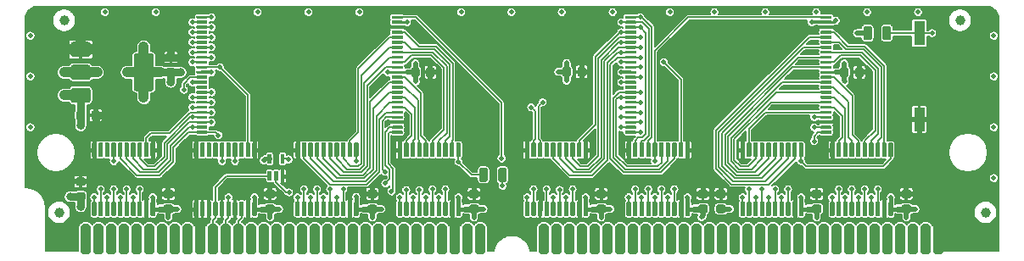
<source format=gtl>
G04 #@! TF.GenerationSoftware,KiCad,Pcbnew,(5.1.5-0-10_14)*
G04 #@! TF.CreationDate,2020-07-05T22:59:27-04:00*
G04 #@! TF.ProjectId,ROMSIMM,524f4d53-494d-44d2-9e6b-696361645f70,rev?*
G04 #@! TF.SameCoordinates,Original*
G04 #@! TF.FileFunction,Copper,L1,Top*
G04 #@! TF.FilePolarity,Positive*
%FSLAX46Y46*%
G04 Gerber Fmt 4.6, Leading zero omitted, Abs format (unit mm)*
G04 Created by KiCad (PCBNEW (5.1.5-0-10_14)) date 2020-07-05 22:59:27*
%MOMM*%
%LPD*%
G04 APERTURE LIST*
%ADD10C,1.000000*%
%ADD11C,0.100000*%
%ADD12R,1.120000X2.440000*%
%ADD13C,2.000000*%
%ADD14C,0.500000*%
%ADD15C,0.800000*%
%ADD16C,0.508000*%
%ADD17C,0.800000*%
%ADD18C,0.500000*%
%ADD19C,1.000000*%
%ADD20C,0.150000*%
%ADD21C,0.400000*%
%ADD22C,0.300000*%
%ADD23C,0.250000*%
%ADD24C,0.152400*%
%ADD25C,0.600000*%
%ADD26C,0.154000*%
G04 APERTURE END LIST*
D10*
X75438000Y-123444000D03*
X167894000Y-123444000D03*
X165354000Y-104267000D03*
X75946000Y-104267000D03*
G04 #@! TA.AperFunction,SMDPad,CuDef*
D11*
G36*
X96559802Y-117600482D02*
G01*
X96569509Y-117601921D01*
X96579028Y-117604306D01*
X96588268Y-117607612D01*
X96597140Y-117611808D01*
X96605557Y-117616853D01*
X96613439Y-117622699D01*
X96620711Y-117629289D01*
X96627301Y-117636561D01*
X96633147Y-117644443D01*
X96638192Y-117652860D01*
X96642388Y-117661732D01*
X96645694Y-117670972D01*
X96648079Y-117680491D01*
X96649518Y-117690198D01*
X96650000Y-117700000D01*
X96650000Y-118500000D01*
X96649518Y-118509802D01*
X96648079Y-118519509D01*
X96645694Y-118529028D01*
X96642388Y-118538268D01*
X96638192Y-118547140D01*
X96633147Y-118555557D01*
X96627301Y-118563439D01*
X96620711Y-118570711D01*
X96613439Y-118577301D01*
X96605557Y-118583147D01*
X96597140Y-118588192D01*
X96588268Y-118592388D01*
X96579028Y-118595694D01*
X96569509Y-118598079D01*
X96559802Y-118599518D01*
X96550000Y-118600000D01*
X96350000Y-118600000D01*
X96340198Y-118599518D01*
X96330491Y-118598079D01*
X96320972Y-118595694D01*
X96311732Y-118592388D01*
X96302860Y-118588192D01*
X96294443Y-118583147D01*
X96286561Y-118577301D01*
X96279289Y-118570711D01*
X96272699Y-118563439D01*
X96266853Y-118555557D01*
X96261808Y-118547140D01*
X96257612Y-118538268D01*
X96254306Y-118529028D01*
X96251921Y-118519509D01*
X96250482Y-118509802D01*
X96250000Y-118500000D01*
X96250000Y-117700000D01*
X96250482Y-117690198D01*
X96251921Y-117680491D01*
X96254306Y-117670972D01*
X96257612Y-117661732D01*
X96261808Y-117652860D01*
X96266853Y-117644443D01*
X96272699Y-117636561D01*
X96279289Y-117629289D01*
X96286561Y-117622699D01*
X96294443Y-117616853D01*
X96302860Y-117611808D01*
X96311732Y-117607612D01*
X96320972Y-117604306D01*
X96330491Y-117601921D01*
X96340198Y-117600482D01*
X96350000Y-117600000D01*
X96550000Y-117600000D01*
X96559802Y-117600482D01*
G37*
G04 #@! TD.AperFunction*
G04 #@! TA.AperFunction,SMDPad,CuDef*
G36*
X97859802Y-117600482D02*
G01*
X97869509Y-117601921D01*
X97879028Y-117604306D01*
X97888268Y-117607612D01*
X97897140Y-117611808D01*
X97905557Y-117616853D01*
X97913439Y-117622699D01*
X97920711Y-117629289D01*
X97927301Y-117636561D01*
X97933147Y-117644443D01*
X97938192Y-117652860D01*
X97942388Y-117661732D01*
X97945694Y-117670972D01*
X97948079Y-117680491D01*
X97949518Y-117690198D01*
X97950000Y-117700000D01*
X97950000Y-118500000D01*
X97949518Y-118509802D01*
X97948079Y-118519509D01*
X97945694Y-118529028D01*
X97942388Y-118538268D01*
X97938192Y-118547140D01*
X97933147Y-118555557D01*
X97927301Y-118563439D01*
X97920711Y-118570711D01*
X97913439Y-118577301D01*
X97905557Y-118583147D01*
X97897140Y-118588192D01*
X97888268Y-118592388D01*
X97879028Y-118595694D01*
X97869509Y-118598079D01*
X97859802Y-118599518D01*
X97850000Y-118600000D01*
X97650000Y-118600000D01*
X97640198Y-118599518D01*
X97630491Y-118598079D01*
X97620972Y-118595694D01*
X97611732Y-118592388D01*
X97602860Y-118588192D01*
X97594443Y-118583147D01*
X97586561Y-118577301D01*
X97579289Y-118570711D01*
X97572699Y-118563439D01*
X97566853Y-118555557D01*
X97561808Y-118547140D01*
X97557612Y-118538268D01*
X97554306Y-118529028D01*
X97551921Y-118519509D01*
X97550482Y-118509802D01*
X97550000Y-118500000D01*
X97550000Y-117700000D01*
X97550482Y-117690198D01*
X97551921Y-117680491D01*
X97554306Y-117670972D01*
X97557612Y-117661732D01*
X97561808Y-117652860D01*
X97566853Y-117644443D01*
X97572699Y-117636561D01*
X97579289Y-117629289D01*
X97586561Y-117622699D01*
X97594443Y-117616853D01*
X97602860Y-117611808D01*
X97611732Y-117607612D01*
X97620972Y-117604306D01*
X97630491Y-117601921D01*
X97640198Y-117600482D01*
X97650000Y-117600000D01*
X97850000Y-117600000D01*
X97859802Y-117600482D01*
G37*
G04 #@! TD.AperFunction*
G04 #@! TA.AperFunction,SMDPad,CuDef*
G36*
X97209802Y-119300482D02*
G01*
X97219509Y-119301921D01*
X97229028Y-119304306D01*
X97238268Y-119307612D01*
X97247140Y-119311808D01*
X97255557Y-119316853D01*
X97263439Y-119322699D01*
X97270711Y-119329289D01*
X97277301Y-119336561D01*
X97283147Y-119344443D01*
X97288192Y-119352860D01*
X97292388Y-119361732D01*
X97295694Y-119370972D01*
X97298079Y-119380491D01*
X97299518Y-119390198D01*
X97300000Y-119400000D01*
X97300000Y-120200000D01*
X97299518Y-120209802D01*
X97298079Y-120219509D01*
X97295694Y-120229028D01*
X97292388Y-120238268D01*
X97288192Y-120247140D01*
X97283147Y-120255557D01*
X97277301Y-120263439D01*
X97270711Y-120270711D01*
X97263439Y-120277301D01*
X97255557Y-120283147D01*
X97247140Y-120288192D01*
X97238268Y-120292388D01*
X97229028Y-120295694D01*
X97219509Y-120298079D01*
X97209802Y-120299518D01*
X97200000Y-120300000D01*
X97000000Y-120300000D01*
X96990198Y-120299518D01*
X96980491Y-120298079D01*
X96970972Y-120295694D01*
X96961732Y-120292388D01*
X96952860Y-120288192D01*
X96944443Y-120283147D01*
X96936561Y-120277301D01*
X96929289Y-120270711D01*
X96922699Y-120263439D01*
X96916853Y-120255557D01*
X96911808Y-120247140D01*
X96907612Y-120238268D01*
X96904306Y-120229028D01*
X96901921Y-120219509D01*
X96900482Y-120209802D01*
X96900000Y-120200000D01*
X96900000Y-119400000D01*
X96900482Y-119390198D01*
X96901921Y-119380491D01*
X96904306Y-119370972D01*
X96907612Y-119361732D01*
X96911808Y-119352860D01*
X96916853Y-119344443D01*
X96922699Y-119336561D01*
X96929289Y-119329289D01*
X96936561Y-119322699D01*
X96944443Y-119316853D01*
X96952860Y-119311808D01*
X96961732Y-119307612D01*
X96970972Y-119304306D01*
X96980491Y-119301921D01*
X96990198Y-119300482D01*
X97000000Y-119300000D01*
X97200000Y-119300000D01*
X97209802Y-119300482D01*
G37*
G04 #@! TD.AperFunction*
G04 #@! TA.AperFunction,SMDPad,CuDef*
G36*
X96559802Y-119300482D02*
G01*
X96569509Y-119301921D01*
X96579028Y-119304306D01*
X96588268Y-119307612D01*
X96597140Y-119311808D01*
X96605557Y-119316853D01*
X96613439Y-119322699D01*
X96620711Y-119329289D01*
X96627301Y-119336561D01*
X96633147Y-119344443D01*
X96638192Y-119352860D01*
X96642388Y-119361732D01*
X96645694Y-119370972D01*
X96648079Y-119380491D01*
X96649518Y-119390198D01*
X96650000Y-119400000D01*
X96650000Y-120200000D01*
X96649518Y-120209802D01*
X96648079Y-120219509D01*
X96645694Y-120229028D01*
X96642388Y-120238268D01*
X96638192Y-120247140D01*
X96633147Y-120255557D01*
X96627301Y-120263439D01*
X96620711Y-120270711D01*
X96613439Y-120277301D01*
X96605557Y-120283147D01*
X96597140Y-120288192D01*
X96588268Y-120292388D01*
X96579028Y-120295694D01*
X96569509Y-120298079D01*
X96559802Y-120299518D01*
X96550000Y-120300000D01*
X96350000Y-120300000D01*
X96340198Y-120299518D01*
X96330491Y-120298079D01*
X96320972Y-120295694D01*
X96311732Y-120292388D01*
X96302860Y-120288192D01*
X96294443Y-120283147D01*
X96286561Y-120277301D01*
X96279289Y-120270711D01*
X96272699Y-120263439D01*
X96266853Y-120255557D01*
X96261808Y-120247140D01*
X96257612Y-120238268D01*
X96254306Y-120229028D01*
X96251921Y-120219509D01*
X96250482Y-120209802D01*
X96250000Y-120200000D01*
X96250000Y-119400000D01*
X96250482Y-119390198D01*
X96251921Y-119380491D01*
X96254306Y-119370972D01*
X96257612Y-119361732D01*
X96261808Y-119352860D01*
X96266853Y-119344443D01*
X96272699Y-119336561D01*
X96279289Y-119329289D01*
X96286561Y-119322699D01*
X96294443Y-119316853D01*
X96302860Y-119311808D01*
X96311732Y-119307612D01*
X96320972Y-119304306D01*
X96330491Y-119301921D01*
X96340198Y-119300482D01*
X96350000Y-119300000D01*
X96550000Y-119300000D01*
X96559802Y-119300482D01*
G37*
G04 #@! TD.AperFunction*
G04 #@! TA.AperFunction,SMDPad,CuDef*
G36*
X97859802Y-119300482D02*
G01*
X97869509Y-119301921D01*
X97879028Y-119304306D01*
X97888268Y-119307612D01*
X97897140Y-119311808D01*
X97905557Y-119316853D01*
X97913439Y-119322699D01*
X97920711Y-119329289D01*
X97927301Y-119336561D01*
X97933147Y-119344443D01*
X97938192Y-119352860D01*
X97942388Y-119361732D01*
X97945694Y-119370972D01*
X97948079Y-119380491D01*
X97949518Y-119390198D01*
X97950000Y-119400000D01*
X97950000Y-120200000D01*
X97949518Y-120209802D01*
X97948079Y-120219509D01*
X97945694Y-120229028D01*
X97942388Y-120238268D01*
X97938192Y-120247140D01*
X97933147Y-120255557D01*
X97927301Y-120263439D01*
X97920711Y-120270711D01*
X97913439Y-120277301D01*
X97905557Y-120283147D01*
X97897140Y-120288192D01*
X97888268Y-120292388D01*
X97879028Y-120295694D01*
X97869509Y-120298079D01*
X97859802Y-120299518D01*
X97850000Y-120300000D01*
X97650000Y-120300000D01*
X97640198Y-120299518D01*
X97630491Y-120298079D01*
X97620972Y-120295694D01*
X97611732Y-120292388D01*
X97602860Y-120288192D01*
X97594443Y-120283147D01*
X97586561Y-120277301D01*
X97579289Y-120270711D01*
X97572699Y-120263439D01*
X97566853Y-120255557D01*
X97561808Y-120247140D01*
X97557612Y-120238268D01*
X97554306Y-120229028D01*
X97551921Y-120219509D01*
X97550482Y-120209802D01*
X97550000Y-120200000D01*
X97550000Y-119400000D01*
X97550482Y-119390198D01*
X97551921Y-119380491D01*
X97554306Y-119370972D01*
X97557612Y-119361732D01*
X97561808Y-119352860D01*
X97566853Y-119344443D01*
X97572699Y-119336561D01*
X97579289Y-119329289D01*
X97586561Y-119322699D01*
X97594443Y-119316853D01*
X97602860Y-119311808D01*
X97611732Y-119307612D01*
X97620972Y-119304306D01*
X97630491Y-119301921D01*
X97640198Y-119300482D01*
X97650000Y-119300000D01*
X97850000Y-119300000D01*
X97859802Y-119300482D01*
G37*
G04 #@! TD.AperFunction*
G04 #@! TA.AperFunction,SMDPad,CuDef*
G36*
X158282329Y-104838023D02*
G01*
X158302957Y-104841083D01*
X158323185Y-104846150D01*
X158342820Y-104853176D01*
X158361672Y-104862092D01*
X158379559Y-104872813D01*
X158396309Y-104885235D01*
X158411760Y-104899240D01*
X158425765Y-104914691D01*
X158438187Y-104931441D01*
X158448908Y-104949328D01*
X158457824Y-104968180D01*
X158464850Y-104987815D01*
X158469917Y-105008043D01*
X158472977Y-105028671D01*
X158474000Y-105049500D01*
X158474000Y-106024500D01*
X158472977Y-106045329D01*
X158469917Y-106065957D01*
X158464850Y-106086185D01*
X158457824Y-106105820D01*
X158448908Y-106124672D01*
X158438187Y-106142559D01*
X158425765Y-106159309D01*
X158411760Y-106174760D01*
X158396309Y-106188765D01*
X158379559Y-106201187D01*
X158361672Y-106211908D01*
X158342820Y-106220824D01*
X158323185Y-106227850D01*
X158302957Y-106232917D01*
X158282329Y-106235977D01*
X158261500Y-106237000D01*
X157836500Y-106237000D01*
X157815671Y-106235977D01*
X157795043Y-106232917D01*
X157774815Y-106227850D01*
X157755180Y-106220824D01*
X157736328Y-106211908D01*
X157718441Y-106201187D01*
X157701691Y-106188765D01*
X157686240Y-106174760D01*
X157672235Y-106159309D01*
X157659813Y-106142559D01*
X157649092Y-106124672D01*
X157640176Y-106105820D01*
X157633150Y-106086185D01*
X157628083Y-106065957D01*
X157625023Y-106045329D01*
X157624000Y-106024500D01*
X157624000Y-105049500D01*
X157625023Y-105028671D01*
X157628083Y-105008043D01*
X157633150Y-104987815D01*
X157640176Y-104968180D01*
X157649092Y-104949328D01*
X157659813Y-104931441D01*
X157672235Y-104914691D01*
X157686240Y-104899240D01*
X157701691Y-104885235D01*
X157718441Y-104872813D01*
X157736328Y-104862092D01*
X157755180Y-104853176D01*
X157774815Y-104846150D01*
X157795043Y-104841083D01*
X157815671Y-104838023D01*
X157836500Y-104837000D01*
X158261500Y-104837000D01*
X158282329Y-104838023D01*
G37*
G04 #@! TD.AperFunction*
G04 #@! TA.AperFunction,SMDPad,CuDef*
G36*
X156382329Y-104838023D02*
G01*
X156402957Y-104841083D01*
X156423185Y-104846150D01*
X156442820Y-104853176D01*
X156461672Y-104862092D01*
X156479559Y-104872813D01*
X156496309Y-104885235D01*
X156511760Y-104899240D01*
X156525765Y-104914691D01*
X156538187Y-104931441D01*
X156548908Y-104949328D01*
X156557824Y-104968180D01*
X156564850Y-104987815D01*
X156569917Y-105008043D01*
X156572977Y-105028671D01*
X156574000Y-105049500D01*
X156574000Y-106024500D01*
X156572977Y-106045329D01*
X156569917Y-106065957D01*
X156564850Y-106086185D01*
X156557824Y-106105820D01*
X156548908Y-106124672D01*
X156538187Y-106142559D01*
X156525765Y-106159309D01*
X156511760Y-106174760D01*
X156496309Y-106188765D01*
X156479559Y-106201187D01*
X156461672Y-106211908D01*
X156442820Y-106220824D01*
X156423185Y-106227850D01*
X156402957Y-106232917D01*
X156382329Y-106235977D01*
X156361500Y-106237000D01*
X155936500Y-106237000D01*
X155915671Y-106235977D01*
X155895043Y-106232917D01*
X155874815Y-106227850D01*
X155855180Y-106220824D01*
X155836328Y-106211908D01*
X155818441Y-106201187D01*
X155801691Y-106188765D01*
X155786240Y-106174760D01*
X155772235Y-106159309D01*
X155759813Y-106142559D01*
X155749092Y-106124672D01*
X155740176Y-106105820D01*
X155733150Y-106086185D01*
X155728083Y-106065957D01*
X155725023Y-106045329D01*
X155724000Y-106024500D01*
X155724000Y-105049500D01*
X155725023Y-105028671D01*
X155728083Y-105008043D01*
X155733150Y-104987815D01*
X155740176Y-104968180D01*
X155749092Y-104949328D01*
X155759813Y-104931441D01*
X155772235Y-104914691D01*
X155786240Y-104899240D01*
X155801691Y-104885235D01*
X155818441Y-104872813D01*
X155836328Y-104862092D01*
X155855180Y-104853176D01*
X155874815Y-104846150D01*
X155895043Y-104841083D01*
X155915671Y-104838023D01*
X155936500Y-104837000D01*
X156361500Y-104837000D01*
X156382329Y-104838023D01*
G37*
G04 #@! TD.AperFunction*
G04 #@! TA.AperFunction,SMDPad,CuDef*
G36*
X118033329Y-119001023D02*
G01*
X118053957Y-119004083D01*
X118074185Y-119009150D01*
X118093820Y-119016176D01*
X118112672Y-119025092D01*
X118130559Y-119035813D01*
X118147309Y-119048235D01*
X118162760Y-119062240D01*
X118176765Y-119077691D01*
X118189187Y-119094441D01*
X118199908Y-119112328D01*
X118208824Y-119131180D01*
X118215850Y-119150815D01*
X118220917Y-119171043D01*
X118223977Y-119191671D01*
X118225000Y-119212500D01*
X118225000Y-120187500D01*
X118223977Y-120208329D01*
X118220917Y-120228957D01*
X118215850Y-120249185D01*
X118208824Y-120268820D01*
X118199908Y-120287672D01*
X118189187Y-120305559D01*
X118176765Y-120322309D01*
X118162760Y-120337760D01*
X118147309Y-120351765D01*
X118130559Y-120364187D01*
X118112672Y-120374908D01*
X118093820Y-120383824D01*
X118074185Y-120390850D01*
X118053957Y-120395917D01*
X118033329Y-120398977D01*
X118012500Y-120400000D01*
X117587500Y-120400000D01*
X117566671Y-120398977D01*
X117546043Y-120395917D01*
X117525815Y-120390850D01*
X117506180Y-120383824D01*
X117487328Y-120374908D01*
X117469441Y-120364187D01*
X117452691Y-120351765D01*
X117437240Y-120337760D01*
X117423235Y-120322309D01*
X117410813Y-120305559D01*
X117400092Y-120287672D01*
X117391176Y-120268820D01*
X117384150Y-120249185D01*
X117379083Y-120228957D01*
X117376023Y-120208329D01*
X117375000Y-120187500D01*
X117375000Y-119212500D01*
X117376023Y-119191671D01*
X117379083Y-119171043D01*
X117384150Y-119150815D01*
X117391176Y-119131180D01*
X117400092Y-119112328D01*
X117410813Y-119094441D01*
X117423235Y-119077691D01*
X117437240Y-119062240D01*
X117452691Y-119048235D01*
X117469441Y-119035813D01*
X117487328Y-119025092D01*
X117506180Y-119016176D01*
X117525815Y-119009150D01*
X117546043Y-119004083D01*
X117566671Y-119001023D01*
X117587500Y-119000000D01*
X118012500Y-119000000D01*
X118033329Y-119001023D01*
G37*
G04 #@! TD.AperFunction*
G04 #@! TA.AperFunction,SMDPad,CuDef*
G36*
X119933329Y-119001023D02*
G01*
X119953957Y-119004083D01*
X119974185Y-119009150D01*
X119993820Y-119016176D01*
X120012672Y-119025092D01*
X120030559Y-119035813D01*
X120047309Y-119048235D01*
X120062760Y-119062240D01*
X120076765Y-119077691D01*
X120089187Y-119094441D01*
X120099908Y-119112328D01*
X120108824Y-119131180D01*
X120115850Y-119150815D01*
X120120917Y-119171043D01*
X120123977Y-119191671D01*
X120125000Y-119212500D01*
X120125000Y-120187500D01*
X120123977Y-120208329D01*
X120120917Y-120228957D01*
X120115850Y-120249185D01*
X120108824Y-120268820D01*
X120099908Y-120287672D01*
X120089187Y-120305559D01*
X120076765Y-120322309D01*
X120062760Y-120337760D01*
X120047309Y-120351765D01*
X120030559Y-120364187D01*
X120012672Y-120374908D01*
X119993820Y-120383824D01*
X119974185Y-120390850D01*
X119953957Y-120395917D01*
X119933329Y-120398977D01*
X119912500Y-120400000D01*
X119487500Y-120400000D01*
X119466671Y-120398977D01*
X119446043Y-120395917D01*
X119425815Y-120390850D01*
X119406180Y-120383824D01*
X119387328Y-120374908D01*
X119369441Y-120364187D01*
X119352691Y-120351765D01*
X119337240Y-120337760D01*
X119323235Y-120322309D01*
X119310813Y-120305559D01*
X119300092Y-120287672D01*
X119291176Y-120268820D01*
X119284150Y-120249185D01*
X119279083Y-120228957D01*
X119276023Y-120208329D01*
X119275000Y-120187500D01*
X119275000Y-119212500D01*
X119276023Y-119191671D01*
X119279083Y-119171043D01*
X119284150Y-119150815D01*
X119291176Y-119131180D01*
X119300092Y-119112328D01*
X119310813Y-119094441D01*
X119323235Y-119077691D01*
X119337240Y-119062240D01*
X119352691Y-119048235D01*
X119369441Y-119035813D01*
X119387328Y-119025092D01*
X119406180Y-119016176D01*
X119425815Y-119009150D01*
X119446043Y-119004083D01*
X119466671Y-119001023D01*
X119487500Y-119000000D01*
X119912500Y-119000000D01*
X119933329Y-119001023D01*
G37*
G04 #@! TD.AperFunction*
G04 #@! TA.AperFunction,SMDPad,CuDef*
G36*
X90182351Y-103800361D02*
G01*
X90189632Y-103801441D01*
X90196771Y-103803229D01*
X90203701Y-103805709D01*
X90210355Y-103808856D01*
X90216668Y-103812640D01*
X90222579Y-103817024D01*
X90228033Y-103821967D01*
X90232976Y-103827421D01*
X90237360Y-103833332D01*
X90241144Y-103839645D01*
X90244291Y-103846299D01*
X90246771Y-103853229D01*
X90248559Y-103860368D01*
X90249639Y-103867649D01*
X90250000Y-103875000D01*
X90250000Y-104025000D01*
X90249639Y-104032351D01*
X90248559Y-104039632D01*
X90246771Y-104046771D01*
X90244291Y-104053701D01*
X90241144Y-104060355D01*
X90237360Y-104066668D01*
X90232976Y-104072579D01*
X90228033Y-104078033D01*
X90222579Y-104082976D01*
X90216668Y-104087360D01*
X90210355Y-104091144D01*
X90203701Y-104094291D01*
X90196771Y-104096771D01*
X90189632Y-104098559D01*
X90182351Y-104099639D01*
X90175000Y-104100000D01*
X89225000Y-104100000D01*
X89217649Y-104099639D01*
X89210368Y-104098559D01*
X89203229Y-104096771D01*
X89196299Y-104094291D01*
X89189645Y-104091144D01*
X89183332Y-104087360D01*
X89177421Y-104082976D01*
X89171967Y-104078033D01*
X89167024Y-104072579D01*
X89162640Y-104066668D01*
X89158856Y-104060355D01*
X89155709Y-104053701D01*
X89153229Y-104046771D01*
X89151441Y-104039632D01*
X89150361Y-104032351D01*
X89150000Y-104025000D01*
X89150000Y-103875000D01*
X89150361Y-103867649D01*
X89151441Y-103860368D01*
X89153229Y-103853229D01*
X89155709Y-103846299D01*
X89158856Y-103839645D01*
X89162640Y-103833332D01*
X89167024Y-103827421D01*
X89171967Y-103821967D01*
X89177421Y-103817024D01*
X89183332Y-103812640D01*
X89189645Y-103808856D01*
X89196299Y-103805709D01*
X89203229Y-103803229D01*
X89210368Y-103801441D01*
X89217649Y-103800361D01*
X89225000Y-103800000D01*
X90175000Y-103800000D01*
X90182351Y-103800361D01*
G37*
G04 #@! TD.AperFunction*
G04 #@! TA.AperFunction,SMDPad,CuDef*
G36*
X109682351Y-115300361D02*
G01*
X109689632Y-115301441D01*
X109696771Y-115303229D01*
X109703701Y-115305709D01*
X109710355Y-115308856D01*
X109716668Y-115312640D01*
X109722579Y-115317024D01*
X109728033Y-115321967D01*
X109732976Y-115327421D01*
X109737360Y-115333332D01*
X109741144Y-115339645D01*
X109744291Y-115346299D01*
X109746771Y-115353229D01*
X109748559Y-115360368D01*
X109749639Y-115367649D01*
X109750000Y-115375000D01*
X109750000Y-115525000D01*
X109749639Y-115532351D01*
X109748559Y-115539632D01*
X109746771Y-115546771D01*
X109744291Y-115553701D01*
X109741144Y-115560355D01*
X109737360Y-115566668D01*
X109732976Y-115572579D01*
X109728033Y-115578033D01*
X109722579Y-115582976D01*
X109716668Y-115587360D01*
X109710355Y-115591144D01*
X109703701Y-115594291D01*
X109696771Y-115596771D01*
X109689632Y-115598559D01*
X109682351Y-115599639D01*
X109675000Y-115600000D01*
X108725000Y-115600000D01*
X108717649Y-115599639D01*
X108710368Y-115598559D01*
X108703229Y-115596771D01*
X108696299Y-115594291D01*
X108689645Y-115591144D01*
X108683332Y-115587360D01*
X108677421Y-115582976D01*
X108671967Y-115578033D01*
X108667024Y-115572579D01*
X108662640Y-115566668D01*
X108658856Y-115560355D01*
X108655709Y-115553701D01*
X108653229Y-115546771D01*
X108651441Y-115539632D01*
X108650361Y-115532351D01*
X108650000Y-115525000D01*
X108650000Y-115375000D01*
X108650361Y-115367649D01*
X108651441Y-115360368D01*
X108653229Y-115353229D01*
X108655709Y-115346299D01*
X108658856Y-115339645D01*
X108662640Y-115333332D01*
X108667024Y-115327421D01*
X108671967Y-115321967D01*
X108677421Y-115317024D01*
X108683332Y-115312640D01*
X108689645Y-115308856D01*
X108696299Y-115305709D01*
X108703229Y-115303229D01*
X108710368Y-115301441D01*
X108717649Y-115300361D01*
X108725000Y-115300000D01*
X109675000Y-115300000D01*
X109682351Y-115300361D01*
G37*
G04 #@! TD.AperFunction*
G04 #@! TA.AperFunction,SMDPad,CuDef*
G36*
X90182351Y-104300361D02*
G01*
X90189632Y-104301441D01*
X90196771Y-104303229D01*
X90203701Y-104305709D01*
X90210355Y-104308856D01*
X90216668Y-104312640D01*
X90222579Y-104317024D01*
X90228033Y-104321967D01*
X90232976Y-104327421D01*
X90237360Y-104333332D01*
X90241144Y-104339645D01*
X90244291Y-104346299D01*
X90246771Y-104353229D01*
X90248559Y-104360368D01*
X90249639Y-104367649D01*
X90250000Y-104375000D01*
X90250000Y-104525000D01*
X90249639Y-104532351D01*
X90248559Y-104539632D01*
X90246771Y-104546771D01*
X90244291Y-104553701D01*
X90241144Y-104560355D01*
X90237360Y-104566668D01*
X90232976Y-104572579D01*
X90228033Y-104578033D01*
X90222579Y-104582976D01*
X90216668Y-104587360D01*
X90210355Y-104591144D01*
X90203701Y-104594291D01*
X90196771Y-104596771D01*
X90189632Y-104598559D01*
X90182351Y-104599639D01*
X90175000Y-104600000D01*
X89225000Y-104600000D01*
X89217649Y-104599639D01*
X89210368Y-104598559D01*
X89203229Y-104596771D01*
X89196299Y-104594291D01*
X89189645Y-104591144D01*
X89183332Y-104587360D01*
X89177421Y-104582976D01*
X89171967Y-104578033D01*
X89167024Y-104572579D01*
X89162640Y-104566668D01*
X89158856Y-104560355D01*
X89155709Y-104553701D01*
X89153229Y-104546771D01*
X89151441Y-104539632D01*
X89150361Y-104532351D01*
X89150000Y-104525000D01*
X89150000Y-104375000D01*
X89150361Y-104367649D01*
X89151441Y-104360368D01*
X89153229Y-104353229D01*
X89155709Y-104346299D01*
X89158856Y-104339645D01*
X89162640Y-104333332D01*
X89167024Y-104327421D01*
X89171967Y-104321967D01*
X89177421Y-104317024D01*
X89183332Y-104312640D01*
X89189645Y-104308856D01*
X89196299Y-104305709D01*
X89203229Y-104303229D01*
X89210368Y-104301441D01*
X89217649Y-104300361D01*
X89225000Y-104300000D01*
X90175000Y-104300000D01*
X90182351Y-104300361D01*
G37*
G04 #@! TD.AperFunction*
G04 #@! TA.AperFunction,SMDPad,CuDef*
G36*
X90182351Y-104800361D02*
G01*
X90189632Y-104801441D01*
X90196771Y-104803229D01*
X90203701Y-104805709D01*
X90210355Y-104808856D01*
X90216668Y-104812640D01*
X90222579Y-104817024D01*
X90228033Y-104821967D01*
X90232976Y-104827421D01*
X90237360Y-104833332D01*
X90241144Y-104839645D01*
X90244291Y-104846299D01*
X90246771Y-104853229D01*
X90248559Y-104860368D01*
X90249639Y-104867649D01*
X90250000Y-104875000D01*
X90250000Y-105025000D01*
X90249639Y-105032351D01*
X90248559Y-105039632D01*
X90246771Y-105046771D01*
X90244291Y-105053701D01*
X90241144Y-105060355D01*
X90237360Y-105066668D01*
X90232976Y-105072579D01*
X90228033Y-105078033D01*
X90222579Y-105082976D01*
X90216668Y-105087360D01*
X90210355Y-105091144D01*
X90203701Y-105094291D01*
X90196771Y-105096771D01*
X90189632Y-105098559D01*
X90182351Y-105099639D01*
X90175000Y-105100000D01*
X89225000Y-105100000D01*
X89217649Y-105099639D01*
X89210368Y-105098559D01*
X89203229Y-105096771D01*
X89196299Y-105094291D01*
X89189645Y-105091144D01*
X89183332Y-105087360D01*
X89177421Y-105082976D01*
X89171967Y-105078033D01*
X89167024Y-105072579D01*
X89162640Y-105066668D01*
X89158856Y-105060355D01*
X89155709Y-105053701D01*
X89153229Y-105046771D01*
X89151441Y-105039632D01*
X89150361Y-105032351D01*
X89150000Y-105025000D01*
X89150000Y-104875000D01*
X89150361Y-104867649D01*
X89151441Y-104860368D01*
X89153229Y-104853229D01*
X89155709Y-104846299D01*
X89158856Y-104839645D01*
X89162640Y-104833332D01*
X89167024Y-104827421D01*
X89171967Y-104821967D01*
X89177421Y-104817024D01*
X89183332Y-104812640D01*
X89189645Y-104808856D01*
X89196299Y-104805709D01*
X89203229Y-104803229D01*
X89210368Y-104801441D01*
X89217649Y-104800361D01*
X89225000Y-104800000D01*
X90175000Y-104800000D01*
X90182351Y-104800361D01*
G37*
G04 #@! TD.AperFunction*
G04 #@! TA.AperFunction,SMDPad,CuDef*
G36*
X90182351Y-105300361D02*
G01*
X90189632Y-105301441D01*
X90196771Y-105303229D01*
X90203701Y-105305709D01*
X90210355Y-105308856D01*
X90216668Y-105312640D01*
X90222579Y-105317024D01*
X90228033Y-105321967D01*
X90232976Y-105327421D01*
X90237360Y-105333332D01*
X90241144Y-105339645D01*
X90244291Y-105346299D01*
X90246771Y-105353229D01*
X90248559Y-105360368D01*
X90249639Y-105367649D01*
X90250000Y-105375000D01*
X90250000Y-105525000D01*
X90249639Y-105532351D01*
X90248559Y-105539632D01*
X90246771Y-105546771D01*
X90244291Y-105553701D01*
X90241144Y-105560355D01*
X90237360Y-105566668D01*
X90232976Y-105572579D01*
X90228033Y-105578033D01*
X90222579Y-105582976D01*
X90216668Y-105587360D01*
X90210355Y-105591144D01*
X90203701Y-105594291D01*
X90196771Y-105596771D01*
X90189632Y-105598559D01*
X90182351Y-105599639D01*
X90175000Y-105600000D01*
X89225000Y-105600000D01*
X89217649Y-105599639D01*
X89210368Y-105598559D01*
X89203229Y-105596771D01*
X89196299Y-105594291D01*
X89189645Y-105591144D01*
X89183332Y-105587360D01*
X89177421Y-105582976D01*
X89171967Y-105578033D01*
X89167024Y-105572579D01*
X89162640Y-105566668D01*
X89158856Y-105560355D01*
X89155709Y-105553701D01*
X89153229Y-105546771D01*
X89151441Y-105539632D01*
X89150361Y-105532351D01*
X89150000Y-105525000D01*
X89150000Y-105375000D01*
X89150361Y-105367649D01*
X89151441Y-105360368D01*
X89153229Y-105353229D01*
X89155709Y-105346299D01*
X89158856Y-105339645D01*
X89162640Y-105333332D01*
X89167024Y-105327421D01*
X89171967Y-105321967D01*
X89177421Y-105317024D01*
X89183332Y-105312640D01*
X89189645Y-105308856D01*
X89196299Y-105305709D01*
X89203229Y-105303229D01*
X89210368Y-105301441D01*
X89217649Y-105300361D01*
X89225000Y-105300000D01*
X90175000Y-105300000D01*
X90182351Y-105300361D01*
G37*
G04 #@! TD.AperFunction*
G04 #@! TA.AperFunction,SMDPad,CuDef*
G36*
X90182351Y-105800361D02*
G01*
X90189632Y-105801441D01*
X90196771Y-105803229D01*
X90203701Y-105805709D01*
X90210355Y-105808856D01*
X90216668Y-105812640D01*
X90222579Y-105817024D01*
X90228033Y-105821967D01*
X90232976Y-105827421D01*
X90237360Y-105833332D01*
X90241144Y-105839645D01*
X90244291Y-105846299D01*
X90246771Y-105853229D01*
X90248559Y-105860368D01*
X90249639Y-105867649D01*
X90250000Y-105875000D01*
X90250000Y-106025000D01*
X90249639Y-106032351D01*
X90248559Y-106039632D01*
X90246771Y-106046771D01*
X90244291Y-106053701D01*
X90241144Y-106060355D01*
X90237360Y-106066668D01*
X90232976Y-106072579D01*
X90228033Y-106078033D01*
X90222579Y-106082976D01*
X90216668Y-106087360D01*
X90210355Y-106091144D01*
X90203701Y-106094291D01*
X90196771Y-106096771D01*
X90189632Y-106098559D01*
X90182351Y-106099639D01*
X90175000Y-106100000D01*
X89225000Y-106100000D01*
X89217649Y-106099639D01*
X89210368Y-106098559D01*
X89203229Y-106096771D01*
X89196299Y-106094291D01*
X89189645Y-106091144D01*
X89183332Y-106087360D01*
X89177421Y-106082976D01*
X89171967Y-106078033D01*
X89167024Y-106072579D01*
X89162640Y-106066668D01*
X89158856Y-106060355D01*
X89155709Y-106053701D01*
X89153229Y-106046771D01*
X89151441Y-106039632D01*
X89150361Y-106032351D01*
X89150000Y-106025000D01*
X89150000Y-105875000D01*
X89150361Y-105867649D01*
X89151441Y-105860368D01*
X89153229Y-105853229D01*
X89155709Y-105846299D01*
X89158856Y-105839645D01*
X89162640Y-105833332D01*
X89167024Y-105827421D01*
X89171967Y-105821967D01*
X89177421Y-105817024D01*
X89183332Y-105812640D01*
X89189645Y-105808856D01*
X89196299Y-105805709D01*
X89203229Y-105803229D01*
X89210368Y-105801441D01*
X89217649Y-105800361D01*
X89225000Y-105800000D01*
X90175000Y-105800000D01*
X90182351Y-105800361D01*
G37*
G04 #@! TD.AperFunction*
G04 #@! TA.AperFunction,SMDPad,CuDef*
G36*
X90182351Y-106300361D02*
G01*
X90189632Y-106301441D01*
X90196771Y-106303229D01*
X90203701Y-106305709D01*
X90210355Y-106308856D01*
X90216668Y-106312640D01*
X90222579Y-106317024D01*
X90228033Y-106321967D01*
X90232976Y-106327421D01*
X90237360Y-106333332D01*
X90241144Y-106339645D01*
X90244291Y-106346299D01*
X90246771Y-106353229D01*
X90248559Y-106360368D01*
X90249639Y-106367649D01*
X90250000Y-106375000D01*
X90250000Y-106525000D01*
X90249639Y-106532351D01*
X90248559Y-106539632D01*
X90246771Y-106546771D01*
X90244291Y-106553701D01*
X90241144Y-106560355D01*
X90237360Y-106566668D01*
X90232976Y-106572579D01*
X90228033Y-106578033D01*
X90222579Y-106582976D01*
X90216668Y-106587360D01*
X90210355Y-106591144D01*
X90203701Y-106594291D01*
X90196771Y-106596771D01*
X90189632Y-106598559D01*
X90182351Y-106599639D01*
X90175000Y-106600000D01*
X89225000Y-106600000D01*
X89217649Y-106599639D01*
X89210368Y-106598559D01*
X89203229Y-106596771D01*
X89196299Y-106594291D01*
X89189645Y-106591144D01*
X89183332Y-106587360D01*
X89177421Y-106582976D01*
X89171967Y-106578033D01*
X89167024Y-106572579D01*
X89162640Y-106566668D01*
X89158856Y-106560355D01*
X89155709Y-106553701D01*
X89153229Y-106546771D01*
X89151441Y-106539632D01*
X89150361Y-106532351D01*
X89150000Y-106525000D01*
X89150000Y-106375000D01*
X89150361Y-106367649D01*
X89151441Y-106360368D01*
X89153229Y-106353229D01*
X89155709Y-106346299D01*
X89158856Y-106339645D01*
X89162640Y-106333332D01*
X89167024Y-106327421D01*
X89171967Y-106321967D01*
X89177421Y-106317024D01*
X89183332Y-106312640D01*
X89189645Y-106308856D01*
X89196299Y-106305709D01*
X89203229Y-106303229D01*
X89210368Y-106301441D01*
X89217649Y-106300361D01*
X89225000Y-106300000D01*
X90175000Y-106300000D01*
X90182351Y-106300361D01*
G37*
G04 #@! TD.AperFunction*
G04 #@! TA.AperFunction,SMDPad,CuDef*
G36*
X90182351Y-106800361D02*
G01*
X90189632Y-106801441D01*
X90196771Y-106803229D01*
X90203701Y-106805709D01*
X90210355Y-106808856D01*
X90216668Y-106812640D01*
X90222579Y-106817024D01*
X90228033Y-106821967D01*
X90232976Y-106827421D01*
X90237360Y-106833332D01*
X90241144Y-106839645D01*
X90244291Y-106846299D01*
X90246771Y-106853229D01*
X90248559Y-106860368D01*
X90249639Y-106867649D01*
X90250000Y-106875000D01*
X90250000Y-107025000D01*
X90249639Y-107032351D01*
X90248559Y-107039632D01*
X90246771Y-107046771D01*
X90244291Y-107053701D01*
X90241144Y-107060355D01*
X90237360Y-107066668D01*
X90232976Y-107072579D01*
X90228033Y-107078033D01*
X90222579Y-107082976D01*
X90216668Y-107087360D01*
X90210355Y-107091144D01*
X90203701Y-107094291D01*
X90196771Y-107096771D01*
X90189632Y-107098559D01*
X90182351Y-107099639D01*
X90175000Y-107100000D01*
X89225000Y-107100000D01*
X89217649Y-107099639D01*
X89210368Y-107098559D01*
X89203229Y-107096771D01*
X89196299Y-107094291D01*
X89189645Y-107091144D01*
X89183332Y-107087360D01*
X89177421Y-107082976D01*
X89171967Y-107078033D01*
X89167024Y-107072579D01*
X89162640Y-107066668D01*
X89158856Y-107060355D01*
X89155709Y-107053701D01*
X89153229Y-107046771D01*
X89151441Y-107039632D01*
X89150361Y-107032351D01*
X89150000Y-107025000D01*
X89150000Y-106875000D01*
X89150361Y-106867649D01*
X89151441Y-106860368D01*
X89153229Y-106853229D01*
X89155709Y-106846299D01*
X89158856Y-106839645D01*
X89162640Y-106833332D01*
X89167024Y-106827421D01*
X89171967Y-106821967D01*
X89177421Y-106817024D01*
X89183332Y-106812640D01*
X89189645Y-106808856D01*
X89196299Y-106805709D01*
X89203229Y-106803229D01*
X89210368Y-106801441D01*
X89217649Y-106800361D01*
X89225000Y-106800000D01*
X90175000Y-106800000D01*
X90182351Y-106800361D01*
G37*
G04 #@! TD.AperFunction*
G04 #@! TA.AperFunction,SMDPad,CuDef*
G36*
X90182351Y-107300361D02*
G01*
X90189632Y-107301441D01*
X90196771Y-107303229D01*
X90203701Y-107305709D01*
X90210355Y-107308856D01*
X90216668Y-107312640D01*
X90222579Y-107317024D01*
X90228033Y-107321967D01*
X90232976Y-107327421D01*
X90237360Y-107333332D01*
X90241144Y-107339645D01*
X90244291Y-107346299D01*
X90246771Y-107353229D01*
X90248559Y-107360368D01*
X90249639Y-107367649D01*
X90250000Y-107375000D01*
X90250000Y-107525000D01*
X90249639Y-107532351D01*
X90248559Y-107539632D01*
X90246771Y-107546771D01*
X90244291Y-107553701D01*
X90241144Y-107560355D01*
X90237360Y-107566668D01*
X90232976Y-107572579D01*
X90228033Y-107578033D01*
X90222579Y-107582976D01*
X90216668Y-107587360D01*
X90210355Y-107591144D01*
X90203701Y-107594291D01*
X90196771Y-107596771D01*
X90189632Y-107598559D01*
X90182351Y-107599639D01*
X90175000Y-107600000D01*
X89225000Y-107600000D01*
X89217649Y-107599639D01*
X89210368Y-107598559D01*
X89203229Y-107596771D01*
X89196299Y-107594291D01*
X89189645Y-107591144D01*
X89183332Y-107587360D01*
X89177421Y-107582976D01*
X89171967Y-107578033D01*
X89167024Y-107572579D01*
X89162640Y-107566668D01*
X89158856Y-107560355D01*
X89155709Y-107553701D01*
X89153229Y-107546771D01*
X89151441Y-107539632D01*
X89150361Y-107532351D01*
X89150000Y-107525000D01*
X89150000Y-107375000D01*
X89150361Y-107367649D01*
X89151441Y-107360368D01*
X89153229Y-107353229D01*
X89155709Y-107346299D01*
X89158856Y-107339645D01*
X89162640Y-107333332D01*
X89167024Y-107327421D01*
X89171967Y-107321967D01*
X89177421Y-107317024D01*
X89183332Y-107312640D01*
X89189645Y-107308856D01*
X89196299Y-107305709D01*
X89203229Y-107303229D01*
X89210368Y-107301441D01*
X89217649Y-107300361D01*
X89225000Y-107300000D01*
X90175000Y-107300000D01*
X90182351Y-107300361D01*
G37*
G04 #@! TD.AperFunction*
G04 #@! TA.AperFunction,SMDPad,CuDef*
G36*
X90182351Y-107800361D02*
G01*
X90189632Y-107801441D01*
X90196771Y-107803229D01*
X90203701Y-107805709D01*
X90210355Y-107808856D01*
X90216668Y-107812640D01*
X90222579Y-107817024D01*
X90228033Y-107821967D01*
X90232976Y-107827421D01*
X90237360Y-107833332D01*
X90241144Y-107839645D01*
X90244291Y-107846299D01*
X90246771Y-107853229D01*
X90248559Y-107860368D01*
X90249639Y-107867649D01*
X90250000Y-107875000D01*
X90250000Y-108025000D01*
X90249639Y-108032351D01*
X90248559Y-108039632D01*
X90246771Y-108046771D01*
X90244291Y-108053701D01*
X90241144Y-108060355D01*
X90237360Y-108066668D01*
X90232976Y-108072579D01*
X90228033Y-108078033D01*
X90222579Y-108082976D01*
X90216668Y-108087360D01*
X90210355Y-108091144D01*
X90203701Y-108094291D01*
X90196771Y-108096771D01*
X90189632Y-108098559D01*
X90182351Y-108099639D01*
X90175000Y-108100000D01*
X89225000Y-108100000D01*
X89217649Y-108099639D01*
X89210368Y-108098559D01*
X89203229Y-108096771D01*
X89196299Y-108094291D01*
X89189645Y-108091144D01*
X89183332Y-108087360D01*
X89177421Y-108082976D01*
X89171967Y-108078033D01*
X89167024Y-108072579D01*
X89162640Y-108066668D01*
X89158856Y-108060355D01*
X89155709Y-108053701D01*
X89153229Y-108046771D01*
X89151441Y-108039632D01*
X89150361Y-108032351D01*
X89150000Y-108025000D01*
X89150000Y-107875000D01*
X89150361Y-107867649D01*
X89151441Y-107860368D01*
X89153229Y-107853229D01*
X89155709Y-107846299D01*
X89158856Y-107839645D01*
X89162640Y-107833332D01*
X89167024Y-107827421D01*
X89171967Y-107821967D01*
X89177421Y-107817024D01*
X89183332Y-107812640D01*
X89189645Y-107808856D01*
X89196299Y-107805709D01*
X89203229Y-107803229D01*
X89210368Y-107801441D01*
X89217649Y-107800361D01*
X89225000Y-107800000D01*
X90175000Y-107800000D01*
X90182351Y-107800361D01*
G37*
G04 #@! TD.AperFunction*
G04 #@! TA.AperFunction,SMDPad,CuDef*
G36*
X90182351Y-108300361D02*
G01*
X90189632Y-108301441D01*
X90196771Y-108303229D01*
X90203701Y-108305709D01*
X90210355Y-108308856D01*
X90216668Y-108312640D01*
X90222579Y-108317024D01*
X90228033Y-108321967D01*
X90232976Y-108327421D01*
X90237360Y-108333332D01*
X90241144Y-108339645D01*
X90244291Y-108346299D01*
X90246771Y-108353229D01*
X90248559Y-108360368D01*
X90249639Y-108367649D01*
X90250000Y-108375000D01*
X90250000Y-108525000D01*
X90249639Y-108532351D01*
X90248559Y-108539632D01*
X90246771Y-108546771D01*
X90244291Y-108553701D01*
X90241144Y-108560355D01*
X90237360Y-108566668D01*
X90232976Y-108572579D01*
X90228033Y-108578033D01*
X90222579Y-108582976D01*
X90216668Y-108587360D01*
X90210355Y-108591144D01*
X90203701Y-108594291D01*
X90196771Y-108596771D01*
X90189632Y-108598559D01*
X90182351Y-108599639D01*
X90175000Y-108600000D01*
X89225000Y-108600000D01*
X89217649Y-108599639D01*
X89210368Y-108598559D01*
X89203229Y-108596771D01*
X89196299Y-108594291D01*
X89189645Y-108591144D01*
X89183332Y-108587360D01*
X89177421Y-108582976D01*
X89171967Y-108578033D01*
X89167024Y-108572579D01*
X89162640Y-108566668D01*
X89158856Y-108560355D01*
X89155709Y-108553701D01*
X89153229Y-108546771D01*
X89151441Y-108539632D01*
X89150361Y-108532351D01*
X89150000Y-108525000D01*
X89150000Y-108375000D01*
X89150361Y-108367649D01*
X89151441Y-108360368D01*
X89153229Y-108353229D01*
X89155709Y-108346299D01*
X89158856Y-108339645D01*
X89162640Y-108333332D01*
X89167024Y-108327421D01*
X89171967Y-108321967D01*
X89177421Y-108317024D01*
X89183332Y-108312640D01*
X89189645Y-108308856D01*
X89196299Y-108305709D01*
X89203229Y-108303229D01*
X89210368Y-108301441D01*
X89217649Y-108300361D01*
X89225000Y-108300000D01*
X90175000Y-108300000D01*
X90182351Y-108300361D01*
G37*
G04 #@! TD.AperFunction*
G04 #@! TA.AperFunction,SMDPad,CuDef*
G36*
X90182351Y-108800361D02*
G01*
X90189632Y-108801441D01*
X90196771Y-108803229D01*
X90203701Y-108805709D01*
X90210355Y-108808856D01*
X90216668Y-108812640D01*
X90222579Y-108817024D01*
X90228033Y-108821967D01*
X90232976Y-108827421D01*
X90237360Y-108833332D01*
X90241144Y-108839645D01*
X90244291Y-108846299D01*
X90246771Y-108853229D01*
X90248559Y-108860368D01*
X90249639Y-108867649D01*
X90250000Y-108875000D01*
X90250000Y-109025000D01*
X90249639Y-109032351D01*
X90248559Y-109039632D01*
X90246771Y-109046771D01*
X90244291Y-109053701D01*
X90241144Y-109060355D01*
X90237360Y-109066668D01*
X90232976Y-109072579D01*
X90228033Y-109078033D01*
X90222579Y-109082976D01*
X90216668Y-109087360D01*
X90210355Y-109091144D01*
X90203701Y-109094291D01*
X90196771Y-109096771D01*
X90189632Y-109098559D01*
X90182351Y-109099639D01*
X90175000Y-109100000D01*
X89225000Y-109100000D01*
X89217649Y-109099639D01*
X89210368Y-109098559D01*
X89203229Y-109096771D01*
X89196299Y-109094291D01*
X89189645Y-109091144D01*
X89183332Y-109087360D01*
X89177421Y-109082976D01*
X89171967Y-109078033D01*
X89167024Y-109072579D01*
X89162640Y-109066668D01*
X89158856Y-109060355D01*
X89155709Y-109053701D01*
X89153229Y-109046771D01*
X89151441Y-109039632D01*
X89150361Y-109032351D01*
X89150000Y-109025000D01*
X89150000Y-108875000D01*
X89150361Y-108867649D01*
X89151441Y-108860368D01*
X89153229Y-108853229D01*
X89155709Y-108846299D01*
X89158856Y-108839645D01*
X89162640Y-108833332D01*
X89167024Y-108827421D01*
X89171967Y-108821967D01*
X89177421Y-108817024D01*
X89183332Y-108812640D01*
X89189645Y-108808856D01*
X89196299Y-108805709D01*
X89203229Y-108803229D01*
X89210368Y-108801441D01*
X89217649Y-108800361D01*
X89225000Y-108800000D01*
X90175000Y-108800000D01*
X90182351Y-108800361D01*
G37*
G04 #@! TD.AperFunction*
G04 #@! TA.AperFunction,SMDPad,CuDef*
G36*
X90182351Y-109300361D02*
G01*
X90189632Y-109301441D01*
X90196771Y-109303229D01*
X90203701Y-109305709D01*
X90210355Y-109308856D01*
X90216668Y-109312640D01*
X90222579Y-109317024D01*
X90228033Y-109321967D01*
X90232976Y-109327421D01*
X90237360Y-109333332D01*
X90241144Y-109339645D01*
X90244291Y-109346299D01*
X90246771Y-109353229D01*
X90248559Y-109360368D01*
X90249639Y-109367649D01*
X90250000Y-109375000D01*
X90250000Y-109525000D01*
X90249639Y-109532351D01*
X90248559Y-109539632D01*
X90246771Y-109546771D01*
X90244291Y-109553701D01*
X90241144Y-109560355D01*
X90237360Y-109566668D01*
X90232976Y-109572579D01*
X90228033Y-109578033D01*
X90222579Y-109582976D01*
X90216668Y-109587360D01*
X90210355Y-109591144D01*
X90203701Y-109594291D01*
X90196771Y-109596771D01*
X90189632Y-109598559D01*
X90182351Y-109599639D01*
X90175000Y-109600000D01*
X89225000Y-109600000D01*
X89217649Y-109599639D01*
X89210368Y-109598559D01*
X89203229Y-109596771D01*
X89196299Y-109594291D01*
X89189645Y-109591144D01*
X89183332Y-109587360D01*
X89177421Y-109582976D01*
X89171967Y-109578033D01*
X89167024Y-109572579D01*
X89162640Y-109566668D01*
X89158856Y-109560355D01*
X89155709Y-109553701D01*
X89153229Y-109546771D01*
X89151441Y-109539632D01*
X89150361Y-109532351D01*
X89150000Y-109525000D01*
X89150000Y-109375000D01*
X89150361Y-109367649D01*
X89151441Y-109360368D01*
X89153229Y-109353229D01*
X89155709Y-109346299D01*
X89158856Y-109339645D01*
X89162640Y-109333332D01*
X89167024Y-109327421D01*
X89171967Y-109321967D01*
X89177421Y-109317024D01*
X89183332Y-109312640D01*
X89189645Y-109308856D01*
X89196299Y-109305709D01*
X89203229Y-109303229D01*
X89210368Y-109301441D01*
X89217649Y-109300361D01*
X89225000Y-109300000D01*
X90175000Y-109300000D01*
X90182351Y-109300361D01*
G37*
G04 #@! TD.AperFunction*
G04 #@! TA.AperFunction,SMDPad,CuDef*
G36*
X90182351Y-109800361D02*
G01*
X90189632Y-109801441D01*
X90196771Y-109803229D01*
X90203701Y-109805709D01*
X90210355Y-109808856D01*
X90216668Y-109812640D01*
X90222579Y-109817024D01*
X90228033Y-109821967D01*
X90232976Y-109827421D01*
X90237360Y-109833332D01*
X90241144Y-109839645D01*
X90244291Y-109846299D01*
X90246771Y-109853229D01*
X90248559Y-109860368D01*
X90249639Y-109867649D01*
X90250000Y-109875000D01*
X90250000Y-110025000D01*
X90249639Y-110032351D01*
X90248559Y-110039632D01*
X90246771Y-110046771D01*
X90244291Y-110053701D01*
X90241144Y-110060355D01*
X90237360Y-110066668D01*
X90232976Y-110072579D01*
X90228033Y-110078033D01*
X90222579Y-110082976D01*
X90216668Y-110087360D01*
X90210355Y-110091144D01*
X90203701Y-110094291D01*
X90196771Y-110096771D01*
X90189632Y-110098559D01*
X90182351Y-110099639D01*
X90175000Y-110100000D01*
X89225000Y-110100000D01*
X89217649Y-110099639D01*
X89210368Y-110098559D01*
X89203229Y-110096771D01*
X89196299Y-110094291D01*
X89189645Y-110091144D01*
X89183332Y-110087360D01*
X89177421Y-110082976D01*
X89171967Y-110078033D01*
X89167024Y-110072579D01*
X89162640Y-110066668D01*
X89158856Y-110060355D01*
X89155709Y-110053701D01*
X89153229Y-110046771D01*
X89151441Y-110039632D01*
X89150361Y-110032351D01*
X89150000Y-110025000D01*
X89150000Y-109875000D01*
X89150361Y-109867649D01*
X89151441Y-109860368D01*
X89153229Y-109853229D01*
X89155709Y-109846299D01*
X89158856Y-109839645D01*
X89162640Y-109833332D01*
X89167024Y-109827421D01*
X89171967Y-109821967D01*
X89177421Y-109817024D01*
X89183332Y-109812640D01*
X89189645Y-109808856D01*
X89196299Y-109805709D01*
X89203229Y-109803229D01*
X89210368Y-109801441D01*
X89217649Y-109800361D01*
X89225000Y-109800000D01*
X90175000Y-109800000D01*
X90182351Y-109800361D01*
G37*
G04 #@! TD.AperFunction*
G04 #@! TA.AperFunction,SMDPad,CuDef*
G36*
X90182351Y-110300361D02*
G01*
X90189632Y-110301441D01*
X90196771Y-110303229D01*
X90203701Y-110305709D01*
X90210355Y-110308856D01*
X90216668Y-110312640D01*
X90222579Y-110317024D01*
X90228033Y-110321967D01*
X90232976Y-110327421D01*
X90237360Y-110333332D01*
X90241144Y-110339645D01*
X90244291Y-110346299D01*
X90246771Y-110353229D01*
X90248559Y-110360368D01*
X90249639Y-110367649D01*
X90250000Y-110375000D01*
X90250000Y-110525000D01*
X90249639Y-110532351D01*
X90248559Y-110539632D01*
X90246771Y-110546771D01*
X90244291Y-110553701D01*
X90241144Y-110560355D01*
X90237360Y-110566668D01*
X90232976Y-110572579D01*
X90228033Y-110578033D01*
X90222579Y-110582976D01*
X90216668Y-110587360D01*
X90210355Y-110591144D01*
X90203701Y-110594291D01*
X90196771Y-110596771D01*
X90189632Y-110598559D01*
X90182351Y-110599639D01*
X90175000Y-110600000D01*
X89225000Y-110600000D01*
X89217649Y-110599639D01*
X89210368Y-110598559D01*
X89203229Y-110596771D01*
X89196299Y-110594291D01*
X89189645Y-110591144D01*
X89183332Y-110587360D01*
X89177421Y-110582976D01*
X89171967Y-110578033D01*
X89167024Y-110572579D01*
X89162640Y-110566668D01*
X89158856Y-110560355D01*
X89155709Y-110553701D01*
X89153229Y-110546771D01*
X89151441Y-110539632D01*
X89150361Y-110532351D01*
X89150000Y-110525000D01*
X89150000Y-110375000D01*
X89150361Y-110367649D01*
X89151441Y-110360368D01*
X89153229Y-110353229D01*
X89155709Y-110346299D01*
X89158856Y-110339645D01*
X89162640Y-110333332D01*
X89167024Y-110327421D01*
X89171967Y-110321967D01*
X89177421Y-110317024D01*
X89183332Y-110312640D01*
X89189645Y-110308856D01*
X89196299Y-110305709D01*
X89203229Y-110303229D01*
X89210368Y-110301441D01*
X89217649Y-110300361D01*
X89225000Y-110300000D01*
X90175000Y-110300000D01*
X90182351Y-110300361D01*
G37*
G04 #@! TD.AperFunction*
G04 #@! TA.AperFunction,SMDPad,CuDef*
G36*
X90182351Y-110800361D02*
G01*
X90189632Y-110801441D01*
X90196771Y-110803229D01*
X90203701Y-110805709D01*
X90210355Y-110808856D01*
X90216668Y-110812640D01*
X90222579Y-110817024D01*
X90228033Y-110821967D01*
X90232976Y-110827421D01*
X90237360Y-110833332D01*
X90241144Y-110839645D01*
X90244291Y-110846299D01*
X90246771Y-110853229D01*
X90248559Y-110860368D01*
X90249639Y-110867649D01*
X90250000Y-110875000D01*
X90250000Y-111025000D01*
X90249639Y-111032351D01*
X90248559Y-111039632D01*
X90246771Y-111046771D01*
X90244291Y-111053701D01*
X90241144Y-111060355D01*
X90237360Y-111066668D01*
X90232976Y-111072579D01*
X90228033Y-111078033D01*
X90222579Y-111082976D01*
X90216668Y-111087360D01*
X90210355Y-111091144D01*
X90203701Y-111094291D01*
X90196771Y-111096771D01*
X90189632Y-111098559D01*
X90182351Y-111099639D01*
X90175000Y-111100000D01*
X89225000Y-111100000D01*
X89217649Y-111099639D01*
X89210368Y-111098559D01*
X89203229Y-111096771D01*
X89196299Y-111094291D01*
X89189645Y-111091144D01*
X89183332Y-111087360D01*
X89177421Y-111082976D01*
X89171967Y-111078033D01*
X89167024Y-111072579D01*
X89162640Y-111066668D01*
X89158856Y-111060355D01*
X89155709Y-111053701D01*
X89153229Y-111046771D01*
X89151441Y-111039632D01*
X89150361Y-111032351D01*
X89150000Y-111025000D01*
X89150000Y-110875000D01*
X89150361Y-110867649D01*
X89151441Y-110860368D01*
X89153229Y-110853229D01*
X89155709Y-110846299D01*
X89158856Y-110839645D01*
X89162640Y-110833332D01*
X89167024Y-110827421D01*
X89171967Y-110821967D01*
X89177421Y-110817024D01*
X89183332Y-110812640D01*
X89189645Y-110808856D01*
X89196299Y-110805709D01*
X89203229Y-110803229D01*
X89210368Y-110801441D01*
X89217649Y-110800361D01*
X89225000Y-110800000D01*
X90175000Y-110800000D01*
X90182351Y-110800361D01*
G37*
G04 #@! TD.AperFunction*
G04 #@! TA.AperFunction,SMDPad,CuDef*
G36*
X90182351Y-111300361D02*
G01*
X90189632Y-111301441D01*
X90196771Y-111303229D01*
X90203701Y-111305709D01*
X90210355Y-111308856D01*
X90216668Y-111312640D01*
X90222579Y-111317024D01*
X90228033Y-111321967D01*
X90232976Y-111327421D01*
X90237360Y-111333332D01*
X90241144Y-111339645D01*
X90244291Y-111346299D01*
X90246771Y-111353229D01*
X90248559Y-111360368D01*
X90249639Y-111367649D01*
X90250000Y-111375000D01*
X90250000Y-111525000D01*
X90249639Y-111532351D01*
X90248559Y-111539632D01*
X90246771Y-111546771D01*
X90244291Y-111553701D01*
X90241144Y-111560355D01*
X90237360Y-111566668D01*
X90232976Y-111572579D01*
X90228033Y-111578033D01*
X90222579Y-111582976D01*
X90216668Y-111587360D01*
X90210355Y-111591144D01*
X90203701Y-111594291D01*
X90196771Y-111596771D01*
X90189632Y-111598559D01*
X90182351Y-111599639D01*
X90175000Y-111600000D01*
X89225000Y-111600000D01*
X89217649Y-111599639D01*
X89210368Y-111598559D01*
X89203229Y-111596771D01*
X89196299Y-111594291D01*
X89189645Y-111591144D01*
X89183332Y-111587360D01*
X89177421Y-111582976D01*
X89171967Y-111578033D01*
X89167024Y-111572579D01*
X89162640Y-111566668D01*
X89158856Y-111560355D01*
X89155709Y-111553701D01*
X89153229Y-111546771D01*
X89151441Y-111539632D01*
X89150361Y-111532351D01*
X89150000Y-111525000D01*
X89150000Y-111375000D01*
X89150361Y-111367649D01*
X89151441Y-111360368D01*
X89153229Y-111353229D01*
X89155709Y-111346299D01*
X89158856Y-111339645D01*
X89162640Y-111333332D01*
X89167024Y-111327421D01*
X89171967Y-111321967D01*
X89177421Y-111317024D01*
X89183332Y-111312640D01*
X89189645Y-111308856D01*
X89196299Y-111305709D01*
X89203229Y-111303229D01*
X89210368Y-111301441D01*
X89217649Y-111300361D01*
X89225000Y-111300000D01*
X90175000Y-111300000D01*
X90182351Y-111300361D01*
G37*
G04 #@! TD.AperFunction*
G04 #@! TA.AperFunction,SMDPad,CuDef*
G36*
X90182351Y-111800361D02*
G01*
X90189632Y-111801441D01*
X90196771Y-111803229D01*
X90203701Y-111805709D01*
X90210355Y-111808856D01*
X90216668Y-111812640D01*
X90222579Y-111817024D01*
X90228033Y-111821967D01*
X90232976Y-111827421D01*
X90237360Y-111833332D01*
X90241144Y-111839645D01*
X90244291Y-111846299D01*
X90246771Y-111853229D01*
X90248559Y-111860368D01*
X90249639Y-111867649D01*
X90250000Y-111875000D01*
X90250000Y-112025000D01*
X90249639Y-112032351D01*
X90248559Y-112039632D01*
X90246771Y-112046771D01*
X90244291Y-112053701D01*
X90241144Y-112060355D01*
X90237360Y-112066668D01*
X90232976Y-112072579D01*
X90228033Y-112078033D01*
X90222579Y-112082976D01*
X90216668Y-112087360D01*
X90210355Y-112091144D01*
X90203701Y-112094291D01*
X90196771Y-112096771D01*
X90189632Y-112098559D01*
X90182351Y-112099639D01*
X90175000Y-112100000D01*
X89225000Y-112100000D01*
X89217649Y-112099639D01*
X89210368Y-112098559D01*
X89203229Y-112096771D01*
X89196299Y-112094291D01*
X89189645Y-112091144D01*
X89183332Y-112087360D01*
X89177421Y-112082976D01*
X89171967Y-112078033D01*
X89167024Y-112072579D01*
X89162640Y-112066668D01*
X89158856Y-112060355D01*
X89155709Y-112053701D01*
X89153229Y-112046771D01*
X89151441Y-112039632D01*
X89150361Y-112032351D01*
X89150000Y-112025000D01*
X89150000Y-111875000D01*
X89150361Y-111867649D01*
X89151441Y-111860368D01*
X89153229Y-111853229D01*
X89155709Y-111846299D01*
X89158856Y-111839645D01*
X89162640Y-111833332D01*
X89167024Y-111827421D01*
X89171967Y-111821967D01*
X89177421Y-111817024D01*
X89183332Y-111812640D01*
X89189645Y-111808856D01*
X89196299Y-111805709D01*
X89203229Y-111803229D01*
X89210368Y-111801441D01*
X89217649Y-111800361D01*
X89225000Y-111800000D01*
X90175000Y-111800000D01*
X90182351Y-111800361D01*
G37*
G04 #@! TD.AperFunction*
G04 #@! TA.AperFunction,SMDPad,CuDef*
G36*
X90182351Y-112300361D02*
G01*
X90189632Y-112301441D01*
X90196771Y-112303229D01*
X90203701Y-112305709D01*
X90210355Y-112308856D01*
X90216668Y-112312640D01*
X90222579Y-112317024D01*
X90228033Y-112321967D01*
X90232976Y-112327421D01*
X90237360Y-112333332D01*
X90241144Y-112339645D01*
X90244291Y-112346299D01*
X90246771Y-112353229D01*
X90248559Y-112360368D01*
X90249639Y-112367649D01*
X90250000Y-112375000D01*
X90250000Y-112525000D01*
X90249639Y-112532351D01*
X90248559Y-112539632D01*
X90246771Y-112546771D01*
X90244291Y-112553701D01*
X90241144Y-112560355D01*
X90237360Y-112566668D01*
X90232976Y-112572579D01*
X90228033Y-112578033D01*
X90222579Y-112582976D01*
X90216668Y-112587360D01*
X90210355Y-112591144D01*
X90203701Y-112594291D01*
X90196771Y-112596771D01*
X90189632Y-112598559D01*
X90182351Y-112599639D01*
X90175000Y-112600000D01*
X89225000Y-112600000D01*
X89217649Y-112599639D01*
X89210368Y-112598559D01*
X89203229Y-112596771D01*
X89196299Y-112594291D01*
X89189645Y-112591144D01*
X89183332Y-112587360D01*
X89177421Y-112582976D01*
X89171967Y-112578033D01*
X89167024Y-112572579D01*
X89162640Y-112566668D01*
X89158856Y-112560355D01*
X89155709Y-112553701D01*
X89153229Y-112546771D01*
X89151441Y-112539632D01*
X89150361Y-112532351D01*
X89150000Y-112525000D01*
X89150000Y-112375000D01*
X89150361Y-112367649D01*
X89151441Y-112360368D01*
X89153229Y-112353229D01*
X89155709Y-112346299D01*
X89158856Y-112339645D01*
X89162640Y-112333332D01*
X89167024Y-112327421D01*
X89171967Y-112321967D01*
X89177421Y-112317024D01*
X89183332Y-112312640D01*
X89189645Y-112308856D01*
X89196299Y-112305709D01*
X89203229Y-112303229D01*
X89210368Y-112301441D01*
X89217649Y-112300361D01*
X89225000Y-112300000D01*
X90175000Y-112300000D01*
X90182351Y-112300361D01*
G37*
G04 #@! TD.AperFunction*
G04 #@! TA.AperFunction,SMDPad,CuDef*
G36*
X90182351Y-112800361D02*
G01*
X90189632Y-112801441D01*
X90196771Y-112803229D01*
X90203701Y-112805709D01*
X90210355Y-112808856D01*
X90216668Y-112812640D01*
X90222579Y-112817024D01*
X90228033Y-112821967D01*
X90232976Y-112827421D01*
X90237360Y-112833332D01*
X90241144Y-112839645D01*
X90244291Y-112846299D01*
X90246771Y-112853229D01*
X90248559Y-112860368D01*
X90249639Y-112867649D01*
X90250000Y-112875000D01*
X90250000Y-113025000D01*
X90249639Y-113032351D01*
X90248559Y-113039632D01*
X90246771Y-113046771D01*
X90244291Y-113053701D01*
X90241144Y-113060355D01*
X90237360Y-113066668D01*
X90232976Y-113072579D01*
X90228033Y-113078033D01*
X90222579Y-113082976D01*
X90216668Y-113087360D01*
X90210355Y-113091144D01*
X90203701Y-113094291D01*
X90196771Y-113096771D01*
X90189632Y-113098559D01*
X90182351Y-113099639D01*
X90175000Y-113100000D01*
X89225000Y-113100000D01*
X89217649Y-113099639D01*
X89210368Y-113098559D01*
X89203229Y-113096771D01*
X89196299Y-113094291D01*
X89189645Y-113091144D01*
X89183332Y-113087360D01*
X89177421Y-113082976D01*
X89171967Y-113078033D01*
X89167024Y-113072579D01*
X89162640Y-113066668D01*
X89158856Y-113060355D01*
X89155709Y-113053701D01*
X89153229Y-113046771D01*
X89151441Y-113039632D01*
X89150361Y-113032351D01*
X89150000Y-113025000D01*
X89150000Y-112875000D01*
X89150361Y-112867649D01*
X89151441Y-112860368D01*
X89153229Y-112853229D01*
X89155709Y-112846299D01*
X89158856Y-112839645D01*
X89162640Y-112833332D01*
X89167024Y-112827421D01*
X89171967Y-112821967D01*
X89177421Y-112817024D01*
X89183332Y-112812640D01*
X89189645Y-112808856D01*
X89196299Y-112805709D01*
X89203229Y-112803229D01*
X89210368Y-112801441D01*
X89217649Y-112800361D01*
X89225000Y-112800000D01*
X90175000Y-112800000D01*
X90182351Y-112800361D01*
G37*
G04 #@! TD.AperFunction*
G04 #@! TA.AperFunction,SMDPad,CuDef*
G36*
X90182351Y-113300361D02*
G01*
X90189632Y-113301441D01*
X90196771Y-113303229D01*
X90203701Y-113305709D01*
X90210355Y-113308856D01*
X90216668Y-113312640D01*
X90222579Y-113317024D01*
X90228033Y-113321967D01*
X90232976Y-113327421D01*
X90237360Y-113333332D01*
X90241144Y-113339645D01*
X90244291Y-113346299D01*
X90246771Y-113353229D01*
X90248559Y-113360368D01*
X90249639Y-113367649D01*
X90250000Y-113375000D01*
X90250000Y-113525000D01*
X90249639Y-113532351D01*
X90248559Y-113539632D01*
X90246771Y-113546771D01*
X90244291Y-113553701D01*
X90241144Y-113560355D01*
X90237360Y-113566668D01*
X90232976Y-113572579D01*
X90228033Y-113578033D01*
X90222579Y-113582976D01*
X90216668Y-113587360D01*
X90210355Y-113591144D01*
X90203701Y-113594291D01*
X90196771Y-113596771D01*
X90189632Y-113598559D01*
X90182351Y-113599639D01*
X90175000Y-113600000D01*
X89225000Y-113600000D01*
X89217649Y-113599639D01*
X89210368Y-113598559D01*
X89203229Y-113596771D01*
X89196299Y-113594291D01*
X89189645Y-113591144D01*
X89183332Y-113587360D01*
X89177421Y-113582976D01*
X89171967Y-113578033D01*
X89167024Y-113572579D01*
X89162640Y-113566668D01*
X89158856Y-113560355D01*
X89155709Y-113553701D01*
X89153229Y-113546771D01*
X89151441Y-113539632D01*
X89150361Y-113532351D01*
X89150000Y-113525000D01*
X89150000Y-113375000D01*
X89150361Y-113367649D01*
X89151441Y-113360368D01*
X89153229Y-113353229D01*
X89155709Y-113346299D01*
X89158856Y-113339645D01*
X89162640Y-113333332D01*
X89167024Y-113327421D01*
X89171967Y-113321967D01*
X89177421Y-113317024D01*
X89183332Y-113312640D01*
X89189645Y-113308856D01*
X89196299Y-113305709D01*
X89203229Y-113303229D01*
X89210368Y-113301441D01*
X89217649Y-113300361D01*
X89225000Y-113300000D01*
X90175000Y-113300000D01*
X90182351Y-113300361D01*
G37*
G04 #@! TD.AperFunction*
G04 #@! TA.AperFunction,SMDPad,CuDef*
G36*
X90182351Y-113800361D02*
G01*
X90189632Y-113801441D01*
X90196771Y-113803229D01*
X90203701Y-113805709D01*
X90210355Y-113808856D01*
X90216668Y-113812640D01*
X90222579Y-113817024D01*
X90228033Y-113821967D01*
X90232976Y-113827421D01*
X90237360Y-113833332D01*
X90241144Y-113839645D01*
X90244291Y-113846299D01*
X90246771Y-113853229D01*
X90248559Y-113860368D01*
X90249639Y-113867649D01*
X90250000Y-113875000D01*
X90250000Y-114025000D01*
X90249639Y-114032351D01*
X90248559Y-114039632D01*
X90246771Y-114046771D01*
X90244291Y-114053701D01*
X90241144Y-114060355D01*
X90237360Y-114066668D01*
X90232976Y-114072579D01*
X90228033Y-114078033D01*
X90222579Y-114082976D01*
X90216668Y-114087360D01*
X90210355Y-114091144D01*
X90203701Y-114094291D01*
X90196771Y-114096771D01*
X90189632Y-114098559D01*
X90182351Y-114099639D01*
X90175000Y-114100000D01*
X89225000Y-114100000D01*
X89217649Y-114099639D01*
X89210368Y-114098559D01*
X89203229Y-114096771D01*
X89196299Y-114094291D01*
X89189645Y-114091144D01*
X89183332Y-114087360D01*
X89177421Y-114082976D01*
X89171967Y-114078033D01*
X89167024Y-114072579D01*
X89162640Y-114066668D01*
X89158856Y-114060355D01*
X89155709Y-114053701D01*
X89153229Y-114046771D01*
X89151441Y-114039632D01*
X89150361Y-114032351D01*
X89150000Y-114025000D01*
X89150000Y-113875000D01*
X89150361Y-113867649D01*
X89151441Y-113860368D01*
X89153229Y-113853229D01*
X89155709Y-113846299D01*
X89158856Y-113839645D01*
X89162640Y-113833332D01*
X89167024Y-113827421D01*
X89171967Y-113821967D01*
X89177421Y-113817024D01*
X89183332Y-113812640D01*
X89189645Y-113808856D01*
X89196299Y-113805709D01*
X89203229Y-113803229D01*
X89210368Y-113801441D01*
X89217649Y-113800361D01*
X89225000Y-113800000D01*
X90175000Y-113800000D01*
X90182351Y-113800361D01*
G37*
G04 #@! TD.AperFunction*
G04 #@! TA.AperFunction,SMDPad,CuDef*
G36*
X90182351Y-114300361D02*
G01*
X90189632Y-114301441D01*
X90196771Y-114303229D01*
X90203701Y-114305709D01*
X90210355Y-114308856D01*
X90216668Y-114312640D01*
X90222579Y-114317024D01*
X90228033Y-114321967D01*
X90232976Y-114327421D01*
X90237360Y-114333332D01*
X90241144Y-114339645D01*
X90244291Y-114346299D01*
X90246771Y-114353229D01*
X90248559Y-114360368D01*
X90249639Y-114367649D01*
X90250000Y-114375000D01*
X90250000Y-114525000D01*
X90249639Y-114532351D01*
X90248559Y-114539632D01*
X90246771Y-114546771D01*
X90244291Y-114553701D01*
X90241144Y-114560355D01*
X90237360Y-114566668D01*
X90232976Y-114572579D01*
X90228033Y-114578033D01*
X90222579Y-114582976D01*
X90216668Y-114587360D01*
X90210355Y-114591144D01*
X90203701Y-114594291D01*
X90196771Y-114596771D01*
X90189632Y-114598559D01*
X90182351Y-114599639D01*
X90175000Y-114600000D01*
X89225000Y-114600000D01*
X89217649Y-114599639D01*
X89210368Y-114598559D01*
X89203229Y-114596771D01*
X89196299Y-114594291D01*
X89189645Y-114591144D01*
X89183332Y-114587360D01*
X89177421Y-114582976D01*
X89171967Y-114578033D01*
X89167024Y-114572579D01*
X89162640Y-114566668D01*
X89158856Y-114560355D01*
X89155709Y-114553701D01*
X89153229Y-114546771D01*
X89151441Y-114539632D01*
X89150361Y-114532351D01*
X89150000Y-114525000D01*
X89150000Y-114375000D01*
X89150361Y-114367649D01*
X89151441Y-114360368D01*
X89153229Y-114353229D01*
X89155709Y-114346299D01*
X89158856Y-114339645D01*
X89162640Y-114333332D01*
X89167024Y-114327421D01*
X89171967Y-114321967D01*
X89177421Y-114317024D01*
X89183332Y-114312640D01*
X89189645Y-114308856D01*
X89196299Y-114305709D01*
X89203229Y-114303229D01*
X89210368Y-114301441D01*
X89217649Y-114300361D01*
X89225000Y-114300000D01*
X90175000Y-114300000D01*
X90182351Y-114300361D01*
G37*
G04 #@! TD.AperFunction*
G04 #@! TA.AperFunction,SMDPad,CuDef*
G36*
X90182351Y-114800361D02*
G01*
X90189632Y-114801441D01*
X90196771Y-114803229D01*
X90203701Y-114805709D01*
X90210355Y-114808856D01*
X90216668Y-114812640D01*
X90222579Y-114817024D01*
X90228033Y-114821967D01*
X90232976Y-114827421D01*
X90237360Y-114833332D01*
X90241144Y-114839645D01*
X90244291Y-114846299D01*
X90246771Y-114853229D01*
X90248559Y-114860368D01*
X90249639Y-114867649D01*
X90250000Y-114875000D01*
X90250000Y-115025000D01*
X90249639Y-115032351D01*
X90248559Y-115039632D01*
X90246771Y-115046771D01*
X90244291Y-115053701D01*
X90241144Y-115060355D01*
X90237360Y-115066668D01*
X90232976Y-115072579D01*
X90228033Y-115078033D01*
X90222579Y-115082976D01*
X90216668Y-115087360D01*
X90210355Y-115091144D01*
X90203701Y-115094291D01*
X90196771Y-115096771D01*
X90189632Y-115098559D01*
X90182351Y-115099639D01*
X90175000Y-115100000D01*
X89225000Y-115100000D01*
X89217649Y-115099639D01*
X89210368Y-115098559D01*
X89203229Y-115096771D01*
X89196299Y-115094291D01*
X89189645Y-115091144D01*
X89183332Y-115087360D01*
X89177421Y-115082976D01*
X89171967Y-115078033D01*
X89167024Y-115072579D01*
X89162640Y-115066668D01*
X89158856Y-115060355D01*
X89155709Y-115053701D01*
X89153229Y-115046771D01*
X89151441Y-115039632D01*
X89150361Y-115032351D01*
X89150000Y-115025000D01*
X89150000Y-114875000D01*
X89150361Y-114867649D01*
X89151441Y-114860368D01*
X89153229Y-114853229D01*
X89155709Y-114846299D01*
X89158856Y-114839645D01*
X89162640Y-114833332D01*
X89167024Y-114827421D01*
X89171967Y-114821967D01*
X89177421Y-114817024D01*
X89183332Y-114812640D01*
X89189645Y-114808856D01*
X89196299Y-114805709D01*
X89203229Y-114803229D01*
X89210368Y-114801441D01*
X89217649Y-114800361D01*
X89225000Y-114800000D01*
X90175000Y-114800000D01*
X90182351Y-114800361D01*
G37*
G04 #@! TD.AperFunction*
G04 #@! TA.AperFunction,SMDPad,CuDef*
G36*
X90182351Y-115300361D02*
G01*
X90189632Y-115301441D01*
X90196771Y-115303229D01*
X90203701Y-115305709D01*
X90210355Y-115308856D01*
X90216668Y-115312640D01*
X90222579Y-115317024D01*
X90228033Y-115321967D01*
X90232976Y-115327421D01*
X90237360Y-115333332D01*
X90241144Y-115339645D01*
X90244291Y-115346299D01*
X90246771Y-115353229D01*
X90248559Y-115360368D01*
X90249639Y-115367649D01*
X90250000Y-115375000D01*
X90250000Y-115525000D01*
X90249639Y-115532351D01*
X90248559Y-115539632D01*
X90246771Y-115546771D01*
X90244291Y-115553701D01*
X90241144Y-115560355D01*
X90237360Y-115566668D01*
X90232976Y-115572579D01*
X90228033Y-115578033D01*
X90222579Y-115582976D01*
X90216668Y-115587360D01*
X90210355Y-115591144D01*
X90203701Y-115594291D01*
X90196771Y-115596771D01*
X90189632Y-115598559D01*
X90182351Y-115599639D01*
X90175000Y-115600000D01*
X89225000Y-115600000D01*
X89217649Y-115599639D01*
X89210368Y-115598559D01*
X89203229Y-115596771D01*
X89196299Y-115594291D01*
X89189645Y-115591144D01*
X89183332Y-115587360D01*
X89177421Y-115582976D01*
X89171967Y-115578033D01*
X89167024Y-115572579D01*
X89162640Y-115566668D01*
X89158856Y-115560355D01*
X89155709Y-115553701D01*
X89153229Y-115546771D01*
X89151441Y-115539632D01*
X89150361Y-115532351D01*
X89150000Y-115525000D01*
X89150000Y-115375000D01*
X89150361Y-115367649D01*
X89151441Y-115360368D01*
X89153229Y-115353229D01*
X89155709Y-115346299D01*
X89158856Y-115339645D01*
X89162640Y-115333332D01*
X89167024Y-115327421D01*
X89171967Y-115321967D01*
X89177421Y-115317024D01*
X89183332Y-115312640D01*
X89189645Y-115308856D01*
X89196299Y-115305709D01*
X89203229Y-115303229D01*
X89210368Y-115301441D01*
X89217649Y-115300361D01*
X89225000Y-115300000D01*
X90175000Y-115300000D01*
X90182351Y-115300361D01*
G37*
G04 #@! TD.AperFunction*
G04 #@! TA.AperFunction,SMDPad,CuDef*
G36*
X109682351Y-114800361D02*
G01*
X109689632Y-114801441D01*
X109696771Y-114803229D01*
X109703701Y-114805709D01*
X109710355Y-114808856D01*
X109716668Y-114812640D01*
X109722579Y-114817024D01*
X109728033Y-114821967D01*
X109732976Y-114827421D01*
X109737360Y-114833332D01*
X109741144Y-114839645D01*
X109744291Y-114846299D01*
X109746771Y-114853229D01*
X109748559Y-114860368D01*
X109749639Y-114867649D01*
X109750000Y-114875000D01*
X109750000Y-115025000D01*
X109749639Y-115032351D01*
X109748559Y-115039632D01*
X109746771Y-115046771D01*
X109744291Y-115053701D01*
X109741144Y-115060355D01*
X109737360Y-115066668D01*
X109732976Y-115072579D01*
X109728033Y-115078033D01*
X109722579Y-115082976D01*
X109716668Y-115087360D01*
X109710355Y-115091144D01*
X109703701Y-115094291D01*
X109696771Y-115096771D01*
X109689632Y-115098559D01*
X109682351Y-115099639D01*
X109675000Y-115100000D01*
X108725000Y-115100000D01*
X108717649Y-115099639D01*
X108710368Y-115098559D01*
X108703229Y-115096771D01*
X108696299Y-115094291D01*
X108689645Y-115091144D01*
X108683332Y-115087360D01*
X108677421Y-115082976D01*
X108671967Y-115078033D01*
X108667024Y-115072579D01*
X108662640Y-115066668D01*
X108658856Y-115060355D01*
X108655709Y-115053701D01*
X108653229Y-115046771D01*
X108651441Y-115039632D01*
X108650361Y-115032351D01*
X108650000Y-115025000D01*
X108650000Y-114875000D01*
X108650361Y-114867649D01*
X108651441Y-114860368D01*
X108653229Y-114853229D01*
X108655709Y-114846299D01*
X108658856Y-114839645D01*
X108662640Y-114833332D01*
X108667024Y-114827421D01*
X108671967Y-114821967D01*
X108677421Y-114817024D01*
X108683332Y-114812640D01*
X108689645Y-114808856D01*
X108696299Y-114805709D01*
X108703229Y-114803229D01*
X108710368Y-114801441D01*
X108717649Y-114800361D01*
X108725000Y-114800000D01*
X109675000Y-114800000D01*
X109682351Y-114800361D01*
G37*
G04 #@! TD.AperFunction*
G04 #@! TA.AperFunction,SMDPad,CuDef*
G36*
X109682351Y-114300361D02*
G01*
X109689632Y-114301441D01*
X109696771Y-114303229D01*
X109703701Y-114305709D01*
X109710355Y-114308856D01*
X109716668Y-114312640D01*
X109722579Y-114317024D01*
X109728033Y-114321967D01*
X109732976Y-114327421D01*
X109737360Y-114333332D01*
X109741144Y-114339645D01*
X109744291Y-114346299D01*
X109746771Y-114353229D01*
X109748559Y-114360368D01*
X109749639Y-114367649D01*
X109750000Y-114375000D01*
X109750000Y-114525000D01*
X109749639Y-114532351D01*
X109748559Y-114539632D01*
X109746771Y-114546771D01*
X109744291Y-114553701D01*
X109741144Y-114560355D01*
X109737360Y-114566668D01*
X109732976Y-114572579D01*
X109728033Y-114578033D01*
X109722579Y-114582976D01*
X109716668Y-114587360D01*
X109710355Y-114591144D01*
X109703701Y-114594291D01*
X109696771Y-114596771D01*
X109689632Y-114598559D01*
X109682351Y-114599639D01*
X109675000Y-114600000D01*
X108725000Y-114600000D01*
X108717649Y-114599639D01*
X108710368Y-114598559D01*
X108703229Y-114596771D01*
X108696299Y-114594291D01*
X108689645Y-114591144D01*
X108683332Y-114587360D01*
X108677421Y-114582976D01*
X108671967Y-114578033D01*
X108667024Y-114572579D01*
X108662640Y-114566668D01*
X108658856Y-114560355D01*
X108655709Y-114553701D01*
X108653229Y-114546771D01*
X108651441Y-114539632D01*
X108650361Y-114532351D01*
X108650000Y-114525000D01*
X108650000Y-114375000D01*
X108650361Y-114367649D01*
X108651441Y-114360368D01*
X108653229Y-114353229D01*
X108655709Y-114346299D01*
X108658856Y-114339645D01*
X108662640Y-114333332D01*
X108667024Y-114327421D01*
X108671967Y-114321967D01*
X108677421Y-114317024D01*
X108683332Y-114312640D01*
X108689645Y-114308856D01*
X108696299Y-114305709D01*
X108703229Y-114303229D01*
X108710368Y-114301441D01*
X108717649Y-114300361D01*
X108725000Y-114300000D01*
X109675000Y-114300000D01*
X109682351Y-114300361D01*
G37*
G04 #@! TD.AperFunction*
G04 #@! TA.AperFunction,SMDPad,CuDef*
G36*
X109682351Y-113800361D02*
G01*
X109689632Y-113801441D01*
X109696771Y-113803229D01*
X109703701Y-113805709D01*
X109710355Y-113808856D01*
X109716668Y-113812640D01*
X109722579Y-113817024D01*
X109728033Y-113821967D01*
X109732976Y-113827421D01*
X109737360Y-113833332D01*
X109741144Y-113839645D01*
X109744291Y-113846299D01*
X109746771Y-113853229D01*
X109748559Y-113860368D01*
X109749639Y-113867649D01*
X109750000Y-113875000D01*
X109750000Y-114025000D01*
X109749639Y-114032351D01*
X109748559Y-114039632D01*
X109746771Y-114046771D01*
X109744291Y-114053701D01*
X109741144Y-114060355D01*
X109737360Y-114066668D01*
X109732976Y-114072579D01*
X109728033Y-114078033D01*
X109722579Y-114082976D01*
X109716668Y-114087360D01*
X109710355Y-114091144D01*
X109703701Y-114094291D01*
X109696771Y-114096771D01*
X109689632Y-114098559D01*
X109682351Y-114099639D01*
X109675000Y-114100000D01*
X108725000Y-114100000D01*
X108717649Y-114099639D01*
X108710368Y-114098559D01*
X108703229Y-114096771D01*
X108696299Y-114094291D01*
X108689645Y-114091144D01*
X108683332Y-114087360D01*
X108677421Y-114082976D01*
X108671967Y-114078033D01*
X108667024Y-114072579D01*
X108662640Y-114066668D01*
X108658856Y-114060355D01*
X108655709Y-114053701D01*
X108653229Y-114046771D01*
X108651441Y-114039632D01*
X108650361Y-114032351D01*
X108650000Y-114025000D01*
X108650000Y-113875000D01*
X108650361Y-113867649D01*
X108651441Y-113860368D01*
X108653229Y-113853229D01*
X108655709Y-113846299D01*
X108658856Y-113839645D01*
X108662640Y-113833332D01*
X108667024Y-113827421D01*
X108671967Y-113821967D01*
X108677421Y-113817024D01*
X108683332Y-113812640D01*
X108689645Y-113808856D01*
X108696299Y-113805709D01*
X108703229Y-113803229D01*
X108710368Y-113801441D01*
X108717649Y-113800361D01*
X108725000Y-113800000D01*
X109675000Y-113800000D01*
X109682351Y-113800361D01*
G37*
G04 #@! TD.AperFunction*
G04 #@! TA.AperFunction,SMDPad,CuDef*
G36*
X109682351Y-113300361D02*
G01*
X109689632Y-113301441D01*
X109696771Y-113303229D01*
X109703701Y-113305709D01*
X109710355Y-113308856D01*
X109716668Y-113312640D01*
X109722579Y-113317024D01*
X109728033Y-113321967D01*
X109732976Y-113327421D01*
X109737360Y-113333332D01*
X109741144Y-113339645D01*
X109744291Y-113346299D01*
X109746771Y-113353229D01*
X109748559Y-113360368D01*
X109749639Y-113367649D01*
X109750000Y-113375000D01*
X109750000Y-113525000D01*
X109749639Y-113532351D01*
X109748559Y-113539632D01*
X109746771Y-113546771D01*
X109744291Y-113553701D01*
X109741144Y-113560355D01*
X109737360Y-113566668D01*
X109732976Y-113572579D01*
X109728033Y-113578033D01*
X109722579Y-113582976D01*
X109716668Y-113587360D01*
X109710355Y-113591144D01*
X109703701Y-113594291D01*
X109696771Y-113596771D01*
X109689632Y-113598559D01*
X109682351Y-113599639D01*
X109675000Y-113600000D01*
X108725000Y-113600000D01*
X108717649Y-113599639D01*
X108710368Y-113598559D01*
X108703229Y-113596771D01*
X108696299Y-113594291D01*
X108689645Y-113591144D01*
X108683332Y-113587360D01*
X108677421Y-113582976D01*
X108671967Y-113578033D01*
X108667024Y-113572579D01*
X108662640Y-113566668D01*
X108658856Y-113560355D01*
X108655709Y-113553701D01*
X108653229Y-113546771D01*
X108651441Y-113539632D01*
X108650361Y-113532351D01*
X108650000Y-113525000D01*
X108650000Y-113375000D01*
X108650361Y-113367649D01*
X108651441Y-113360368D01*
X108653229Y-113353229D01*
X108655709Y-113346299D01*
X108658856Y-113339645D01*
X108662640Y-113333332D01*
X108667024Y-113327421D01*
X108671967Y-113321967D01*
X108677421Y-113317024D01*
X108683332Y-113312640D01*
X108689645Y-113308856D01*
X108696299Y-113305709D01*
X108703229Y-113303229D01*
X108710368Y-113301441D01*
X108717649Y-113300361D01*
X108725000Y-113300000D01*
X109675000Y-113300000D01*
X109682351Y-113300361D01*
G37*
G04 #@! TD.AperFunction*
G04 #@! TA.AperFunction,SMDPad,CuDef*
G36*
X109682351Y-112800361D02*
G01*
X109689632Y-112801441D01*
X109696771Y-112803229D01*
X109703701Y-112805709D01*
X109710355Y-112808856D01*
X109716668Y-112812640D01*
X109722579Y-112817024D01*
X109728033Y-112821967D01*
X109732976Y-112827421D01*
X109737360Y-112833332D01*
X109741144Y-112839645D01*
X109744291Y-112846299D01*
X109746771Y-112853229D01*
X109748559Y-112860368D01*
X109749639Y-112867649D01*
X109750000Y-112875000D01*
X109750000Y-113025000D01*
X109749639Y-113032351D01*
X109748559Y-113039632D01*
X109746771Y-113046771D01*
X109744291Y-113053701D01*
X109741144Y-113060355D01*
X109737360Y-113066668D01*
X109732976Y-113072579D01*
X109728033Y-113078033D01*
X109722579Y-113082976D01*
X109716668Y-113087360D01*
X109710355Y-113091144D01*
X109703701Y-113094291D01*
X109696771Y-113096771D01*
X109689632Y-113098559D01*
X109682351Y-113099639D01*
X109675000Y-113100000D01*
X108725000Y-113100000D01*
X108717649Y-113099639D01*
X108710368Y-113098559D01*
X108703229Y-113096771D01*
X108696299Y-113094291D01*
X108689645Y-113091144D01*
X108683332Y-113087360D01*
X108677421Y-113082976D01*
X108671967Y-113078033D01*
X108667024Y-113072579D01*
X108662640Y-113066668D01*
X108658856Y-113060355D01*
X108655709Y-113053701D01*
X108653229Y-113046771D01*
X108651441Y-113039632D01*
X108650361Y-113032351D01*
X108650000Y-113025000D01*
X108650000Y-112875000D01*
X108650361Y-112867649D01*
X108651441Y-112860368D01*
X108653229Y-112853229D01*
X108655709Y-112846299D01*
X108658856Y-112839645D01*
X108662640Y-112833332D01*
X108667024Y-112827421D01*
X108671967Y-112821967D01*
X108677421Y-112817024D01*
X108683332Y-112812640D01*
X108689645Y-112808856D01*
X108696299Y-112805709D01*
X108703229Y-112803229D01*
X108710368Y-112801441D01*
X108717649Y-112800361D01*
X108725000Y-112800000D01*
X109675000Y-112800000D01*
X109682351Y-112800361D01*
G37*
G04 #@! TD.AperFunction*
G04 #@! TA.AperFunction,SMDPad,CuDef*
G36*
X109682351Y-112300361D02*
G01*
X109689632Y-112301441D01*
X109696771Y-112303229D01*
X109703701Y-112305709D01*
X109710355Y-112308856D01*
X109716668Y-112312640D01*
X109722579Y-112317024D01*
X109728033Y-112321967D01*
X109732976Y-112327421D01*
X109737360Y-112333332D01*
X109741144Y-112339645D01*
X109744291Y-112346299D01*
X109746771Y-112353229D01*
X109748559Y-112360368D01*
X109749639Y-112367649D01*
X109750000Y-112375000D01*
X109750000Y-112525000D01*
X109749639Y-112532351D01*
X109748559Y-112539632D01*
X109746771Y-112546771D01*
X109744291Y-112553701D01*
X109741144Y-112560355D01*
X109737360Y-112566668D01*
X109732976Y-112572579D01*
X109728033Y-112578033D01*
X109722579Y-112582976D01*
X109716668Y-112587360D01*
X109710355Y-112591144D01*
X109703701Y-112594291D01*
X109696771Y-112596771D01*
X109689632Y-112598559D01*
X109682351Y-112599639D01*
X109675000Y-112600000D01*
X108725000Y-112600000D01*
X108717649Y-112599639D01*
X108710368Y-112598559D01*
X108703229Y-112596771D01*
X108696299Y-112594291D01*
X108689645Y-112591144D01*
X108683332Y-112587360D01*
X108677421Y-112582976D01*
X108671967Y-112578033D01*
X108667024Y-112572579D01*
X108662640Y-112566668D01*
X108658856Y-112560355D01*
X108655709Y-112553701D01*
X108653229Y-112546771D01*
X108651441Y-112539632D01*
X108650361Y-112532351D01*
X108650000Y-112525000D01*
X108650000Y-112375000D01*
X108650361Y-112367649D01*
X108651441Y-112360368D01*
X108653229Y-112353229D01*
X108655709Y-112346299D01*
X108658856Y-112339645D01*
X108662640Y-112333332D01*
X108667024Y-112327421D01*
X108671967Y-112321967D01*
X108677421Y-112317024D01*
X108683332Y-112312640D01*
X108689645Y-112308856D01*
X108696299Y-112305709D01*
X108703229Y-112303229D01*
X108710368Y-112301441D01*
X108717649Y-112300361D01*
X108725000Y-112300000D01*
X109675000Y-112300000D01*
X109682351Y-112300361D01*
G37*
G04 #@! TD.AperFunction*
G04 #@! TA.AperFunction,SMDPad,CuDef*
G36*
X109682351Y-111800361D02*
G01*
X109689632Y-111801441D01*
X109696771Y-111803229D01*
X109703701Y-111805709D01*
X109710355Y-111808856D01*
X109716668Y-111812640D01*
X109722579Y-111817024D01*
X109728033Y-111821967D01*
X109732976Y-111827421D01*
X109737360Y-111833332D01*
X109741144Y-111839645D01*
X109744291Y-111846299D01*
X109746771Y-111853229D01*
X109748559Y-111860368D01*
X109749639Y-111867649D01*
X109750000Y-111875000D01*
X109750000Y-112025000D01*
X109749639Y-112032351D01*
X109748559Y-112039632D01*
X109746771Y-112046771D01*
X109744291Y-112053701D01*
X109741144Y-112060355D01*
X109737360Y-112066668D01*
X109732976Y-112072579D01*
X109728033Y-112078033D01*
X109722579Y-112082976D01*
X109716668Y-112087360D01*
X109710355Y-112091144D01*
X109703701Y-112094291D01*
X109696771Y-112096771D01*
X109689632Y-112098559D01*
X109682351Y-112099639D01*
X109675000Y-112100000D01*
X108725000Y-112100000D01*
X108717649Y-112099639D01*
X108710368Y-112098559D01*
X108703229Y-112096771D01*
X108696299Y-112094291D01*
X108689645Y-112091144D01*
X108683332Y-112087360D01*
X108677421Y-112082976D01*
X108671967Y-112078033D01*
X108667024Y-112072579D01*
X108662640Y-112066668D01*
X108658856Y-112060355D01*
X108655709Y-112053701D01*
X108653229Y-112046771D01*
X108651441Y-112039632D01*
X108650361Y-112032351D01*
X108650000Y-112025000D01*
X108650000Y-111875000D01*
X108650361Y-111867649D01*
X108651441Y-111860368D01*
X108653229Y-111853229D01*
X108655709Y-111846299D01*
X108658856Y-111839645D01*
X108662640Y-111833332D01*
X108667024Y-111827421D01*
X108671967Y-111821967D01*
X108677421Y-111817024D01*
X108683332Y-111812640D01*
X108689645Y-111808856D01*
X108696299Y-111805709D01*
X108703229Y-111803229D01*
X108710368Y-111801441D01*
X108717649Y-111800361D01*
X108725000Y-111800000D01*
X109675000Y-111800000D01*
X109682351Y-111800361D01*
G37*
G04 #@! TD.AperFunction*
G04 #@! TA.AperFunction,SMDPad,CuDef*
G36*
X109682351Y-111300361D02*
G01*
X109689632Y-111301441D01*
X109696771Y-111303229D01*
X109703701Y-111305709D01*
X109710355Y-111308856D01*
X109716668Y-111312640D01*
X109722579Y-111317024D01*
X109728033Y-111321967D01*
X109732976Y-111327421D01*
X109737360Y-111333332D01*
X109741144Y-111339645D01*
X109744291Y-111346299D01*
X109746771Y-111353229D01*
X109748559Y-111360368D01*
X109749639Y-111367649D01*
X109750000Y-111375000D01*
X109750000Y-111525000D01*
X109749639Y-111532351D01*
X109748559Y-111539632D01*
X109746771Y-111546771D01*
X109744291Y-111553701D01*
X109741144Y-111560355D01*
X109737360Y-111566668D01*
X109732976Y-111572579D01*
X109728033Y-111578033D01*
X109722579Y-111582976D01*
X109716668Y-111587360D01*
X109710355Y-111591144D01*
X109703701Y-111594291D01*
X109696771Y-111596771D01*
X109689632Y-111598559D01*
X109682351Y-111599639D01*
X109675000Y-111600000D01*
X108725000Y-111600000D01*
X108717649Y-111599639D01*
X108710368Y-111598559D01*
X108703229Y-111596771D01*
X108696299Y-111594291D01*
X108689645Y-111591144D01*
X108683332Y-111587360D01*
X108677421Y-111582976D01*
X108671967Y-111578033D01*
X108667024Y-111572579D01*
X108662640Y-111566668D01*
X108658856Y-111560355D01*
X108655709Y-111553701D01*
X108653229Y-111546771D01*
X108651441Y-111539632D01*
X108650361Y-111532351D01*
X108650000Y-111525000D01*
X108650000Y-111375000D01*
X108650361Y-111367649D01*
X108651441Y-111360368D01*
X108653229Y-111353229D01*
X108655709Y-111346299D01*
X108658856Y-111339645D01*
X108662640Y-111333332D01*
X108667024Y-111327421D01*
X108671967Y-111321967D01*
X108677421Y-111317024D01*
X108683332Y-111312640D01*
X108689645Y-111308856D01*
X108696299Y-111305709D01*
X108703229Y-111303229D01*
X108710368Y-111301441D01*
X108717649Y-111300361D01*
X108725000Y-111300000D01*
X109675000Y-111300000D01*
X109682351Y-111300361D01*
G37*
G04 #@! TD.AperFunction*
G04 #@! TA.AperFunction,SMDPad,CuDef*
G36*
X109682351Y-110800361D02*
G01*
X109689632Y-110801441D01*
X109696771Y-110803229D01*
X109703701Y-110805709D01*
X109710355Y-110808856D01*
X109716668Y-110812640D01*
X109722579Y-110817024D01*
X109728033Y-110821967D01*
X109732976Y-110827421D01*
X109737360Y-110833332D01*
X109741144Y-110839645D01*
X109744291Y-110846299D01*
X109746771Y-110853229D01*
X109748559Y-110860368D01*
X109749639Y-110867649D01*
X109750000Y-110875000D01*
X109750000Y-111025000D01*
X109749639Y-111032351D01*
X109748559Y-111039632D01*
X109746771Y-111046771D01*
X109744291Y-111053701D01*
X109741144Y-111060355D01*
X109737360Y-111066668D01*
X109732976Y-111072579D01*
X109728033Y-111078033D01*
X109722579Y-111082976D01*
X109716668Y-111087360D01*
X109710355Y-111091144D01*
X109703701Y-111094291D01*
X109696771Y-111096771D01*
X109689632Y-111098559D01*
X109682351Y-111099639D01*
X109675000Y-111100000D01*
X108725000Y-111100000D01*
X108717649Y-111099639D01*
X108710368Y-111098559D01*
X108703229Y-111096771D01*
X108696299Y-111094291D01*
X108689645Y-111091144D01*
X108683332Y-111087360D01*
X108677421Y-111082976D01*
X108671967Y-111078033D01*
X108667024Y-111072579D01*
X108662640Y-111066668D01*
X108658856Y-111060355D01*
X108655709Y-111053701D01*
X108653229Y-111046771D01*
X108651441Y-111039632D01*
X108650361Y-111032351D01*
X108650000Y-111025000D01*
X108650000Y-110875000D01*
X108650361Y-110867649D01*
X108651441Y-110860368D01*
X108653229Y-110853229D01*
X108655709Y-110846299D01*
X108658856Y-110839645D01*
X108662640Y-110833332D01*
X108667024Y-110827421D01*
X108671967Y-110821967D01*
X108677421Y-110817024D01*
X108683332Y-110812640D01*
X108689645Y-110808856D01*
X108696299Y-110805709D01*
X108703229Y-110803229D01*
X108710368Y-110801441D01*
X108717649Y-110800361D01*
X108725000Y-110800000D01*
X109675000Y-110800000D01*
X109682351Y-110800361D01*
G37*
G04 #@! TD.AperFunction*
G04 #@! TA.AperFunction,SMDPad,CuDef*
G36*
X109682351Y-110300361D02*
G01*
X109689632Y-110301441D01*
X109696771Y-110303229D01*
X109703701Y-110305709D01*
X109710355Y-110308856D01*
X109716668Y-110312640D01*
X109722579Y-110317024D01*
X109728033Y-110321967D01*
X109732976Y-110327421D01*
X109737360Y-110333332D01*
X109741144Y-110339645D01*
X109744291Y-110346299D01*
X109746771Y-110353229D01*
X109748559Y-110360368D01*
X109749639Y-110367649D01*
X109750000Y-110375000D01*
X109750000Y-110525000D01*
X109749639Y-110532351D01*
X109748559Y-110539632D01*
X109746771Y-110546771D01*
X109744291Y-110553701D01*
X109741144Y-110560355D01*
X109737360Y-110566668D01*
X109732976Y-110572579D01*
X109728033Y-110578033D01*
X109722579Y-110582976D01*
X109716668Y-110587360D01*
X109710355Y-110591144D01*
X109703701Y-110594291D01*
X109696771Y-110596771D01*
X109689632Y-110598559D01*
X109682351Y-110599639D01*
X109675000Y-110600000D01*
X108725000Y-110600000D01*
X108717649Y-110599639D01*
X108710368Y-110598559D01*
X108703229Y-110596771D01*
X108696299Y-110594291D01*
X108689645Y-110591144D01*
X108683332Y-110587360D01*
X108677421Y-110582976D01*
X108671967Y-110578033D01*
X108667024Y-110572579D01*
X108662640Y-110566668D01*
X108658856Y-110560355D01*
X108655709Y-110553701D01*
X108653229Y-110546771D01*
X108651441Y-110539632D01*
X108650361Y-110532351D01*
X108650000Y-110525000D01*
X108650000Y-110375000D01*
X108650361Y-110367649D01*
X108651441Y-110360368D01*
X108653229Y-110353229D01*
X108655709Y-110346299D01*
X108658856Y-110339645D01*
X108662640Y-110333332D01*
X108667024Y-110327421D01*
X108671967Y-110321967D01*
X108677421Y-110317024D01*
X108683332Y-110312640D01*
X108689645Y-110308856D01*
X108696299Y-110305709D01*
X108703229Y-110303229D01*
X108710368Y-110301441D01*
X108717649Y-110300361D01*
X108725000Y-110300000D01*
X109675000Y-110300000D01*
X109682351Y-110300361D01*
G37*
G04 #@! TD.AperFunction*
G04 #@! TA.AperFunction,SMDPad,CuDef*
G36*
X109682351Y-109800361D02*
G01*
X109689632Y-109801441D01*
X109696771Y-109803229D01*
X109703701Y-109805709D01*
X109710355Y-109808856D01*
X109716668Y-109812640D01*
X109722579Y-109817024D01*
X109728033Y-109821967D01*
X109732976Y-109827421D01*
X109737360Y-109833332D01*
X109741144Y-109839645D01*
X109744291Y-109846299D01*
X109746771Y-109853229D01*
X109748559Y-109860368D01*
X109749639Y-109867649D01*
X109750000Y-109875000D01*
X109750000Y-110025000D01*
X109749639Y-110032351D01*
X109748559Y-110039632D01*
X109746771Y-110046771D01*
X109744291Y-110053701D01*
X109741144Y-110060355D01*
X109737360Y-110066668D01*
X109732976Y-110072579D01*
X109728033Y-110078033D01*
X109722579Y-110082976D01*
X109716668Y-110087360D01*
X109710355Y-110091144D01*
X109703701Y-110094291D01*
X109696771Y-110096771D01*
X109689632Y-110098559D01*
X109682351Y-110099639D01*
X109675000Y-110100000D01*
X108725000Y-110100000D01*
X108717649Y-110099639D01*
X108710368Y-110098559D01*
X108703229Y-110096771D01*
X108696299Y-110094291D01*
X108689645Y-110091144D01*
X108683332Y-110087360D01*
X108677421Y-110082976D01*
X108671967Y-110078033D01*
X108667024Y-110072579D01*
X108662640Y-110066668D01*
X108658856Y-110060355D01*
X108655709Y-110053701D01*
X108653229Y-110046771D01*
X108651441Y-110039632D01*
X108650361Y-110032351D01*
X108650000Y-110025000D01*
X108650000Y-109875000D01*
X108650361Y-109867649D01*
X108651441Y-109860368D01*
X108653229Y-109853229D01*
X108655709Y-109846299D01*
X108658856Y-109839645D01*
X108662640Y-109833332D01*
X108667024Y-109827421D01*
X108671967Y-109821967D01*
X108677421Y-109817024D01*
X108683332Y-109812640D01*
X108689645Y-109808856D01*
X108696299Y-109805709D01*
X108703229Y-109803229D01*
X108710368Y-109801441D01*
X108717649Y-109800361D01*
X108725000Y-109800000D01*
X109675000Y-109800000D01*
X109682351Y-109800361D01*
G37*
G04 #@! TD.AperFunction*
G04 #@! TA.AperFunction,SMDPad,CuDef*
G36*
X109682351Y-109300361D02*
G01*
X109689632Y-109301441D01*
X109696771Y-109303229D01*
X109703701Y-109305709D01*
X109710355Y-109308856D01*
X109716668Y-109312640D01*
X109722579Y-109317024D01*
X109728033Y-109321967D01*
X109732976Y-109327421D01*
X109737360Y-109333332D01*
X109741144Y-109339645D01*
X109744291Y-109346299D01*
X109746771Y-109353229D01*
X109748559Y-109360368D01*
X109749639Y-109367649D01*
X109750000Y-109375000D01*
X109750000Y-109525000D01*
X109749639Y-109532351D01*
X109748559Y-109539632D01*
X109746771Y-109546771D01*
X109744291Y-109553701D01*
X109741144Y-109560355D01*
X109737360Y-109566668D01*
X109732976Y-109572579D01*
X109728033Y-109578033D01*
X109722579Y-109582976D01*
X109716668Y-109587360D01*
X109710355Y-109591144D01*
X109703701Y-109594291D01*
X109696771Y-109596771D01*
X109689632Y-109598559D01*
X109682351Y-109599639D01*
X109675000Y-109600000D01*
X108725000Y-109600000D01*
X108717649Y-109599639D01*
X108710368Y-109598559D01*
X108703229Y-109596771D01*
X108696299Y-109594291D01*
X108689645Y-109591144D01*
X108683332Y-109587360D01*
X108677421Y-109582976D01*
X108671967Y-109578033D01*
X108667024Y-109572579D01*
X108662640Y-109566668D01*
X108658856Y-109560355D01*
X108655709Y-109553701D01*
X108653229Y-109546771D01*
X108651441Y-109539632D01*
X108650361Y-109532351D01*
X108650000Y-109525000D01*
X108650000Y-109375000D01*
X108650361Y-109367649D01*
X108651441Y-109360368D01*
X108653229Y-109353229D01*
X108655709Y-109346299D01*
X108658856Y-109339645D01*
X108662640Y-109333332D01*
X108667024Y-109327421D01*
X108671967Y-109321967D01*
X108677421Y-109317024D01*
X108683332Y-109312640D01*
X108689645Y-109308856D01*
X108696299Y-109305709D01*
X108703229Y-109303229D01*
X108710368Y-109301441D01*
X108717649Y-109300361D01*
X108725000Y-109300000D01*
X109675000Y-109300000D01*
X109682351Y-109300361D01*
G37*
G04 #@! TD.AperFunction*
G04 #@! TA.AperFunction,SMDPad,CuDef*
G36*
X109682351Y-108800361D02*
G01*
X109689632Y-108801441D01*
X109696771Y-108803229D01*
X109703701Y-108805709D01*
X109710355Y-108808856D01*
X109716668Y-108812640D01*
X109722579Y-108817024D01*
X109728033Y-108821967D01*
X109732976Y-108827421D01*
X109737360Y-108833332D01*
X109741144Y-108839645D01*
X109744291Y-108846299D01*
X109746771Y-108853229D01*
X109748559Y-108860368D01*
X109749639Y-108867649D01*
X109750000Y-108875000D01*
X109750000Y-109025000D01*
X109749639Y-109032351D01*
X109748559Y-109039632D01*
X109746771Y-109046771D01*
X109744291Y-109053701D01*
X109741144Y-109060355D01*
X109737360Y-109066668D01*
X109732976Y-109072579D01*
X109728033Y-109078033D01*
X109722579Y-109082976D01*
X109716668Y-109087360D01*
X109710355Y-109091144D01*
X109703701Y-109094291D01*
X109696771Y-109096771D01*
X109689632Y-109098559D01*
X109682351Y-109099639D01*
X109675000Y-109100000D01*
X108725000Y-109100000D01*
X108717649Y-109099639D01*
X108710368Y-109098559D01*
X108703229Y-109096771D01*
X108696299Y-109094291D01*
X108689645Y-109091144D01*
X108683332Y-109087360D01*
X108677421Y-109082976D01*
X108671967Y-109078033D01*
X108667024Y-109072579D01*
X108662640Y-109066668D01*
X108658856Y-109060355D01*
X108655709Y-109053701D01*
X108653229Y-109046771D01*
X108651441Y-109039632D01*
X108650361Y-109032351D01*
X108650000Y-109025000D01*
X108650000Y-108875000D01*
X108650361Y-108867649D01*
X108651441Y-108860368D01*
X108653229Y-108853229D01*
X108655709Y-108846299D01*
X108658856Y-108839645D01*
X108662640Y-108833332D01*
X108667024Y-108827421D01*
X108671967Y-108821967D01*
X108677421Y-108817024D01*
X108683332Y-108812640D01*
X108689645Y-108808856D01*
X108696299Y-108805709D01*
X108703229Y-108803229D01*
X108710368Y-108801441D01*
X108717649Y-108800361D01*
X108725000Y-108800000D01*
X109675000Y-108800000D01*
X109682351Y-108800361D01*
G37*
G04 #@! TD.AperFunction*
G04 #@! TA.AperFunction,SMDPad,CuDef*
G36*
X109682351Y-108300361D02*
G01*
X109689632Y-108301441D01*
X109696771Y-108303229D01*
X109703701Y-108305709D01*
X109710355Y-108308856D01*
X109716668Y-108312640D01*
X109722579Y-108317024D01*
X109728033Y-108321967D01*
X109732976Y-108327421D01*
X109737360Y-108333332D01*
X109741144Y-108339645D01*
X109744291Y-108346299D01*
X109746771Y-108353229D01*
X109748559Y-108360368D01*
X109749639Y-108367649D01*
X109750000Y-108375000D01*
X109750000Y-108525000D01*
X109749639Y-108532351D01*
X109748559Y-108539632D01*
X109746771Y-108546771D01*
X109744291Y-108553701D01*
X109741144Y-108560355D01*
X109737360Y-108566668D01*
X109732976Y-108572579D01*
X109728033Y-108578033D01*
X109722579Y-108582976D01*
X109716668Y-108587360D01*
X109710355Y-108591144D01*
X109703701Y-108594291D01*
X109696771Y-108596771D01*
X109689632Y-108598559D01*
X109682351Y-108599639D01*
X109675000Y-108600000D01*
X108725000Y-108600000D01*
X108717649Y-108599639D01*
X108710368Y-108598559D01*
X108703229Y-108596771D01*
X108696299Y-108594291D01*
X108689645Y-108591144D01*
X108683332Y-108587360D01*
X108677421Y-108582976D01*
X108671967Y-108578033D01*
X108667024Y-108572579D01*
X108662640Y-108566668D01*
X108658856Y-108560355D01*
X108655709Y-108553701D01*
X108653229Y-108546771D01*
X108651441Y-108539632D01*
X108650361Y-108532351D01*
X108650000Y-108525000D01*
X108650000Y-108375000D01*
X108650361Y-108367649D01*
X108651441Y-108360368D01*
X108653229Y-108353229D01*
X108655709Y-108346299D01*
X108658856Y-108339645D01*
X108662640Y-108333332D01*
X108667024Y-108327421D01*
X108671967Y-108321967D01*
X108677421Y-108317024D01*
X108683332Y-108312640D01*
X108689645Y-108308856D01*
X108696299Y-108305709D01*
X108703229Y-108303229D01*
X108710368Y-108301441D01*
X108717649Y-108300361D01*
X108725000Y-108300000D01*
X109675000Y-108300000D01*
X109682351Y-108300361D01*
G37*
G04 #@! TD.AperFunction*
G04 #@! TA.AperFunction,SMDPad,CuDef*
G36*
X109682351Y-107800361D02*
G01*
X109689632Y-107801441D01*
X109696771Y-107803229D01*
X109703701Y-107805709D01*
X109710355Y-107808856D01*
X109716668Y-107812640D01*
X109722579Y-107817024D01*
X109728033Y-107821967D01*
X109732976Y-107827421D01*
X109737360Y-107833332D01*
X109741144Y-107839645D01*
X109744291Y-107846299D01*
X109746771Y-107853229D01*
X109748559Y-107860368D01*
X109749639Y-107867649D01*
X109750000Y-107875000D01*
X109750000Y-108025000D01*
X109749639Y-108032351D01*
X109748559Y-108039632D01*
X109746771Y-108046771D01*
X109744291Y-108053701D01*
X109741144Y-108060355D01*
X109737360Y-108066668D01*
X109732976Y-108072579D01*
X109728033Y-108078033D01*
X109722579Y-108082976D01*
X109716668Y-108087360D01*
X109710355Y-108091144D01*
X109703701Y-108094291D01*
X109696771Y-108096771D01*
X109689632Y-108098559D01*
X109682351Y-108099639D01*
X109675000Y-108100000D01*
X108725000Y-108100000D01*
X108717649Y-108099639D01*
X108710368Y-108098559D01*
X108703229Y-108096771D01*
X108696299Y-108094291D01*
X108689645Y-108091144D01*
X108683332Y-108087360D01*
X108677421Y-108082976D01*
X108671967Y-108078033D01*
X108667024Y-108072579D01*
X108662640Y-108066668D01*
X108658856Y-108060355D01*
X108655709Y-108053701D01*
X108653229Y-108046771D01*
X108651441Y-108039632D01*
X108650361Y-108032351D01*
X108650000Y-108025000D01*
X108650000Y-107875000D01*
X108650361Y-107867649D01*
X108651441Y-107860368D01*
X108653229Y-107853229D01*
X108655709Y-107846299D01*
X108658856Y-107839645D01*
X108662640Y-107833332D01*
X108667024Y-107827421D01*
X108671967Y-107821967D01*
X108677421Y-107817024D01*
X108683332Y-107812640D01*
X108689645Y-107808856D01*
X108696299Y-107805709D01*
X108703229Y-107803229D01*
X108710368Y-107801441D01*
X108717649Y-107800361D01*
X108725000Y-107800000D01*
X109675000Y-107800000D01*
X109682351Y-107800361D01*
G37*
G04 #@! TD.AperFunction*
G04 #@! TA.AperFunction,SMDPad,CuDef*
G36*
X109682351Y-107300361D02*
G01*
X109689632Y-107301441D01*
X109696771Y-107303229D01*
X109703701Y-107305709D01*
X109710355Y-107308856D01*
X109716668Y-107312640D01*
X109722579Y-107317024D01*
X109728033Y-107321967D01*
X109732976Y-107327421D01*
X109737360Y-107333332D01*
X109741144Y-107339645D01*
X109744291Y-107346299D01*
X109746771Y-107353229D01*
X109748559Y-107360368D01*
X109749639Y-107367649D01*
X109750000Y-107375000D01*
X109750000Y-107525000D01*
X109749639Y-107532351D01*
X109748559Y-107539632D01*
X109746771Y-107546771D01*
X109744291Y-107553701D01*
X109741144Y-107560355D01*
X109737360Y-107566668D01*
X109732976Y-107572579D01*
X109728033Y-107578033D01*
X109722579Y-107582976D01*
X109716668Y-107587360D01*
X109710355Y-107591144D01*
X109703701Y-107594291D01*
X109696771Y-107596771D01*
X109689632Y-107598559D01*
X109682351Y-107599639D01*
X109675000Y-107600000D01*
X108725000Y-107600000D01*
X108717649Y-107599639D01*
X108710368Y-107598559D01*
X108703229Y-107596771D01*
X108696299Y-107594291D01*
X108689645Y-107591144D01*
X108683332Y-107587360D01*
X108677421Y-107582976D01*
X108671967Y-107578033D01*
X108667024Y-107572579D01*
X108662640Y-107566668D01*
X108658856Y-107560355D01*
X108655709Y-107553701D01*
X108653229Y-107546771D01*
X108651441Y-107539632D01*
X108650361Y-107532351D01*
X108650000Y-107525000D01*
X108650000Y-107375000D01*
X108650361Y-107367649D01*
X108651441Y-107360368D01*
X108653229Y-107353229D01*
X108655709Y-107346299D01*
X108658856Y-107339645D01*
X108662640Y-107333332D01*
X108667024Y-107327421D01*
X108671967Y-107321967D01*
X108677421Y-107317024D01*
X108683332Y-107312640D01*
X108689645Y-107308856D01*
X108696299Y-107305709D01*
X108703229Y-107303229D01*
X108710368Y-107301441D01*
X108717649Y-107300361D01*
X108725000Y-107300000D01*
X109675000Y-107300000D01*
X109682351Y-107300361D01*
G37*
G04 #@! TD.AperFunction*
G04 #@! TA.AperFunction,SMDPad,CuDef*
G36*
X109682351Y-106800361D02*
G01*
X109689632Y-106801441D01*
X109696771Y-106803229D01*
X109703701Y-106805709D01*
X109710355Y-106808856D01*
X109716668Y-106812640D01*
X109722579Y-106817024D01*
X109728033Y-106821967D01*
X109732976Y-106827421D01*
X109737360Y-106833332D01*
X109741144Y-106839645D01*
X109744291Y-106846299D01*
X109746771Y-106853229D01*
X109748559Y-106860368D01*
X109749639Y-106867649D01*
X109750000Y-106875000D01*
X109750000Y-107025000D01*
X109749639Y-107032351D01*
X109748559Y-107039632D01*
X109746771Y-107046771D01*
X109744291Y-107053701D01*
X109741144Y-107060355D01*
X109737360Y-107066668D01*
X109732976Y-107072579D01*
X109728033Y-107078033D01*
X109722579Y-107082976D01*
X109716668Y-107087360D01*
X109710355Y-107091144D01*
X109703701Y-107094291D01*
X109696771Y-107096771D01*
X109689632Y-107098559D01*
X109682351Y-107099639D01*
X109675000Y-107100000D01*
X108725000Y-107100000D01*
X108717649Y-107099639D01*
X108710368Y-107098559D01*
X108703229Y-107096771D01*
X108696299Y-107094291D01*
X108689645Y-107091144D01*
X108683332Y-107087360D01*
X108677421Y-107082976D01*
X108671967Y-107078033D01*
X108667024Y-107072579D01*
X108662640Y-107066668D01*
X108658856Y-107060355D01*
X108655709Y-107053701D01*
X108653229Y-107046771D01*
X108651441Y-107039632D01*
X108650361Y-107032351D01*
X108650000Y-107025000D01*
X108650000Y-106875000D01*
X108650361Y-106867649D01*
X108651441Y-106860368D01*
X108653229Y-106853229D01*
X108655709Y-106846299D01*
X108658856Y-106839645D01*
X108662640Y-106833332D01*
X108667024Y-106827421D01*
X108671967Y-106821967D01*
X108677421Y-106817024D01*
X108683332Y-106812640D01*
X108689645Y-106808856D01*
X108696299Y-106805709D01*
X108703229Y-106803229D01*
X108710368Y-106801441D01*
X108717649Y-106800361D01*
X108725000Y-106800000D01*
X109675000Y-106800000D01*
X109682351Y-106800361D01*
G37*
G04 #@! TD.AperFunction*
G04 #@! TA.AperFunction,SMDPad,CuDef*
G36*
X109682351Y-106300361D02*
G01*
X109689632Y-106301441D01*
X109696771Y-106303229D01*
X109703701Y-106305709D01*
X109710355Y-106308856D01*
X109716668Y-106312640D01*
X109722579Y-106317024D01*
X109728033Y-106321967D01*
X109732976Y-106327421D01*
X109737360Y-106333332D01*
X109741144Y-106339645D01*
X109744291Y-106346299D01*
X109746771Y-106353229D01*
X109748559Y-106360368D01*
X109749639Y-106367649D01*
X109750000Y-106375000D01*
X109750000Y-106525000D01*
X109749639Y-106532351D01*
X109748559Y-106539632D01*
X109746771Y-106546771D01*
X109744291Y-106553701D01*
X109741144Y-106560355D01*
X109737360Y-106566668D01*
X109732976Y-106572579D01*
X109728033Y-106578033D01*
X109722579Y-106582976D01*
X109716668Y-106587360D01*
X109710355Y-106591144D01*
X109703701Y-106594291D01*
X109696771Y-106596771D01*
X109689632Y-106598559D01*
X109682351Y-106599639D01*
X109675000Y-106600000D01*
X108725000Y-106600000D01*
X108717649Y-106599639D01*
X108710368Y-106598559D01*
X108703229Y-106596771D01*
X108696299Y-106594291D01*
X108689645Y-106591144D01*
X108683332Y-106587360D01*
X108677421Y-106582976D01*
X108671967Y-106578033D01*
X108667024Y-106572579D01*
X108662640Y-106566668D01*
X108658856Y-106560355D01*
X108655709Y-106553701D01*
X108653229Y-106546771D01*
X108651441Y-106539632D01*
X108650361Y-106532351D01*
X108650000Y-106525000D01*
X108650000Y-106375000D01*
X108650361Y-106367649D01*
X108651441Y-106360368D01*
X108653229Y-106353229D01*
X108655709Y-106346299D01*
X108658856Y-106339645D01*
X108662640Y-106333332D01*
X108667024Y-106327421D01*
X108671967Y-106321967D01*
X108677421Y-106317024D01*
X108683332Y-106312640D01*
X108689645Y-106308856D01*
X108696299Y-106305709D01*
X108703229Y-106303229D01*
X108710368Y-106301441D01*
X108717649Y-106300361D01*
X108725000Y-106300000D01*
X109675000Y-106300000D01*
X109682351Y-106300361D01*
G37*
G04 #@! TD.AperFunction*
G04 #@! TA.AperFunction,SMDPad,CuDef*
G36*
X109682351Y-105800361D02*
G01*
X109689632Y-105801441D01*
X109696771Y-105803229D01*
X109703701Y-105805709D01*
X109710355Y-105808856D01*
X109716668Y-105812640D01*
X109722579Y-105817024D01*
X109728033Y-105821967D01*
X109732976Y-105827421D01*
X109737360Y-105833332D01*
X109741144Y-105839645D01*
X109744291Y-105846299D01*
X109746771Y-105853229D01*
X109748559Y-105860368D01*
X109749639Y-105867649D01*
X109750000Y-105875000D01*
X109750000Y-106025000D01*
X109749639Y-106032351D01*
X109748559Y-106039632D01*
X109746771Y-106046771D01*
X109744291Y-106053701D01*
X109741144Y-106060355D01*
X109737360Y-106066668D01*
X109732976Y-106072579D01*
X109728033Y-106078033D01*
X109722579Y-106082976D01*
X109716668Y-106087360D01*
X109710355Y-106091144D01*
X109703701Y-106094291D01*
X109696771Y-106096771D01*
X109689632Y-106098559D01*
X109682351Y-106099639D01*
X109675000Y-106100000D01*
X108725000Y-106100000D01*
X108717649Y-106099639D01*
X108710368Y-106098559D01*
X108703229Y-106096771D01*
X108696299Y-106094291D01*
X108689645Y-106091144D01*
X108683332Y-106087360D01*
X108677421Y-106082976D01*
X108671967Y-106078033D01*
X108667024Y-106072579D01*
X108662640Y-106066668D01*
X108658856Y-106060355D01*
X108655709Y-106053701D01*
X108653229Y-106046771D01*
X108651441Y-106039632D01*
X108650361Y-106032351D01*
X108650000Y-106025000D01*
X108650000Y-105875000D01*
X108650361Y-105867649D01*
X108651441Y-105860368D01*
X108653229Y-105853229D01*
X108655709Y-105846299D01*
X108658856Y-105839645D01*
X108662640Y-105833332D01*
X108667024Y-105827421D01*
X108671967Y-105821967D01*
X108677421Y-105817024D01*
X108683332Y-105812640D01*
X108689645Y-105808856D01*
X108696299Y-105805709D01*
X108703229Y-105803229D01*
X108710368Y-105801441D01*
X108717649Y-105800361D01*
X108725000Y-105800000D01*
X109675000Y-105800000D01*
X109682351Y-105800361D01*
G37*
G04 #@! TD.AperFunction*
G04 #@! TA.AperFunction,SMDPad,CuDef*
G36*
X109682351Y-105300361D02*
G01*
X109689632Y-105301441D01*
X109696771Y-105303229D01*
X109703701Y-105305709D01*
X109710355Y-105308856D01*
X109716668Y-105312640D01*
X109722579Y-105317024D01*
X109728033Y-105321967D01*
X109732976Y-105327421D01*
X109737360Y-105333332D01*
X109741144Y-105339645D01*
X109744291Y-105346299D01*
X109746771Y-105353229D01*
X109748559Y-105360368D01*
X109749639Y-105367649D01*
X109750000Y-105375000D01*
X109750000Y-105525000D01*
X109749639Y-105532351D01*
X109748559Y-105539632D01*
X109746771Y-105546771D01*
X109744291Y-105553701D01*
X109741144Y-105560355D01*
X109737360Y-105566668D01*
X109732976Y-105572579D01*
X109728033Y-105578033D01*
X109722579Y-105582976D01*
X109716668Y-105587360D01*
X109710355Y-105591144D01*
X109703701Y-105594291D01*
X109696771Y-105596771D01*
X109689632Y-105598559D01*
X109682351Y-105599639D01*
X109675000Y-105600000D01*
X108725000Y-105600000D01*
X108717649Y-105599639D01*
X108710368Y-105598559D01*
X108703229Y-105596771D01*
X108696299Y-105594291D01*
X108689645Y-105591144D01*
X108683332Y-105587360D01*
X108677421Y-105582976D01*
X108671967Y-105578033D01*
X108667024Y-105572579D01*
X108662640Y-105566668D01*
X108658856Y-105560355D01*
X108655709Y-105553701D01*
X108653229Y-105546771D01*
X108651441Y-105539632D01*
X108650361Y-105532351D01*
X108650000Y-105525000D01*
X108650000Y-105375000D01*
X108650361Y-105367649D01*
X108651441Y-105360368D01*
X108653229Y-105353229D01*
X108655709Y-105346299D01*
X108658856Y-105339645D01*
X108662640Y-105333332D01*
X108667024Y-105327421D01*
X108671967Y-105321967D01*
X108677421Y-105317024D01*
X108683332Y-105312640D01*
X108689645Y-105308856D01*
X108696299Y-105305709D01*
X108703229Y-105303229D01*
X108710368Y-105301441D01*
X108717649Y-105300361D01*
X108725000Y-105300000D01*
X109675000Y-105300000D01*
X109682351Y-105300361D01*
G37*
G04 #@! TD.AperFunction*
G04 #@! TA.AperFunction,SMDPad,CuDef*
G36*
X109682351Y-104800361D02*
G01*
X109689632Y-104801441D01*
X109696771Y-104803229D01*
X109703701Y-104805709D01*
X109710355Y-104808856D01*
X109716668Y-104812640D01*
X109722579Y-104817024D01*
X109728033Y-104821967D01*
X109732976Y-104827421D01*
X109737360Y-104833332D01*
X109741144Y-104839645D01*
X109744291Y-104846299D01*
X109746771Y-104853229D01*
X109748559Y-104860368D01*
X109749639Y-104867649D01*
X109750000Y-104875000D01*
X109750000Y-105025000D01*
X109749639Y-105032351D01*
X109748559Y-105039632D01*
X109746771Y-105046771D01*
X109744291Y-105053701D01*
X109741144Y-105060355D01*
X109737360Y-105066668D01*
X109732976Y-105072579D01*
X109728033Y-105078033D01*
X109722579Y-105082976D01*
X109716668Y-105087360D01*
X109710355Y-105091144D01*
X109703701Y-105094291D01*
X109696771Y-105096771D01*
X109689632Y-105098559D01*
X109682351Y-105099639D01*
X109675000Y-105100000D01*
X108725000Y-105100000D01*
X108717649Y-105099639D01*
X108710368Y-105098559D01*
X108703229Y-105096771D01*
X108696299Y-105094291D01*
X108689645Y-105091144D01*
X108683332Y-105087360D01*
X108677421Y-105082976D01*
X108671967Y-105078033D01*
X108667024Y-105072579D01*
X108662640Y-105066668D01*
X108658856Y-105060355D01*
X108655709Y-105053701D01*
X108653229Y-105046771D01*
X108651441Y-105039632D01*
X108650361Y-105032351D01*
X108650000Y-105025000D01*
X108650000Y-104875000D01*
X108650361Y-104867649D01*
X108651441Y-104860368D01*
X108653229Y-104853229D01*
X108655709Y-104846299D01*
X108658856Y-104839645D01*
X108662640Y-104833332D01*
X108667024Y-104827421D01*
X108671967Y-104821967D01*
X108677421Y-104817024D01*
X108683332Y-104812640D01*
X108689645Y-104808856D01*
X108696299Y-104805709D01*
X108703229Y-104803229D01*
X108710368Y-104801441D01*
X108717649Y-104800361D01*
X108725000Y-104800000D01*
X109675000Y-104800000D01*
X109682351Y-104800361D01*
G37*
G04 #@! TD.AperFunction*
G04 #@! TA.AperFunction,SMDPad,CuDef*
G36*
X109682351Y-104300361D02*
G01*
X109689632Y-104301441D01*
X109696771Y-104303229D01*
X109703701Y-104305709D01*
X109710355Y-104308856D01*
X109716668Y-104312640D01*
X109722579Y-104317024D01*
X109728033Y-104321967D01*
X109732976Y-104327421D01*
X109737360Y-104333332D01*
X109741144Y-104339645D01*
X109744291Y-104346299D01*
X109746771Y-104353229D01*
X109748559Y-104360368D01*
X109749639Y-104367649D01*
X109750000Y-104375000D01*
X109750000Y-104525000D01*
X109749639Y-104532351D01*
X109748559Y-104539632D01*
X109746771Y-104546771D01*
X109744291Y-104553701D01*
X109741144Y-104560355D01*
X109737360Y-104566668D01*
X109732976Y-104572579D01*
X109728033Y-104578033D01*
X109722579Y-104582976D01*
X109716668Y-104587360D01*
X109710355Y-104591144D01*
X109703701Y-104594291D01*
X109696771Y-104596771D01*
X109689632Y-104598559D01*
X109682351Y-104599639D01*
X109675000Y-104600000D01*
X108725000Y-104600000D01*
X108717649Y-104599639D01*
X108710368Y-104598559D01*
X108703229Y-104596771D01*
X108696299Y-104594291D01*
X108689645Y-104591144D01*
X108683332Y-104587360D01*
X108677421Y-104582976D01*
X108671967Y-104578033D01*
X108667024Y-104572579D01*
X108662640Y-104566668D01*
X108658856Y-104560355D01*
X108655709Y-104553701D01*
X108653229Y-104546771D01*
X108651441Y-104539632D01*
X108650361Y-104532351D01*
X108650000Y-104525000D01*
X108650000Y-104375000D01*
X108650361Y-104367649D01*
X108651441Y-104360368D01*
X108653229Y-104353229D01*
X108655709Y-104346299D01*
X108658856Y-104339645D01*
X108662640Y-104333332D01*
X108667024Y-104327421D01*
X108671967Y-104321967D01*
X108677421Y-104317024D01*
X108683332Y-104312640D01*
X108689645Y-104308856D01*
X108696299Y-104305709D01*
X108703229Y-104303229D01*
X108710368Y-104301441D01*
X108717649Y-104300361D01*
X108725000Y-104300000D01*
X109675000Y-104300000D01*
X109682351Y-104300361D01*
G37*
G04 #@! TD.AperFunction*
G04 #@! TA.AperFunction,SMDPad,CuDef*
G36*
X109682351Y-103800361D02*
G01*
X109689632Y-103801441D01*
X109696771Y-103803229D01*
X109703701Y-103805709D01*
X109710355Y-103808856D01*
X109716668Y-103812640D01*
X109722579Y-103817024D01*
X109728033Y-103821967D01*
X109732976Y-103827421D01*
X109737360Y-103833332D01*
X109741144Y-103839645D01*
X109744291Y-103846299D01*
X109746771Y-103853229D01*
X109748559Y-103860368D01*
X109749639Y-103867649D01*
X109750000Y-103875000D01*
X109750000Y-104025000D01*
X109749639Y-104032351D01*
X109748559Y-104039632D01*
X109746771Y-104046771D01*
X109744291Y-104053701D01*
X109741144Y-104060355D01*
X109737360Y-104066668D01*
X109732976Y-104072579D01*
X109728033Y-104078033D01*
X109722579Y-104082976D01*
X109716668Y-104087360D01*
X109710355Y-104091144D01*
X109703701Y-104094291D01*
X109696771Y-104096771D01*
X109689632Y-104098559D01*
X109682351Y-104099639D01*
X109675000Y-104100000D01*
X108725000Y-104100000D01*
X108717649Y-104099639D01*
X108710368Y-104098559D01*
X108703229Y-104096771D01*
X108696299Y-104094291D01*
X108689645Y-104091144D01*
X108683332Y-104087360D01*
X108677421Y-104082976D01*
X108671967Y-104078033D01*
X108667024Y-104072579D01*
X108662640Y-104066668D01*
X108658856Y-104060355D01*
X108655709Y-104053701D01*
X108653229Y-104046771D01*
X108651441Y-104039632D01*
X108650361Y-104032351D01*
X108650000Y-104025000D01*
X108650000Y-103875000D01*
X108650361Y-103867649D01*
X108651441Y-103860368D01*
X108653229Y-103853229D01*
X108655709Y-103846299D01*
X108658856Y-103839645D01*
X108662640Y-103833332D01*
X108667024Y-103827421D01*
X108671967Y-103821967D01*
X108677421Y-103817024D01*
X108683332Y-103812640D01*
X108689645Y-103808856D01*
X108696299Y-103805709D01*
X108703229Y-103803229D01*
X108710368Y-103801441D01*
X108717649Y-103800361D01*
X108725000Y-103800000D01*
X109675000Y-103800000D01*
X109682351Y-103800361D01*
G37*
G04 #@! TD.AperFunction*
G04 #@! TA.AperFunction,SMDPad,CuDef*
G36*
X132972351Y-103800361D02*
G01*
X132979632Y-103801441D01*
X132986771Y-103803229D01*
X132993701Y-103805709D01*
X133000355Y-103808856D01*
X133006668Y-103812640D01*
X133012579Y-103817024D01*
X133018033Y-103821967D01*
X133022976Y-103827421D01*
X133027360Y-103833332D01*
X133031144Y-103839645D01*
X133034291Y-103846299D01*
X133036771Y-103853229D01*
X133038559Y-103860368D01*
X133039639Y-103867649D01*
X133040000Y-103875000D01*
X133040000Y-104025000D01*
X133039639Y-104032351D01*
X133038559Y-104039632D01*
X133036771Y-104046771D01*
X133034291Y-104053701D01*
X133031144Y-104060355D01*
X133027360Y-104066668D01*
X133022976Y-104072579D01*
X133018033Y-104078033D01*
X133012579Y-104082976D01*
X133006668Y-104087360D01*
X133000355Y-104091144D01*
X132993701Y-104094291D01*
X132986771Y-104096771D01*
X132979632Y-104098559D01*
X132972351Y-104099639D01*
X132965000Y-104100000D01*
X132015000Y-104100000D01*
X132007649Y-104099639D01*
X132000368Y-104098559D01*
X131993229Y-104096771D01*
X131986299Y-104094291D01*
X131979645Y-104091144D01*
X131973332Y-104087360D01*
X131967421Y-104082976D01*
X131961967Y-104078033D01*
X131957024Y-104072579D01*
X131952640Y-104066668D01*
X131948856Y-104060355D01*
X131945709Y-104053701D01*
X131943229Y-104046771D01*
X131941441Y-104039632D01*
X131940361Y-104032351D01*
X131940000Y-104025000D01*
X131940000Y-103875000D01*
X131940361Y-103867649D01*
X131941441Y-103860368D01*
X131943229Y-103853229D01*
X131945709Y-103846299D01*
X131948856Y-103839645D01*
X131952640Y-103833332D01*
X131957024Y-103827421D01*
X131961967Y-103821967D01*
X131967421Y-103817024D01*
X131973332Y-103812640D01*
X131979645Y-103808856D01*
X131986299Y-103805709D01*
X131993229Y-103803229D01*
X132000368Y-103801441D01*
X132007649Y-103800361D01*
X132015000Y-103800000D01*
X132965000Y-103800000D01*
X132972351Y-103800361D01*
G37*
G04 #@! TD.AperFunction*
G04 #@! TA.AperFunction,SMDPad,CuDef*
G36*
X152472351Y-115300361D02*
G01*
X152479632Y-115301441D01*
X152486771Y-115303229D01*
X152493701Y-115305709D01*
X152500355Y-115308856D01*
X152506668Y-115312640D01*
X152512579Y-115317024D01*
X152518033Y-115321967D01*
X152522976Y-115327421D01*
X152527360Y-115333332D01*
X152531144Y-115339645D01*
X152534291Y-115346299D01*
X152536771Y-115353229D01*
X152538559Y-115360368D01*
X152539639Y-115367649D01*
X152540000Y-115375000D01*
X152540000Y-115525000D01*
X152539639Y-115532351D01*
X152538559Y-115539632D01*
X152536771Y-115546771D01*
X152534291Y-115553701D01*
X152531144Y-115560355D01*
X152527360Y-115566668D01*
X152522976Y-115572579D01*
X152518033Y-115578033D01*
X152512579Y-115582976D01*
X152506668Y-115587360D01*
X152500355Y-115591144D01*
X152493701Y-115594291D01*
X152486771Y-115596771D01*
X152479632Y-115598559D01*
X152472351Y-115599639D01*
X152465000Y-115600000D01*
X151515000Y-115600000D01*
X151507649Y-115599639D01*
X151500368Y-115598559D01*
X151493229Y-115596771D01*
X151486299Y-115594291D01*
X151479645Y-115591144D01*
X151473332Y-115587360D01*
X151467421Y-115582976D01*
X151461967Y-115578033D01*
X151457024Y-115572579D01*
X151452640Y-115566668D01*
X151448856Y-115560355D01*
X151445709Y-115553701D01*
X151443229Y-115546771D01*
X151441441Y-115539632D01*
X151440361Y-115532351D01*
X151440000Y-115525000D01*
X151440000Y-115375000D01*
X151440361Y-115367649D01*
X151441441Y-115360368D01*
X151443229Y-115353229D01*
X151445709Y-115346299D01*
X151448856Y-115339645D01*
X151452640Y-115333332D01*
X151457024Y-115327421D01*
X151461967Y-115321967D01*
X151467421Y-115317024D01*
X151473332Y-115312640D01*
X151479645Y-115308856D01*
X151486299Y-115305709D01*
X151493229Y-115303229D01*
X151500368Y-115301441D01*
X151507649Y-115300361D01*
X151515000Y-115300000D01*
X152465000Y-115300000D01*
X152472351Y-115300361D01*
G37*
G04 #@! TD.AperFunction*
G04 #@! TA.AperFunction,SMDPad,CuDef*
G36*
X132972351Y-104300361D02*
G01*
X132979632Y-104301441D01*
X132986771Y-104303229D01*
X132993701Y-104305709D01*
X133000355Y-104308856D01*
X133006668Y-104312640D01*
X133012579Y-104317024D01*
X133018033Y-104321967D01*
X133022976Y-104327421D01*
X133027360Y-104333332D01*
X133031144Y-104339645D01*
X133034291Y-104346299D01*
X133036771Y-104353229D01*
X133038559Y-104360368D01*
X133039639Y-104367649D01*
X133040000Y-104375000D01*
X133040000Y-104525000D01*
X133039639Y-104532351D01*
X133038559Y-104539632D01*
X133036771Y-104546771D01*
X133034291Y-104553701D01*
X133031144Y-104560355D01*
X133027360Y-104566668D01*
X133022976Y-104572579D01*
X133018033Y-104578033D01*
X133012579Y-104582976D01*
X133006668Y-104587360D01*
X133000355Y-104591144D01*
X132993701Y-104594291D01*
X132986771Y-104596771D01*
X132979632Y-104598559D01*
X132972351Y-104599639D01*
X132965000Y-104600000D01*
X132015000Y-104600000D01*
X132007649Y-104599639D01*
X132000368Y-104598559D01*
X131993229Y-104596771D01*
X131986299Y-104594291D01*
X131979645Y-104591144D01*
X131973332Y-104587360D01*
X131967421Y-104582976D01*
X131961967Y-104578033D01*
X131957024Y-104572579D01*
X131952640Y-104566668D01*
X131948856Y-104560355D01*
X131945709Y-104553701D01*
X131943229Y-104546771D01*
X131941441Y-104539632D01*
X131940361Y-104532351D01*
X131940000Y-104525000D01*
X131940000Y-104375000D01*
X131940361Y-104367649D01*
X131941441Y-104360368D01*
X131943229Y-104353229D01*
X131945709Y-104346299D01*
X131948856Y-104339645D01*
X131952640Y-104333332D01*
X131957024Y-104327421D01*
X131961967Y-104321967D01*
X131967421Y-104317024D01*
X131973332Y-104312640D01*
X131979645Y-104308856D01*
X131986299Y-104305709D01*
X131993229Y-104303229D01*
X132000368Y-104301441D01*
X132007649Y-104300361D01*
X132015000Y-104300000D01*
X132965000Y-104300000D01*
X132972351Y-104300361D01*
G37*
G04 #@! TD.AperFunction*
G04 #@! TA.AperFunction,SMDPad,CuDef*
G36*
X132972351Y-104800361D02*
G01*
X132979632Y-104801441D01*
X132986771Y-104803229D01*
X132993701Y-104805709D01*
X133000355Y-104808856D01*
X133006668Y-104812640D01*
X133012579Y-104817024D01*
X133018033Y-104821967D01*
X133022976Y-104827421D01*
X133027360Y-104833332D01*
X133031144Y-104839645D01*
X133034291Y-104846299D01*
X133036771Y-104853229D01*
X133038559Y-104860368D01*
X133039639Y-104867649D01*
X133040000Y-104875000D01*
X133040000Y-105025000D01*
X133039639Y-105032351D01*
X133038559Y-105039632D01*
X133036771Y-105046771D01*
X133034291Y-105053701D01*
X133031144Y-105060355D01*
X133027360Y-105066668D01*
X133022976Y-105072579D01*
X133018033Y-105078033D01*
X133012579Y-105082976D01*
X133006668Y-105087360D01*
X133000355Y-105091144D01*
X132993701Y-105094291D01*
X132986771Y-105096771D01*
X132979632Y-105098559D01*
X132972351Y-105099639D01*
X132965000Y-105100000D01*
X132015000Y-105100000D01*
X132007649Y-105099639D01*
X132000368Y-105098559D01*
X131993229Y-105096771D01*
X131986299Y-105094291D01*
X131979645Y-105091144D01*
X131973332Y-105087360D01*
X131967421Y-105082976D01*
X131961967Y-105078033D01*
X131957024Y-105072579D01*
X131952640Y-105066668D01*
X131948856Y-105060355D01*
X131945709Y-105053701D01*
X131943229Y-105046771D01*
X131941441Y-105039632D01*
X131940361Y-105032351D01*
X131940000Y-105025000D01*
X131940000Y-104875000D01*
X131940361Y-104867649D01*
X131941441Y-104860368D01*
X131943229Y-104853229D01*
X131945709Y-104846299D01*
X131948856Y-104839645D01*
X131952640Y-104833332D01*
X131957024Y-104827421D01*
X131961967Y-104821967D01*
X131967421Y-104817024D01*
X131973332Y-104812640D01*
X131979645Y-104808856D01*
X131986299Y-104805709D01*
X131993229Y-104803229D01*
X132000368Y-104801441D01*
X132007649Y-104800361D01*
X132015000Y-104800000D01*
X132965000Y-104800000D01*
X132972351Y-104800361D01*
G37*
G04 #@! TD.AperFunction*
G04 #@! TA.AperFunction,SMDPad,CuDef*
G36*
X132972351Y-105300361D02*
G01*
X132979632Y-105301441D01*
X132986771Y-105303229D01*
X132993701Y-105305709D01*
X133000355Y-105308856D01*
X133006668Y-105312640D01*
X133012579Y-105317024D01*
X133018033Y-105321967D01*
X133022976Y-105327421D01*
X133027360Y-105333332D01*
X133031144Y-105339645D01*
X133034291Y-105346299D01*
X133036771Y-105353229D01*
X133038559Y-105360368D01*
X133039639Y-105367649D01*
X133040000Y-105375000D01*
X133040000Y-105525000D01*
X133039639Y-105532351D01*
X133038559Y-105539632D01*
X133036771Y-105546771D01*
X133034291Y-105553701D01*
X133031144Y-105560355D01*
X133027360Y-105566668D01*
X133022976Y-105572579D01*
X133018033Y-105578033D01*
X133012579Y-105582976D01*
X133006668Y-105587360D01*
X133000355Y-105591144D01*
X132993701Y-105594291D01*
X132986771Y-105596771D01*
X132979632Y-105598559D01*
X132972351Y-105599639D01*
X132965000Y-105600000D01*
X132015000Y-105600000D01*
X132007649Y-105599639D01*
X132000368Y-105598559D01*
X131993229Y-105596771D01*
X131986299Y-105594291D01*
X131979645Y-105591144D01*
X131973332Y-105587360D01*
X131967421Y-105582976D01*
X131961967Y-105578033D01*
X131957024Y-105572579D01*
X131952640Y-105566668D01*
X131948856Y-105560355D01*
X131945709Y-105553701D01*
X131943229Y-105546771D01*
X131941441Y-105539632D01*
X131940361Y-105532351D01*
X131940000Y-105525000D01*
X131940000Y-105375000D01*
X131940361Y-105367649D01*
X131941441Y-105360368D01*
X131943229Y-105353229D01*
X131945709Y-105346299D01*
X131948856Y-105339645D01*
X131952640Y-105333332D01*
X131957024Y-105327421D01*
X131961967Y-105321967D01*
X131967421Y-105317024D01*
X131973332Y-105312640D01*
X131979645Y-105308856D01*
X131986299Y-105305709D01*
X131993229Y-105303229D01*
X132000368Y-105301441D01*
X132007649Y-105300361D01*
X132015000Y-105300000D01*
X132965000Y-105300000D01*
X132972351Y-105300361D01*
G37*
G04 #@! TD.AperFunction*
G04 #@! TA.AperFunction,SMDPad,CuDef*
G36*
X132972351Y-105800361D02*
G01*
X132979632Y-105801441D01*
X132986771Y-105803229D01*
X132993701Y-105805709D01*
X133000355Y-105808856D01*
X133006668Y-105812640D01*
X133012579Y-105817024D01*
X133018033Y-105821967D01*
X133022976Y-105827421D01*
X133027360Y-105833332D01*
X133031144Y-105839645D01*
X133034291Y-105846299D01*
X133036771Y-105853229D01*
X133038559Y-105860368D01*
X133039639Y-105867649D01*
X133040000Y-105875000D01*
X133040000Y-106025000D01*
X133039639Y-106032351D01*
X133038559Y-106039632D01*
X133036771Y-106046771D01*
X133034291Y-106053701D01*
X133031144Y-106060355D01*
X133027360Y-106066668D01*
X133022976Y-106072579D01*
X133018033Y-106078033D01*
X133012579Y-106082976D01*
X133006668Y-106087360D01*
X133000355Y-106091144D01*
X132993701Y-106094291D01*
X132986771Y-106096771D01*
X132979632Y-106098559D01*
X132972351Y-106099639D01*
X132965000Y-106100000D01*
X132015000Y-106100000D01*
X132007649Y-106099639D01*
X132000368Y-106098559D01*
X131993229Y-106096771D01*
X131986299Y-106094291D01*
X131979645Y-106091144D01*
X131973332Y-106087360D01*
X131967421Y-106082976D01*
X131961967Y-106078033D01*
X131957024Y-106072579D01*
X131952640Y-106066668D01*
X131948856Y-106060355D01*
X131945709Y-106053701D01*
X131943229Y-106046771D01*
X131941441Y-106039632D01*
X131940361Y-106032351D01*
X131940000Y-106025000D01*
X131940000Y-105875000D01*
X131940361Y-105867649D01*
X131941441Y-105860368D01*
X131943229Y-105853229D01*
X131945709Y-105846299D01*
X131948856Y-105839645D01*
X131952640Y-105833332D01*
X131957024Y-105827421D01*
X131961967Y-105821967D01*
X131967421Y-105817024D01*
X131973332Y-105812640D01*
X131979645Y-105808856D01*
X131986299Y-105805709D01*
X131993229Y-105803229D01*
X132000368Y-105801441D01*
X132007649Y-105800361D01*
X132015000Y-105800000D01*
X132965000Y-105800000D01*
X132972351Y-105800361D01*
G37*
G04 #@! TD.AperFunction*
G04 #@! TA.AperFunction,SMDPad,CuDef*
G36*
X132972351Y-106300361D02*
G01*
X132979632Y-106301441D01*
X132986771Y-106303229D01*
X132993701Y-106305709D01*
X133000355Y-106308856D01*
X133006668Y-106312640D01*
X133012579Y-106317024D01*
X133018033Y-106321967D01*
X133022976Y-106327421D01*
X133027360Y-106333332D01*
X133031144Y-106339645D01*
X133034291Y-106346299D01*
X133036771Y-106353229D01*
X133038559Y-106360368D01*
X133039639Y-106367649D01*
X133040000Y-106375000D01*
X133040000Y-106525000D01*
X133039639Y-106532351D01*
X133038559Y-106539632D01*
X133036771Y-106546771D01*
X133034291Y-106553701D01*
X133031144Y-106560355D01*
X133027360Y-106566668D01*
X133022976Y-106572579D01*
X133018033Y-106578033D01*
X133012579Y-106582976D01*
X133006668Y-106587360D01*
X133000355Y-106591144D01*
X132993701Y-106594291D01*
X132986771Y-106596771D01*
X132979632Y-106598559D01*
X132972351Y-106599639D01*
X132965000Y-106600000D01*
X132015000Y-106600000D01*
X132007649Y-106599639D01*
X132000368Y-106598559D01*
X131993229Y-106596771D01*
X131986299Y-106594291D01*
X131979645Y-106591144D01*
X131973332Y-106587360D01*
X131967421Y-106582976D01*
X131961967Y-106578033D01*
X131957024Y-106572579D01*
X131952640Y-106566668D01*
X131948856Y-106560355D01*
X131945709Y-106553701D01*
X131943229Y-106546771D01*
X131941441Y-106539632D01*
X131940361Y-106532351D01*
X131940000Y-106525000D01*
X131940000Y-106375000D01*
X131940361Y-106367649D01*
X131941441Y-106360368D01*
X131943229Y-106353229D01*
X131945709Y-106346299D01*
X131948856Y-106339645D01*
X131952640Y-106333332D01*
X131957024Y-106327421D01*
X131961967Y-106321967D01*
X131967421Y-106317024D01*
X131973332Y-106312640D01*
X131979645Y-106308856D01*
X131986299Y-106305709D01*
X131993229Y-106303229D01*
X132000368Y-106301441D01*
X132007649Y-106300361D01*
X132015000Y-106300000D01*
X132965000Y-106300000D01*
X132972351Y-106300361D01*
G37*
G04 #@! TD.AperFunction*
G04 #@! TA.AperFunction,SMDPad,CuDef*
G36*
X132972351Y-106800361D02*
G01*
X132979632Y-106801441D01*
X132986771Y-106803229D01*
X132993701Y-106805709D01*
X133000355Y-106808856D01*
X133006668Y-106812640D01*
X133012579Y-106817024D01*
X133018033Y-106821967D01*
X133022976Y-106827421D01*
X133027360Y-106833332D01*
X133031144Y-106839645D01*
X133034291Y-106846299D01*
X133036771Y-106853229D01*
X133038559Y-106860368D01*
X133039639Y-106867649D01*
X133040000Y-106875000D01*
X133040000Y-107025000D01*
X133039639Y-107032351D01*
X133038559Y-107039632D01*
X133036771Y-107046771D01*
X133034291Y-107053701D01*
X133031144Y-107060355D01*
X133027360Y-107066668D01*
X133022976Y-107072579D01*
X133018033Y-107078033D01*
X133012579Y-107082976D01*
X133006668Y-107087360D01*
X133000355Y-107091144D01*
X132993701Y-107094291D01*
X132986771Y-107096771D01*
X132979632Y-107098559D01*
X132972351Y-107099639D01*
X132965000Y-107100000D01*
X132015000Y-107100000D01*
X132007649Y-107099639D01*
X132000368Y-107098559D01*
X131993229Y-107096771D01*
X131986299Y-107094291D01*
X131979645Y-107091144D01*
X131973332Y-107087360D01*
X131967421Y-107082976D01*
X131961967Y-107078033D01*
X131957024Y-107072579D01*
X131952640Y-107066668D01*
X131948856Y-107060355D01*
X131945709Y-107053701D01*
X131943229Y-107046771D01*
X131941441Y-107039632D01*
X131940361Y-107032351D01*
X131940000Y-107025000D01*
X131940000Y-106875000D01*
X131940361Y-106867649D01*
X131941441Y-106860368D01*
X131943229Y-106853229D01*
X131945709Y-106846299D01*
X131948856Y-106839645D01*
X131952640Y-106833332D01*
X131957024Y-106827421D01*
X131961967Y-106821967D01*
X131967421Y-106817024D01*
X131973332Y-106812640D01*
X131979645Y-106808856D01*
X131986299Y-106805709D01*
X131993229Y-106803229D01*
X132000368Y-106801441D01*
X132007649Y-106800361D01*
X132015000Y-106800000D01*
X132965000Y-106800000D01*
X132972351Y-106800361D01*
G37*
G04 #@! TD.AperFunction*
G04 #@! TA.AperFunction,SMDPad,CuDef*
G36*
X132972351Y-107300361D02*
G01*
X132979632Y-107301441D01*
X132986771Y-107303229D01*
X132993701Y-107305709D01*
X133000355Y-107308856D01*
X133006668Y-107312640D01*
X133012579Y-107317024D01*
X133018033Y-107321967D01*
X133022976Y-107327421D01*
X133027360Y-107333332D01*
X133031144Y-107339645D01*
X133034291Y-107346299D01*
X133036771Y-107353229D01*
X133038559Y-107360368D01*
X133039639Y-107367649D01*
X133040000Y-107375000D01*
X133040000Y-107525000D01*
X133039639Y-107532351D01*
X133038559Y-107539632D01*
X133036771Y-107546771D01*
X133034291Y-107553701D01*
X133031144Y-107560355D01*
X133027360Y-107566668D01*
X133022976Y-107572579D01*
X133018033Y-107578033D01*
X133012579Y-107582976D01*
X133006668Y-107587360D01*
X133000355Y-107591144D01*
X132993701Y-107594291D01*
X132986771Y-107596771D01*
X132979632Y-107598559D01*
X132972351Y-107599639D01*
X132965000Y-107600000D01*
X132015000Y-107600000D01*
X132007649Y-107599639D01*
X132000368Y-107598559D01*
X131993229Y-107596771D01*
X131986299Y-107594291D01*
X131979645Y-107591144D01*
X131973332Y-107587360D01*
X131967421Y-107582976D01*
X131961967Y-107578033D01*
X131957024Y-107572579D01*
X131952640Y-107566668D01*
X131948856Y-107560355D01*
X131945709Y-107553701D01*
X131943229Y-107546771D01*
X131941441Y-107539632D01*
X131940361Y-107532351D01*
X131940000Y-107525000D01*
X131940000Y-107375000D01*
X131940361Y-107367649D01*
X131941441Y-107360368D01*
X131943229Y-107353229D01*
X131945709Y-107346299D01*
X131948856Y-107339645D01*
X131952640Y-107333332D01*
X131957024Y-107327421D01*
X131961967Y-107321967D01*
X131967421Y-107317024D01*
X131973332Y-107312640D01*
X131979645Y-107308856D01*
X131986299Y-107305709D01*
X131993229Y-107303229D01*
X132000368Y-107301441D01*
X132007649Y-107300361D01*
X132015000Y-107300000D01*
X132965000Y-107300000D01*
X132972351Y-107300361D01*
G37*
G04 #@! TD.AperFunction*
G04 #@! TA.AperFunction,SMDPad,CuDef*
G36*
X132972351Y-107800361D02*
G01*
X132979632Y-107801441D01*
X132986771Y-107803229D01*
X132993701Y-107805709D01*
X133000355Y-107808856D01*
X133006668Y-107812640D01*
X133012579Y-107817024D01*
X133018033Y-107821967D01*
X133022976Y-107827421D01*
X133027360Y-107833332D01*
X133031144Y-107839645D01*
X133034291Y-107846299D01*
X133036771Y-107853229D01*
X133038559Y-107860368D01*
X133039639Y-107867649D01*
X133040000Y-107875000D01*
X133040000Y-108025000D01*
X133039639Y-108032351D01*
X133038559Y-108039632D01*
X133036771Y-108046771D01*
X133034291Y-108053701D01*
X133031144Y-108060355D01*
X133027360Y-108066668D01*
X133022976Y-108072579D01*
X133018033Y-108078033D01*
X133012579Y-108082976D01*
X133006668Y-108087360D01*
X133000355Y-108091144D01*
X132993701Y-108094291D01*
X132986771Y-108096771D01*
X132979632Y-108098559D01*
X132972351Y-108099639D01*
X132965000Y-108100000D01*
X132015000Y-108100000D01*
X132007649Y-108099639D01*
X132000368Y-108098559D01*
X131993229Y-108096771D01*
X131986299Y-108094291D01*
X131979645Y-108091144D01*
X131973332Y-108087360D01*
X131967421Y-108082976D01*
X131961967Y-108078033D01*
X131957024Y-108072579D01*
X131952640Y-108066668D01*
X131948856Y-108060355D01*
X131945709Y-108053701D01*
X131943229Y-108046771D01*
X131941441Y-108039632D01*
X131940361Y-108032351D01*
X131940000Y-108025000D01*
X131940000Y-107875000D01*
X131940361Y-107867649D01*
X131941441Y-107860368D01*
X131943229Y-107853229D01*
X131945709Y-107846299D01*
X131948856Y-107839645D01*
X131952640Y-107833332D01*
X131957024Y-107827421D01*
X131961967Y-107821967D01*
X131967421Y-107817024D01*
X131973332Y-107812640D01*
X131979645Y-107808856D01*
X131986299Y-107805709D01*
X131993229Y-107803229D01*
X132000368Y-107801441D01*
X132007649Y-107800361D01*
X132015000Y-107800000D01*
X132965000Y-107800000D01*
X132972351Y-107800361D01*
G37*
G04 #@! TD.AperFunction*
G04 #@! TA.AperFunction,SMDPad,CuDef*
G36*
X132972351Y-108300361D02*
G01*
X132979632Y-108301441D01*
X132986771Y-108303229D01*
X132993701Y-108305709D01*
X133000355Y-108308856D01*
X133006668Y-108312640D01*
X133012579Y-108317024D01*
X133018033Y-108321967D01*
X133022976Y-108327421D01*
X133027360Y-108333332D01*
X133031144Y-108339645D01*
X133034291Y-108346299D01*
X133036771Y-108353229D01*
X133038559Y-108360368D01*
X133039639Y-108367649D01*
X133040000Y-108375000D01*
X133040000Y-108525000D01*
X133039639Y-108532351D01*
X133038559Y-108539632D01*
X133036771Y-108546771D01*
X133034291Y-108553701D01*
X133031144Y-108560355D01*
X133027360Y-108566668D01*
X133022976Y-108572579D01*
X133018033Y-108578033D01*
X133012579Y-108582976D01*
X133006668Y-108587360D01*
X133000355Y-108591144D01*
X132993701Y-108594291D01*
X132986771Y-108596771D01*
X132979632Y-108598559D01*
X132972351Y-108599639D01*
X132965000Y-108600000D01*
X132015000Y-108600000D01*
X132007649Y-108599639D01*
X132000368Y-108598559D01*
X131993229Y-108596771D01*
X131986299Y-108594291D01*
X131979645Y-108591144D01*
X131973332Y-108587360D01*
X131967421Y-108582976D01*
X131961967Y-108578033D01*
X131957024Y-108572579D01*
X131952640Y-108566668D01*
X131948856Y-108560355D01*
X131945709Y-108553701D01*
X131943229Y-108546771D01*
X131941441Y-108539632D01*
X131940361Y-108532351D01*
X131940000Y-108525000D01*
X131940000Y-108375000D01*
X131940361Y-108367649D01*
X131941441Y-108360368D01*
X131943229Y-108353229D01*
X131945709Y-108346299D01*
X131948856Y-108339645D01*
X131952640Y-108333332D01*
X131957024Y-108327421D01*
X131961967Y-108321967D01*
X131967421Y-108317024D01*
X131973332Y-108312640D01*
X131979645Y-108308856D01*
X131986299Y-108305709D01*
X131993229Y-108303229D01*
X132000368Y-108301441D01*
X132007649Y-108300361D01*
X132015000Y-108300000D01*
X132965000Y-108300000D01*
X132972351Y-108300361D01*
G37*
G04 #@! TD.AperFunction*
G04 #@! TA.AperFunction,SMDPad,CuDef*
G36*
X132972351Y-108800361D02*
G01*
X132979632Y-108801441D01*
X132986771Y-108803229D01*
X132993701Y-108805709D01*
X133000355Y-108808856D01*
X133006668Y-108812640D01*
X133012579Y-108817024D01*
X133018033Y-108821967D01*
X133022976Y-108827421D01*
X133027360Y-108833332D01*
X133031144Y-108839645D01*
X133034291Y-108846299D01*
X133036771Y-108853229D01*
X133038559Y-108860368D01*
X133039639Y-108867649D01*
X133040000Y-108875000D01*
X133040000Y-109025000D01*
X133039639Y-109032351D01*
X133038559Y-109039632D01*
X133036771Y-109046771D01*
X133034291Y-109053701D01*
X133031144Y-109060355D01*
X133027360Y-109066668D01*
X133022976Y-109072579D01*
X133018033Y-109078033D01*
X133012579Y-109082976D01*
X133006668Y-109087360D01*
X133000355Y-109091144D01*
X132993701Y-109094291D01*
X132986771Y-109096771D01*
X132979632Y-109098559D01*
X132972351Y-109099639D01*
X132965000Y-109100000D01*
X132015000Y-109100000D01*
X132007649Y-109099639D01*
X132000368Y-109098559D01*
X131993229Y-109096771D01*
X131986299Y-109094291D01*
X131979645Y-109091144D01*
X131973332Y-109087360D01*
X131967421Y-109082976D01*
X131961967Y-109078033D01*
X131957024Y-109072579D01*
X131952640Y-109066668D01*
X131948856Y-109060355D01*
X131945709Y-109053701D01*
X131943229Y-109046771D01*
X131941441Y-109039632D01*
X131940361Y-109032351D01*
X131940000Y-109025000D01*
X131940000Y-108875000D01*
X131940361Y-108867649D01*
X131941441Y-108860368D01*
X131943229Y-108853229D01*
X131945709Y-108846299D01*
X131948856Y-108839645D01*
X131952640Y-108833332D01*
X131957024Y-108827421D01*
X131961967Y-108821967D01*
X131967421Y-108817024D01*
X131973332Y-108812640D01*
X131979645Y-108808856D01*
X131986299Y-108805709D01*
X131993229Y-108803229D01*
X132000368Y-108801441D01*
X132007649Y-108800361D01*
X132015000Y-108800000D01*
X132965000Y-108800000D01*
X132972351Y-108800361D01*
G37*
G04 #@! TD.AperFunction*
G04 #@! TA.AperFunction,SMDPad,CuDef*
G36*
X132972351Y-109300361D02*
G01*
X132979632Y-109301441D01*
X132986771Y-109303229D01*
X132993701Y-109305709D01*
X133000355Y-109308856D01*
X133006668Y-109312640D01*
X133012579Y-109317024D01*
X133018033Y-109321967D01*
X133022976Y-109327421D01*
X133027360Y-109333332D01*
X133031144Y-109339645D01*
X133034291Y-109346299D01*
X133036771Y-109353229D01*
X133038559Y-109360368D01*
X133039639Y-109367649D01*
X133040000Y-109375000D01*
X133040000Y-109525000D01*
X133039639Y-109532351D01*
X133038559Y-109539632D01*
X133036771Y-109546771D01*
X133034291Y-109553701D01*
X133031144Y-109560355D01*
X133027360Y-109566668D01*
X133022976Y-109572579D01*
X133018033Y-109578033D01*
X133012579Y-109582976D01*
X133006668Y-109587360D01*
X133000355Y-109591144D01*
X132993701Y-109594291D01*
X132986771Y-109596771D01*
X132979632Y-109598559D01*
X132972351Y-109599639D01*
X132965000Y-109600000D01*
X132015000Y-109600000D01*
X132007649Y-109599639D01*
X132000368Y-109598559D01*
X131993229Y-109596771D01*
X131986299Y-109594291D01*
X131979645Y-109591144D01*
X131973332Y-109587360D01*
X131967421Y-109582976D01*
X131961967Y-109578033D01*
X131957024Y-109572579D01*
X131952640Y-109566668D01*
X131948856Y-109560355D01*
X131945709Y-109553701D01*
X131943229Y-109546771D01*
X131941441Y-109539632D01*
X131940361Y-109532351D01*
X131940000Y-109525000D01*
X131940000Y-109375000D01*
X131940361Y-109367649D01*
X131941441Y-109360368D01*
X131943229Y-109353229D01*
X131945709Y-109346299D01*
X131948856Y-109339645D01*
X131952640Y-109333332D01*
X131957024Y-109327421D01*
X131961967Y-109321967D01*
X131967421Y-109317024D01*
X131973332Y-109312640D01*
X131979645Y-109308856D01*
X131986299Y-109305709D01*
X131993229Y-109303229D01*
X132000368Y-109301441D01*
X132007649Y-109300361D01*
X132015000Y-109300000D01*
X132965000Y-109300000D01*
X132972351Y-109300361D01*
G37*
G04 #@! TD.AperFunction*
G04 #@! TA.AperFunction,SMDPad,CuDef*
G36*
X132972351Y-109800361D02*
G01*
X132979632Y-109801441D01*
X132986771Y-109803229D01*
X132993701Y-109805709D01*
X133000355Y-109808856D01*
X133006668Y-109812640D01*
X133012579Y-109817024D01*
X133018033Y-109821967D01*
X133022976Y-109827421D01*
X133027360Y-109833332D01*
X133031144Y-109839645D01*
X133034291Y-109846299D01*
X133036771Y-109853229D01*
X133038559Y-109860368D01*
X133039639Y-109867649D01*
X133040000Y-109875000D01*
X133040000Y-110025000D01*
X133039639Y-110032351D01*
X133038559Y-110039632D01*
X133036771Y-110046771D01*
X133034291Y-110053701D01*
X133031144Y-110060355D01*
X133027360Y-110066668D01*
X133022976Y-110072579D01*
X133018033Y-110078033D01*
X133012579Y-110082976D01*
X133006668Y-110087360D01*
X133000355Y-110091144D01*
X132993701Y-110094291D01*
X132986771Y-110096771D01*
X132979632Y-110098559D01*
X132972351Y-110099639D01*
X132965000Y-110100000D01*
X132015000Y-110100000D01*
X132007649Y-110099639D01*
X132000368Y-110098559D01*
X131993229Y-110096771D01*
X131986299Y-110094291D01*
X131979645Y-110091144D01*
X131973332Y-110087360D01*
X131967421Y-110082976D01*
X131961967Y-110078033D01*
X131957024Y-110072579D01*
X131952640Y-110066668D01*
X131948856Y-110060355D01*
X131945709Y-110053701D01*
X131943229Y-110046771D01*
X131941441Y-110039632D01*
X131940361Y-110032351D01*
X131940000Y-110025000D01*
X131940000Y-109875000D01*
X131940361Y-109867649D01*
X131941441Y-109860368D01*
X131943229Y-109853229D01*
X131945709Y-109846299D01*
X131948856Y-109839645D01*
X131952640Y-109833332D01*
X131957024Y-109827421D01*
X131961967Y-109821967D01*
X131967421Y-109817024D01*
X131973332Y-109812640D01*
X131979645Y-109808856D01*
X131986299Y-109805709D01*
X131993229Y-109803229D01*
X132000368Y-109801441D01*
X132007649Y-109800361D01*
X132015000Y-109800000D01*
X132965000Y-109800000D01*
X132972351Y-109800361D01*
G37*
G04 #@! TD.AperFunction*
G04 #@! TA.AperFunction,SMDPad,CuDef*
G36*
X132972351Y-110300361D02*
G01*
X132979632Y-110301441D01*
X132986771Y-110303229D01*
X132993701Y-110305709D01*
X133000355Y-110308856D01*
X133006668Y-110312640D01*
X133012579Y-110317024D01*
X133018033Y-110321967D01*
X133022976Y-110327421D01*
X133027360Y-110333332D01*
X133031144Y-110339645D01*
X133034291Y-110346299D01*
X133036771Y-110353229D01*
X133038559Y-110360368D01*
X133039639Y-110367649D01*
X133040000Y-110375000D01*
X133040000Y-110525000D01*
X133039639Y-110532351D01*
X133038559Y-110539632D01*
X133036771Y-110546771D01*
X133034291Y-110553701D01*
X133031144Y-110560355D01*
X133027360Y-110566668D01*
X133022976Y-110572579D01*
X133018033Y-110578033D01*
X133012579Y-110582976D01*
X133006668Y-110587360D01*
X133000355Y-110591144D01*
X132993701Y-110594291D01*
X132986771Y-110596771D01*
X132979632Y-110598559D01*
X132972351Y-110599639D01*
X132965000Y-110600000D01*
X132015000Y-110600000D01*
X132007649Y-110599639D01*
X132000368Y-110598559D01*
X131993229Y-110596771D01*
X131986299Y-110594291D01*
X131979645Y-110591144D01*
X131973332Y-110587360D01*
X131967421Y-110582976D01*
X131961967Y-110578033D01*
X131957024Y-110572579D01*
X131952640Y-110566668D01*
X131948856Y-110560355D01*
X131945709Y-110553701D01*
X131943229Y-110546771D01*
X131941441Y-110539632D01*
X131940361Y-110532351D01*
X131940000Y-110525000D01*
X131940000Y-110375000D01*
X131940361Y-110367649D01*
X131941441Y-110360368D01*
X131943229Y-110353229D01*
X131945709Y-110346299D01*
X131948856Y-110339645D01*
X131952640Y-110333332D01*
X131957024Y-110327421D01*
X131961967Y-110321967D01*
X131967421Y-110317024D01*
X131973332Y-110312640D01*
X131979645Y-110308856D01*
X131986299Y-110305709D01*
X131993229Y-110303229D01*
X132000368Y-110301441D01*
X132007649Y-110300361D01*
X132015000Y-110300000D01*
X132965000Y-110300000D01*
X132972351Y-110300361D01*
G37*
G04 #@! TD.AperFunction*
G04 #@! TA.AperFunction,SMDPad,CuDef*
G36*
X132972351Y-110800361D02*
G01*
X132979632Y-110801441D01*
X132986771Y-110803229D01*
X132993701Y-110805709D01*
X133000355Y-110808856D01*
X133006668Y-110812640D01*
X133012579Y-110817024D01*
X133018033Y-110821967D01*
X133022976Y-110827421D01*
X133027360Y-110833332D01*
X133031144Y-110839645D01*
X133034291Y-110846299D01*
X133036771Y-110853229D01*
X133038559Y-110860368D01*
X133039639Y-110867649D01*
X133040000Y-110875000D01*
X133040000Y-111025000D01*
X133039639Y-111032351D01*
X133038559Y-111039632D01*
X133036771Y-111046771D01*
X133034291Y-111053701D01*
X133031144Y-111060355D01*
X133027360Y-111066668D01*
X133022976Y-111072579D01*
X133018033Y-111078033D01*
X133012579Y-111082976D01*
X133006668Y-111087360D01*
X133000355Y-111091144D01*
X132993701Y-111094291D01*
X132986771Y-111096771D01*
X132979632Y-111098559D01*
X132972351Y-111099639D01*
X132965000Y-111100000D01*
X132015000Y-111100000D01*
X132007649Y-111099639D01*
X132000368Y-111098559D01*
X131993229Y-111096771D01*
X131986299Y-111094291D01*
X131979645Y-111091144D01*
X131973332Y-111087360D01*
X131967421Y-111082976D01*
X131961967Y-111078033D01*
X131957024Y-111072579D01*
X131952640Y-111066668D01*
X131948856Y-111060355D01*
X131945709Y-111053701D01*
X131943229Y-111046771D01*
X131941441Y-111039632D01*
X131940361Y-111032351D01*
X131940000Y-111025000D01*
X131940000Y-110875000D01*
X131940361Y-110867649D01*
X131941441Y-110860368D01*
X131943229Y-110853229D01*
X131945709Y-110846299D01*
X131948856Y-110839645D01*
X131952640Y-110833332D01*
X131957024Y-110827421D01*
X131961967Y-110821967D01*
X131967421Y-110817024D01*
X131973332Y-110812640D01*
X131979645Y-110808856D01*
X131986299Y-110805709D01*
X131993229Y-110803229D01*
X132000368Y-110801441D01*
X132007649Y-110800361D01*
X132015000Y-110800000D01*
X132965000Y-110800000D01*
X132972351Y-110800361D01*
G37*
G04 #@! TD.AperFunction*
G04 #@! TA.AperFunction,SMDPad,CuDef*
G36*
X132972351Y-111300361D02*
G01*
X132979632Y-111301441D01*
X132986771Y-111303229D01*
X132993701Y-111305709D01*
X133000355Y-111308856D01*
X133006668Y-111312640D01*
X133012579Y-111317024D01*
X133018033Y-111321967D01*
X133022976Y-111327421D01*
X133027360Y-111333332D01*
X133031144Y-111339645D01*
X133034291Y-111346299D01*
X133036771Y-111353229D01*
X133038559Y-111360368D01*
X133039639Y-111367649D01*
X133040000Y-111375000D01*
X133040000Y-111525000D01*
X133039639Y-111532351D01*
X133038559Y-111539632D01*
X133036771Y-111546771D01*
X133034291Y-111553701D01*
X133031144Y-111560355D01*
X133027360Y-111566668D01*
X133022976Y-111572579D01*
X133018033Y-111578033D01*
X133012579Y-111582976D01*
X133006668Y-111587360D01*
X133000355Y-111591144D01*
X132993701Y-111594291D01*
X132986771Y-111596771D01*
X132979632Y-111598559D01*
X132972351Y-111599639D01*
X132965000Y-111600000D01*
X132015000Y-111600000D01*
X132007649Y-111599639D01*
X132000368Y-111598559D01*
X131993229Y-111596771D01*
X131986299Y-111594291D01*
X131979645Y-111591144D01*
X131973332Y-111587360D01*
X131967421Y-111582976D01*
X131961967Y-111578033D01*
X131957024Y-111572579D01*
X131952640Y-111566668D01*
X131948856Y-111560355D01*
X131945709Y-111553701D01*
X131943229Y-111546771D01*
X131941441Y-111539632D01*
X131940361Y-111532351D01*
X131940000Y-111525000D01*
X131940000Y-111375000D01*
X131940361Y-111367649D01*
X131941441Y-111360368D01*
X131943229Y-111353229D01*
X131945709Y-111346299D01*
X131948856Y-111339645D01*
X131952640Y-111333332D01*
X131957024Y-111327421D01*
X131961967Y-111321967D01*
X131967421Y-111317024D01*
X131973332Y-111312640D01*
X131979645Y-111308856D01*
X131986299Y-111305709D01*
X131993229Y-111303229D01*
X132000368Y-111301441D01*
X132007649Y-111300361D01*
X132015000Y-111300000D01*
X132965000Y-111300000D01*
X132972351Y-111300361D01*
G37*
G04 #@! TD.AperFunction*
G04 #@! TA.AperFunction,SMDPad,CuDef*
G36*
X132972351Y-111800361D02*
G01*
X132979632Y-111801441D01*
X132986771Y-111803229D01*
X132993701Y-111805709D01*
X133000355Y-111808856D01*
X133006668Y-111812640D01*
X133012579Y-111817024D01*
X133018033Y-111821967D01*
X133022976Y-111827421D01*
X133027360Y-111833332D01*
X133031144Y-111839645D01*
X133034291Y-111846299D01*
X133036771Y-111853229D01*
X133038559Y-111860368D01*
X133039639Y-111867649D01*
X133040000Y-111875000D01*
X133040000Y-112025000D01*
X133039639Y-112032351D01*
X133038559Y-112039632D01*
X133036771Y-112046771D01*
X133034291Y-112053701D01*
X133031144Y-112060355D01*
X133027360Y-112066668D01*
X133022976Y-112072579D01*
X133018033Y-112078033D01*
X133012579Y-112082976D01*
X133006668Y-112087360D01*
X133000355Y-112091144D01*
X132993701Y-112094291D01*
X132986771Y-112096771D01*
X132979632Y-112098559D01*
X132972351Y-112099639D01*
X132965000Y-112100000D01*
X132015000Y-112100000D01*
X132007649Y-112099639D01*
X132000368Y-112098559D01*
X131993229Y-112096771D01*
X131986299Y-112094291D01*
X131979645Y-112091144D01*
X131973332Y-112087360D01*
X131967421Y-112082976D01*
X131961967Y-112078033D01*
X131957024Y-112072579D01*
X131952640Y-112066668D01*
X131948856Y-112060355D01*
X131945709Y-112053701D01*
X131943229Y-112046771D01*
X131941441Y-112039632D01*
X131940361Y-112032351D01*
X131940000Y-112025000D01*
X131940000Y-111875000D01*
X131940361Y-111867649D01*
X131941441Y-111860368D01*
X131943229Y-111853229D01*
X131945709Y-111846299D01*
X131948856Y-111839645D01*
X131952640Y-111833332D01*
X131957024Y-111827421D01*
X131961967Y-111821967D01*
X131967421Y-111817024D01*
X131973332Y-111812640D01*
X131979645Y-111808856D01*
X131986299Y-111805709D01*
X131993229Y-111803229D01*
X132000368Y-111801441D01*
X132007649Y-111800361D01*
X132015000Y-111800000D01*
X132965000Y-111800000D01*
X132972351Y-111800361D01*
G37*
G04 #@! TD.AperFunction*
G04 #@! TA.AperFunction,SMDPad,CuDef*
G36*
X132972351Y-112300361D02*
G01*
X132979632Y-112301441D01*
X132986771Y-112303229D01*
X132993701Y-112305709D01*
X133000355Y-112308856D01*
X133006668Y-112312640D01*
X133012579Y-112317024D01*
X133018033Y-112321967D01*
X133022976Y-112327421D01*
X133027360Y-112333332D01*
X133031144Y-112339645D01*
X133034291Y-112346299D01*
X133036771Y-112353229D01*
X133038559Y-112360368D01*
X133039639Y-112367649D01*
X133040000Y-112375000D01*
X133040000Y-112525000D01*
X133039639Y-112532351D01*
X133038559Y-112539632D01*
X133036771Y-112546771D01*
X133034291Y-112553701D01*
X133031144Y-112560355D01*
X133027360Y-112566668D01*
X133022976Y-112572579D01*
X133018033Y-112578033D01*
X133012579Y-112582976D01*
X133006668Y-112587360D01*
X133000355Y-112591144D01*
X132993701Y-112594291D01*
X132986771Y-112596771D01*
X132979632Y-112598559D01*
X132972351Y-112599639D01*
X132965000Y-112600000D01*
X132015000Y-112600000D01*
X132007649Y-112599639D01*
X132000368Y-112598559D01*
X131993229Y-112596771D01*
X131986299Y-112594291D01*
X131979645Y-112591144D01*
X131973332Y-112587360D01*
X131967421Y-112582976D01*
X131961967Y-112578033D01*
X131957024Y-112572579D01*
X131952640Y-112566668D01*
X131948856Y-112560355D01*
X131945709Y-112553701D01*
X131943229Y-112546771D01*
X131941441Y-112539632D01*
X131940361Y-112532351D01*
X131940000Y-112525000D01*
X131940000Y-112375000D01*
X131940361Y-112367649D01*
X131941441Y-112360368D01*
X131943229Y-112353229D01*
X131945709Y-112346299D01*
X131948856Y-112339645D01*
X131952640Y-112333332D01*
X131957024Y-112327421D01*
X131961967Y-112321967D01*
X131967421Y-112317024D01*
X131973332Y-112312640D01*
X131979645Y-112308856D01*
X131986299Y-112305709D01*
X131993229Y-112303229D01*
X132000368Y-112301441D01*
X132007649Y-112300361D01*
X132015000Y-112300000D01*
X132965000Y-112300000D01*
X132972351Y-112300361D01*
G37*
G04 #@! TD.AperFunction*
G04 #@! TA.AperFunction,SMDPad,CuDef*
G36*
X132972351Y-112800361D02*
G01*
X132979632Y-112801441D01*
X132986771Y-112803229D01*
X132993701Y-112805709D01*
X133000355Y-112808856D01*
X133006668Y-112812640D01*
X133012579Y-112817024D01*
X133018033Y-112821967D01*
X133022976Y-112827421D01*
X133027360Y-112833332D01*
X133031144Y-112839645D01*
X133034291Y-112846299D01*
X133036771Y-112853229D01*
X133038559Y-112860368D01*
X133039639Y-112867649D01*
X133040000Y-112875000D01*
X133040000Y-113025000D01*
X133039639Y-113032351D01*
X133038559Y-113039632D01*
X133036771Y-113046771D01*
X133034291Y-113053701D01*
X133031144Y-113060355D01*
X133027360Y-113066668D01*
X133022976Y-113072579D01*
X133018033Y-113078033D01*
X133012579Y-113082976D01*
X133006668Y-113087360D01*
X133000355Y-113091144D01*
X132993701Y-113094291D01*
X132986771Y-113096771D01*
X132979632Y-113098559D01*
X132972351Y-113099639D01*
X132965000Y-113100000D01*
X132015000Y-113100000D01*
X132007649Y-113099639D01*
X132000368Y-113098559D01*
X131993229Y-113096771D01*
X131986299Y-113094291D01*
X131979645Y-113091144D01*
X131973332Y-113087360D01*
X131967421Y-113082976D01*
X131961967Y-113078033D01*
X131957024Y-113072579D01*
X131952640Y-113066668D01*
X131948856Y-113060355D01*
X131945709Y-113053701D01*
X131943229Y-113046771D01*
X131941441Y-113039632D01*
X131940361Y-113032351D01*
X131940000Y-113025000D01*
X131940000Y-112875000D01*
X131940361Y-112867649D01*
X131941441Y-112860368D01*
X131943229Y-112853229D01*
X131945709Y-112846299D01*
X131948856Y-112839645D01*
X131952640Y-112833332D01*
X131957024Y-112827421D01*
X131961967Y-112821967D01*
X131967421Y-112817024D01*
X131973332Y-112812640D01*
X131979645Y-112808856D01*
X131986299Y-112805709D01*
X131993229Y-112803229D01*
X132000368Y-112801441D01*
X132007649Y-112800361D01*
X132015000Y-112800000D01*
X132965000Y-112800000D01*
X132972351Y-112800361D01*
G37*
G04 #@! TD.AperFunction*
G04 #@! TA.AperFunction,SMDPad,CuDef*
G36*
X132972351Y-113300361D02*
G01*
X132979632Y-113301441D01*
X132986771Y-113303229D01*
X132993701Y-113305709D01*
X133000355Y-113308856D01*
X133006668Y-113312640D01*
X133012579Y-113317024D01*
X133018033Y-113321967D01*
X133022976Y-113327421D01*
X133027360Y-113333332D01*
X133031144Y-113339645D01*
X133034291Y-113346299D01*
X133036771Y-113353229D01*
X133038559Y-113360368D01*
X133039639Y-113367649D01*
X133040000Y-113375000D01*
X133040000Y-113525000D01*
X133039639Y-113532351D01*
X133038559Y-113539632D01*
X133036771Y-113546771D01*
X133034291Y-113553701D01*
X133031144Y-113560355D01*
X133027360Y-113566668D01*
X133022976Y-113572579D01*
X133018033Y-113578033D01*
X133012579Y-113582976D01*
X133006668Y-113587360D01*
X133000355Y-113591144D01*
X132993701Y-113594291D01*
X132986771Y-113596771D01*
X132979632Y-113598559D01*
X132972351Y-113599639D01*
X132965000Y-113600000D01*
X132015000Y-113600000D01*
X132007649Y-113599639D01*
X132000368Y-113598559D01*
X131993229Y-113596771D01*
X131986299Y-113594291D01*
X131979645Y-113591144D01*
X131973332Y-113587360D01*
X131967421Y-113582976D01*
X131961967Y-113578033D01*
X131957024Y-113572579D01*
X131952640Y-113566668D01*
X131948856Y-113560355D01*
X131945709Y-113553701D01*
X131943229Y-113546771D01*
X131941441Y-113539632D01*
X131940361Y-113532351D01*
X131940000Y-113525000D01*
X131940000Y-113375000D01*
X131940361Y-113367649D01*
X131941441Y-113360368D01*
X131943229Y-113353229D01*
X131945709Y-113346299D01*
X131948856Y-113339645D01*
X131952640Y-113333332D01*
X131957024Y-113327421D01*
X131961967Y-113321967D01*
X131967421Y-113317024D01*
X131973332Y-113312640D01*
X131979645Y-113308856D01*
X131986299Y-113305709D01*
X131993229Y-113303229D01*
X132000368Y-113301441D01*
X132007649Y-113300361D01*
X132015000Y-113300000D01*
X132965000Y-113300000D01*
X132972351Y-113300361D01*
G37*
G04 #@! TD.AperFunction*
G04 #@! TA.AperFunction,SMDPad,CuDef*
G36*
X132972351Y-113800361D02*
G01*
X132979632Y-113801441D01*
X132986771Y-113803229D01*
X132993701Y-113805709D01*
X133000355Y-113808856D01*
X133006668Y-113812640D01*
X133012579Y-113817024D01*
X133018033Y-113821967D01*
X133022976Y-113827421D01*
X133027360Y-113833332D01*
X133031144Y-113839645D01*
X133034291Y-113846299D01*
X133036771Y-113853229D01*
X133038559Y-113860368D01*
X133039639Y-113867649D01*
X133040000Y-113875000D01*
X133040000Y-114025000D01*
X133039639Y-114032351D01*
X133038559Y-114039632D01*
X133036771Y-114046771D01*
X133034291Y-114053701D01*
X133031144Y-114060355D01*
X133027360Y-114066668D01*
X133022976Y-114072579D01*
X133018033Y-114078033D01*
X133012579Y-114082976D01*
X133006668Y-114087360D01*
X133000355Y-114091144D01*
X132993701Y-114094291D01*
X132986771Y-114096771D01*
X132979632Y-114098559D01*
X132972351Y-114099639D01*
X132965000Y-114100000D01*
X132015000Y-114100000D01*
X132007649Y-114099639D01*
X132000368Y-114098559D01*
X131993229Y-114096771D01*
X131986299Y-114094291D01*
X131979645Y-114091144D01*
X131973332Y-114087360D01*
X131967421Y-114082976D01*
X131961967Y-114078033D01*
X131957024Y-114072579D01*
X131952640Y-114066668D01*
X131948856Y-114060355D01*
X131945709Y-114053701D01*
X131943229Y-114046771D01*
X131941441Y-114039632D01*
X131940361Y-114032351D01*
X131940000Y-114025000D01*
X131940000Y-113875000D01*
X131940361Y-113867649D01*
X131941441Y-113860368D01*
X131943229Y-113853229D01*
X131945709Y-113846299D01*
X131948856Y-113839645D01*
X131952640Y-113833332D01*
X131957024Y-113827421D01*
X131961967Y-113821967D01*
X131967421Y-113817024D01*
X131973332Y-113812640D01*
X131979645Y-113808856D01*
X131986299Y-113805709D01*
X131993229Y-113803229D01*
X132000368Y-113801441D01*
X132007649Y-113800361D01*
X132015000Y-113800000D01*
X132965000Y-113800000D01*
X132972351Y-113800361D01*
G37*
G04 #@! TD.AperFunction*
G04 #@! TA.AperFunction,SMDPad,CuDef*
G36*
X132972351Y-114300361D02*
G01*
X132979632Y-114301441D01*
X132986771Y-114303229D01*
X132993701Y-114305709D01*
X133000355Y-114308856D01*
X133006668Y-114312640D01*
X133012579Y-114317024D01*
X133018033Y-114321967D01*
X133022976Y-114327421D01*
X133027360Y-114333332D01*
X133031144Y-114339645D01*
X133034291Y-114346299D01*
X133036771Y-114353229D01*
X133038559Y-114360368D01*
X133039639Y-114367649D01*
X133040000Y-114375000D01*
X133040000Y-114525000D01*
X133039639Y-114532351D01*
X133038559Y-114539632D01*
X133036771Y-114546771D01*
X133034291Y-114553701D01*
X133031144Y-114560355D01*
X133027360Y-114566668D01*
X133022976Y-114572579D01*
X133018033Y-114578033D01*
X133012579Y-114582976D01*
X133006668Y-114587360D01*
X133000355Y-114591144D01*
X132993701Y-114594291D01*
X132986771Y-114596771D01*
X132979632Y-114598559D01*
X132972351Y-114599639D01*
X132965000Y-114600000D01*
X132015000Y-114600000D01*
X132007649Y-114599639D01*
X132000368Y-114598559D01*
X131993229Y-114596771D01*
X131986299Y-114594291D01*
X131979645Y-114591144D01*
X131973332Y-114587360D01*
X131967421Y-114582976D01*
X131961967Y-114578033D01*
X131957024Y-114572579D01*
X131952640Y-114566668D01*
X131948856Y-114560355D01*
X131945709Y-114553701D01*
X131943229Y-114546771D01*
X131941441Y-114539632D01*
X131940361Y-114532351D01*
X131940000Y-114525000D01*
X131940000Y-114375000D01*
X131940361Y-114367649D01*
X131941441Y-114360368D01*
X131943229Y-114353229D01*
X131945709Y-114346299D01*
X131948856Y-114339645D01*
X131952640Y-114333332D01*
X131957024Y-114327421D01*
X131961967Y-114321967D01*
X131967421Y-114317024D01*
X131973332Y-114312640D01*
X131979645Y-114308856D01*
X131986299Y-114305709D01*
X131993229Y-114303229D01*
X132000368Y-114301441D01*
X132007649Y-114300361D01*
X132015000Y-114300000D01*
X132965000Y-114300000D01*
X132972351Y-114300361D01*
G37*
G04 #@! TD.AperFunction*
G04 #@! TA.AperFunction,SMDPad,CuDef*
G36*
X132972351Y-114800361D02*
G01*
X132979632Y-114801441D01*
X132986771Y-114803229D01*
X132993701Y-114805709D01*
X133000355Y-114808856D01*
X133006668Y-114812640D01*
X133012579Y-114817024D01*
X133018033Y-114821967D01*
X133022976Y-114827421D01*
X133027360Y-114833332D01*
X133031144Y-114839645D01*
X133034291Y-114846299D01*
X133036771Y-114853229D01*
X133038559Y-114860368D01*
X133039639Y-114867649D01*
X133040000Y-114875000D01*
X133040000Y-115025000D01*
X133039639Y-115032351D01*
X133038559Y-115039632D01*
X133036771Y-115046771D01*
X133034291Y-115053701D01*
X133031144Y-115060355D01*
X133027360Y-115066668D01*
X133022976Y-115072579D01*
X133018033Y-115078033D01*
X133012579Y-115082976D01*
X133006668Y-115087360D01*
X133000355Y-115091144D01*
X132993701Y-115094291D01*
X132986771Y-115096771D01*
X132979632Y-115098559D01*
X132972351Y-115099639D01*
X132965000Y-115100000D01*
X132015000Y-115100000D01*
X132007649Y-115099639D01*
X132000368Y-115098559D01*
X131993229Y-115096771D01*
X131986299Y-115094291D01*
X131979645Y-115091144D01*
X131973332Y-115087360D01*
X131967421Y-115082976D01*
X131961967Y-115078033D01*
X131957024Y-115072579D01*
X131952640Y-115066668D01*
X131948856Y-115060355D01*
X131945709Y-115053701D01*
X131943229Y-115046771D01*
X131941441Y-115039632D01*
X131940361Y-115032351D01*
X131940000Y-115025000D01*
X131940000Y-114875000D01*
X131940361Y-114867649D01*
X131941441Y-114860368D01*
X131943229Y-114853229D01*
X131945709Y-114846299D01*
X131948856Y-114839645D01*
X131952640Y-114833332D01*
X131957024Y-114827421D01*
X131961967Y-114821967D01*
X131967421Y-114817024D01*
X131973332Y-114812640D01*
X131979645Y-114808856D01*
X131986299Y-114805709D01*
X131993229Y-114803229D01*
X132000368Y-114801441D01*
X132007649Y-114800361D01*
X132015000Y-114800000D01*
X132965000Y-114800000D01*
X132972351Y-114800361D01*
G37*
G04 #@! TD.AperFunction*
G04 #@! TA.AperFunction,SMDPad,CuDef*
G36*
X132972351Y-115300361D02*
G01*
X132979632Y-115301441D01*
X132986771Y-115303229D01*
X132993701Y-115305709D01*
X133000355Y-115308856D01*
X133006668Y-115312640D01*
X133012579Y-115317024D01*
X133018033Y-115321967D01*
X133022976Y-115327421D01*
X133027360Y-115333332D01*
X133031144Y-115339645D01*
X133034291Y-115346299D01*
X133036771Y-115353229D01*
X133038559Y-115360368D01*
X133039639Y-115367649D01*
X133040000Y-115375000D01*
X133040000Y-115525000D01*
X133039639Y-115532351D01*
X133038559Y-115539632D01*
X133036771Y-115546771D01*
X133034291Y-115553701D01*
X133031144Y-115560355D01*
X133027360Y-115566668D01*
X133022976Y-115572579D01*
X133018033Y-115578033D01*
X133012579Y-115582976D01*
X133006668Y-115587360D01*
X133000355Y-115591144D01*
X132993701Y-115594291D01*
X132986771Y-115596771D01*
X132979632Y-115598559D01*
X132972351Y-115599639D01*
X132965000Y-115600000D01*
X132015000Y-115600000D01*
X132007649Y-115599639D01*
X132000368Y-115598559D01*
X131993229Y-115596771D01*
X131986299Y-115594291D01*
X131979645Y-115591144D01*
X131973332Y-115587360D01*
X131967421Y-115582976D01*
X131961967Y-115578033D01*
X131957024Y-115572579D01*
X131952640Y-115566668D01*
X131948856Y-115560355D01*
X131945709Y-115553701D01*
X131943229Y-115546771D01*
X131941441Y-115539632D01*
X131940361Y-115532351D01*
X131940000Y-115525000D01*
X131940000Y-115375000D01*
X131940361Y-115367649D01*
X131941441Y-115360368D01*
X131943229Y-115353229D01*
X131945709Y-115346299D01*
X131948856Y-115339645D01*
X131952640Y-115333332D01*
X131957024Y-115327421D01*
X131961967Y-115321967D01*
X131967421Y-115317024D01*
X131973332Y-115312640D01*
X131979645Y-115308856D01*
X131986299Y-115305709D01*
X131993229Y-115303229D01*
X132000368Y-115301441D01*
X132007649Y-115300361D01*
X132015000Y-115300000D01*
X132965000Y-115300000D01*
X132972351Y-115300361D01*
G37*
G04 #@! TD.AperFunction*
G04 #@! TA.AperFunction,SMDPad,CuDef*
G36*
X152472351Y-114800361D02*
G01*
X152479632Y-114801441D01*
X152486771Y-114803229D01*
X152493701Y-114805709D01*
X152500355Y-114808856D01*
X152506668Y-114812640D01*
X152512579Y-114817024D01*
X152518033Y-114821967D01*
X152522976Y-114827421D01*
X152527360Y-114833332D01*
X152531144Y-114839645D01*
X152534291Y-114846299D01*
X152536771Y-114853229D01*
X152538559Y-114860368D01*
X152539639Y-114867649D01*
X152540000Y-114875000D01*
X152540000Y-115025000D01*
X152539639Y-115032351D01*
X152538559Y-115039632D01*
X152536771Y-115046771D01*
X152534291Y-115053701D01*
X152531144Y-115060355D01*
X152527360Y-115066668D01*
X152522976Y-115072579D01*
X152518033Y-115078033D01*
X152512579Y-115082976D01*
X152506668Y-115087360D01*
X152500355Y-115091144D01*
X152493701Y-115094291D01*
X152486771Y-115096771D01*
X152479632Y-115098559D01*
X152472351Y-115099639D01*
X152465000Y-115100000D01*
X151515000Y-115100000D01*
X151507649Y-115099639D01*
X151500368Y-115098559D01*
X151493229Y-115096771D01*
X151486299Y-115094291D01*
X151479645Y-115091144D01*
X151473332Y-115087360D01*
X151467421Y-115082976D01*
X151461967Y-115078033D01*
X151457024Y-115072579D01*
X151452640Y-115066668D01*
X151448856Y-115060355D01*
X151445709Y-115053701D01*
X151443229Y-115046771D01*
X151441441Y-115039632D01*
X151440361Y-115032351D01*
X151440000Y-115025000D01*
X151440000Y-114875000D01*
X151440361Y-114867649D01*
X151441441Y-114860368D01*
X151443229Y-114853229D01*
X151445709Y-114846299D01*
X151448856Y-114839645D01*
X151452640Y-114833332D01*
X151457024Y-114827421D01*
X151461967Y-114821967D01*
X151467421Y-114817024D01*
X151473332Y-114812640D01*
X151479645Y-114808856D01*
X151486299Y-114805709D01*
X151493229Y-114803229D01*
X151500368Y-114801441D01*
X151507649Y-114800361D01*
X151515000Y-114800000D01*
X152465000Y-114800000D01*
X152472351Y-114800361D01*
G37*
G04 #@! TD.AperFunction*
G04 #@! TA.AperFunction,SMDPad,CuDef*
G36*
X152472351Y-114300361D02*
G01*
X152479632Y-114301441D01*
X152486771Y-114303229D01*
X152493701Y-114305709D01*
X152500355Y-114308856D01*
X152506668Y-114312640D01*
X152512579Y-114317024D01*
X152518033Y-114321967D01*
X152522976Y-114327421D01*
X152527360Y-114333332D01*
X152531144Y-114339645D01*
X152534291Y-114346299D01*
X152536771Y-114353229D01*
X152538559Y-114360368D01*
X152539639Y-114367649D01*
X152540000Y-114375000D01*
X152540000Y-114525000D01*
X152539639Y-114532351D01*
X152538559Y-114539632D01*
X152536771Y-114546771D01*
X152534291Y-114553701D01*
X152531144Y-114560355D01*
X152527360Y-114566668D01*
X152522976Y-114572579D01*
X152518033Y-114578033D01*
X152512579Y-114582976D01*
X152506668Y-114587360D01*
X152500355Y-114591144D01*
X152493701Y-114594291D01*
X152486771Y-114596771D01*
X152479632Y-114598559D01*
X152472351Y-114599639D01*
X152465000Y-114600000D01*
X151515000Y-114600000D01*
X151507649Y-114599639D01*
X151500368Y-114598559D01*
X151493229Y-114596771D01*
X151486299Y-114594291D01*
X151479645Y-114591144D01*
X151473332Y-114587360D01*
X151467421Y-114582976D01*
X151461967Y-114578033D01*
X151457024Y-114572579D01*
X151452640Y-114566668D01*
X151448856Y-114560355D01*
X151445709Y-114553701D01*
X151443229Y-114546771D01*
X151441441Y-114539632D01*
X151440361Y-114532351D01*
X151440000Y-114525000D01*
X151440000Y-114375000D01*
X151440361Y-114367649D01*
X151441441Y-114360368D01*
X151443229Y-114353229D01*
X151445709Y-114346299D01*
X151448856Y-114339645D01*
X151452640Y-114333332D01*
X151457024Y-114327421D01*
X151461967Y-114321967D01*
X151467421Y-114317024D01*
X151473332Y-114312640D01*
X151479645Y-114308856D01*
X151486299Y-114305709D01*
X151493229Y-114303229D01*
X151500368Y-114301441D01*
X151507649Y-114300361D01*
X151515000Y-114300000D01*
X152465000Y-114300000D01*
X152472351Y-114300361D01*
G37*
G04 #@! TD.AperFunction*
G04 #@! TA.AperFunction,SMDPad,CuDef*
G36*
X152472351Y-113800361D02*
G01*
X152479632Y-113801441D01*
X152486771Y-113803229D01*
X152493701Y-113805709D01*
X152500355Y-113808856D01*
X152506668Y-113812640D01*
X152512579Y-113817024D01*
X152518033Y-113821967D01*
X152522976Y-113827421D01*
X152527360Y-113833332D01*
X152531144Y-113839645D01*
X152534291Y-113846299D01*
X152536771Y-113853229D01*
X152538559Y-113860368D01*
X152539639Y-113867649D01*
X152540000Y-113875000D01*
X152540000Y-114025000D01*
X152539639Y-114032351D01*
X152538559Y-114039632D01*
X152536771Y-114046771D01*
X152534291Y-114053701D01*
X152531144Y-114060355D01*
X152527360Y-114066668D01*
X152522976Y-114072579D01*
X152518033Y-114078033D01*
X152512579Y-114082976D01*
X152506668Y-114087360D01*
X152500355Y-114091144D01*
X152493701Y-114094291D01*
X152486771Y-114096771D01*
X152479632Y-114098559D01*
X152472351Y-114099639D01*
X152465000Y-114100000D01*
X151515000Y-114100000D01*
X151507649Y-114099639D01*
X151500368Y-114098559D01*
X151493229Y-114096771D01*
X151486299Y-114094291D01*
X151479645Y-114091144D01*
X151473332Y-114087360D01*
X151467421Y-114082976D01*
X151461967Y-114078033D01*
X151457024Y-114072579D01*
X151452640Y-114066668D01*
X151448856Y-114060355D01*
X151445709Y-114053701D01*
X151443229Y-114046771D01*
X151441441Y-114039632D01*
X151440361Y-114032351D01*
X151440000Y-114025000D01*
X151440000Y-113875000D01*
X151440361Y-113867649D01*
X151441441Y-113860368D01*
X151443229Y-113853229D01*
X151445709Y-113846299D01*
X151448856Y-113839645D01*
X151452640Y-113833332D01*
X151457024Y-113827421D01*
X151461967Y-113821967D01*
X151467421Y-113817024D01*
X151473332Y-113812640D01*
X151479645Y-113808856D01*
X151486299Y-113805709D01*
X151493229Y-113803229D01*
X151500368Y-113801441D01*
X151507649Y-113800361D01*
X151515000Y-113800000D01*
X152465000Y-113800000D01*
X152472351Y-113800361D01*
G37*
G04 #@! TD.AperFunction*
G04 #@! TA.AperFunction,SMDPad,CuDef*
G36*
X152472351Y-113300361D02*
G01*
X152479632Y-113301441D01*
X152486771Y-113303229D01*
X152493701Y-113305709D01*
X152500355Y-113308856D01*
X152506668Y-113312640D01*
X152512579Y-113317024D01*
X152518033Y-113321967D01*
X152522976Y-113327421D01*
X152527360Y-113333332D01*
X152531144Y-113339645D01*
X152534291Y-113346299D01*
X152536771Y-113353229D01*
X152538559Y-113360368D01*
X152539639Y-113367649D01*
X152540000Y-113375000D01*
X152540000Y-113525000D01*
X152539639Y-113532351D01*
X152538559Y-113539632D01*
X152536771Y-113546771D01*
X152534291Y-113553701D01*
X152531144Y-113560355D01*
X152527360Y-113566668D01*
X152522976Y-113572579D01*
X152518033Y-113578033D01*
X152512579Y-113582976D01*
X152506668Y-113587360D01*
X152500355Y-113591144D01*
X152493701Y-113594291D01*
X152486771Y-113596771D01*
X152479632Y-113598559D01*
X152472351Y-113599639D01*
X152465000Y-113600000D01*
X151515000Y-113600000D01*
X151507649Y-113599639D01*
X151500368Y-113598559D01*
X151493229Y-113596771D01*
X151486299Y-113594291D01*
X151479645Y-113591144D01*
X151473332Y-113587360D01*
X151467421Y-113582976D01*
X151461967Y-113578033D01*
X151457024Y-113572579D01*
X151452640Y-113566668D01*
X151448856Y-113560355D01*
X151445709Y-113553701D01*
X151443229Y-113546771D01*
X151441441Y-113539632D01*
X151440361Y-113532351D01*
X151440000Y-113525000D01*
X151440000Y-113375000D01*
X151440361Y-113367649D01*
X151441441Y-113360368D01*
X151443229Y-113353229D01*
X151445709Y-113346299D01*
X151448856Y-113339645D01*
X151452640Y-113333332D01*
X151457024Y-113327421D01*
X151461967Y-113321967D01*
X151467421Y-113317024D01*
X151473332Y-113312640D01*
X151479645Y-113308856D01*
X151486299Y-113305709D01*
X151493229Y-113303229D01*
X151500368Y-113301441D01*
X151507649Y-113300361D01*
X151515000Y-113300000D01*
X152465000Y-113300000D01*
X152472351Y-113300361D01*
G37*
G04 #@! TD.AperFunction*
G04 #@! TA.AperFunction,SMDPad,CuDef*
G36*
X152472351Y-112800361D02*
G01*
X152479632Y-112801441D01*
X152486771Y-112803229D01*
X152493701Y-112805709D01*
X152500355Y-112808856D01*
X152506668Y-112812640D01*
X152512579Y-112817024D01*
X152518033Y-112821967D01*
X152522976Y-112827421D01*
X152527360Y-112833332D01*
X152531144Y-112839645D01*
X152534291Y-112846299D01*
X152536771Y-112853229D01*
X152538559Y-112860368D01*
X152539639Y-112867649D01*
X152540000Y-112875000D01*
X152540000Y-113025000D01*
X152539639Y-113032351D01*
X152538559Y-113039632D01*
X152536771Y-113046771D01*
X152534291Y-113053701D01*
X152531144Y-113060355D01*
X152527360Y-113066668D01*
X152522976Y-113072579D01*
X152518033Y-113078033D01*
X152512579Y-113082976D01*
X152506668Y-113087360D01*
X152500355Y-113091144D01*
X152493701Y-113094291D01*
X152486771Y-113096771D01*
X152479632Y-113098559D01*
X152472351Y-113099639D01*
X152465000Y-113100000D01*
X151515000Y-113100000D01*
X151507649Y-113099639D01*
X151500368Y-113098559D01*
X151493229Y-113096771D01*
X151486299Y-113094291D01*
X151479645Y-113091144D01*
X151473332Y-113087360D01*
X151467421Y-113082976D01*
X151461967Y-113078033D01*
X151457024Y-113072579D01*
X151452640Y-113066668D01*
X151448856Y-113060355D01*
X151445709Y-113053701D01*
X151443229Y-113046771D01*
X151441441Y-113039632D01*
X151440361Y-113032351D01*
X151440000Y-113025000D01*
X151440000Y-112875000D01*
X151440361Y-112867649D01*
X151441441Y-112860368D01*
X151443229Y-112853229D01*
X151445709Y-112846299D01*
X151448856Y-112839645D01*
X151452640Y-112833332D01*
X151457024Y-112827421D01*
X151461967Y-112821967D01*
X151467421Y-112817024D01*
X151473332Y-112812640D01*
X151479645Y-112808856D01*
X151486299Y-112805709D01*
X151493229Y-112803229D01*
X151500368Y-112801441D01*
X151507649Y-112800361D01*
X151515000Y-112800000D01*
X152465000Y-112800000D01*
X152472351Y-112800361D01*
G37*
G04 #@! TD.AperFunction*
G04 #@! TA.AperFunction,SMDPad,CuDef*
G36*
X152472351Y-112300361D02*
G01*
X152479632Y-112301441D01*
X152486771Y-112303229D01*
X152493701Y-112305709D01*
X152500355Y-112308856D01*
X152506668Y-112312640D01*
X152512579Y-112317024D01*
X152518033Y-112321967D01*
X152522976Y-112327421D01*
X152527360Y-112333332D01*
X152531144Y-112339645D01*
X152534291Y-112346299D01*
X152536771Y-112353229D01*
X152538559Y-112360368D01*
X152539639Y-112367649D01*
X152540000Y-112375000D01*
X152540000Y-112525000D01*
X152539639Y-112532351D01*
X152538559Y-112539632D01*
X152536771Y-112546771D01*
X152534291Y-112553701D01*
X152531144Y-112560355D01*
X152527360Y-112566668D01*
X152522976Y-112572579D01*
X152518033Y-112578033D01*
X152512579Y-112582976D01*
X152506668Y-112587360D01*
X152500355Y-112591144D01*
X152493701Y-112594291D01*
X152486771Y-112596771D01*
X152479632Y-112598559D01*
X152472351Y-112599639D01*
X152465000Y-112600000D01*
X151515000Y-112600000D01*
X151507649Y-112599639D01*
X151500368Y-112598559D01*
X151493229Y-112596771D01*
X151486299Y-112594291D01*
X151479645Y-112591144D01*
X151473332Y-112587360D01*
X151467421Y-112582976D01*
X151461967Y-112578033D01*
X151457024Y-112572579D01*
X151452640Y-112566668D01*
X151448856Y-112560355D01*
X151445709Y-112553701D01*
X151443229Y-112546771D01*
X151441441Y-112539632D01*
X151440361Y-112532351D01*
X151440000Y-112525000D01*
X151440000Y-112375000D01*
X151440361Y-112367649D01*
X151441441Y-112360368D01*
X151443229Y-112353229D01*
X151445709Y-112346299D01*
X151448856Y-112339645D01*
X151452640Y-112333332D01*
X151457024Y-112327421D01*
X151461967Y-112321967D01*
X151467421Y-112317024D01*
X151473332Y-112312640D01*
X151479645Y-112308856D01*
X151486299Y-112305709D01*
X151493229Y-112303229D01*
X151500368Y-112301441D01*
X151507649Y-112300361D01*
X151515000Y-112300000D01*
X152465000Y-112300000D01*
X152472351Y-112300361D01*
G37*
G04 #@! TD.AperFunction*
G04 #@! TA.AperFunction,SMDPad,CuDef*
G36*
X152472351Y-111800361D02*
G01*
X152479632Y-111801441D01*
X152486771Y-111803229D01*
X152493701Y-111805709D01*
X152500355Y-111808856D01*
X152506668Y-111812640D01*
X152512579Y-111817024D01*
X152518033Y-111821967D01*
X152522976Y-111827421D01*
X152527360Y-111833332D01*
X152531144Y-111839645D01*
X152534291Y-111846299D01*
X152536771Y-111853229D01*
X152538559Y-111860368D01*
X152539639Y-111867649D01*
X152540000Y-111875000D01*
X152540000Y-112025000D01*
X152539639Y-112032351D01*
X152538559Y-112039632D01*
X152536771Y-112046771D01*
X152534291Y-112053701D01*
X152531144Y-112060355D01*
X152527360Y-112066668D01*
X152522976Y-112072579D01*
X152518033Y-112078033D01*
X152512579Y-112082976D01*
X152506668Y-112087360D01*
X152500355Y-112091144D01*
X152493701Y-112094291D01*
X152486771Y-112096771D01*
X152479632Y-112098559D01*
X152472351Y-112099639D01*
X152465000Y-112100000D01*
X151515000Y-112100000D01*
X151507649Y-112099639D01*
X151500368Y-112098559D01*
X151493229Y-112096771D01*
X151486299Y-112094291D01*
X151479645Y-112091144D01*
X151473332Y-112087360D01*
X151467421Y-112082976D01*
X151461967Y-112078033D01*
X151457024Y-112072579D01*
X151452640Y-112066668D01*
X151448856Y-112060355D01*
X151445709Y-112053701D01*
X151443229Y-112046771D01*
X151441441Y-112039632D01*
X151440361Y-112032351D01*
X151440000Y-112025000D01*
X151440000Y-111875000D01*
X151440361Y-111867649D01*
X151441441Y-111860368D01*
X151443229Y-111853229D01*
X151445709Y-111846299D01*
X151448856Y-111839645D01*
X151452640Y-111833332D01*
X151457024Y-111827421D01*
X151461967Y-111821967D01*
X151467421Y-111817024D01*
X151473332Y-111812640D01*
X151479645Y-111808856D01*
X151486299Y-111805709D01*
X151493229Y-111803229D01*
X151500368Y-111801441D01*
X151507649Y-111800361D01*
X151515000Y-111800000D01*
X152465000Y-111800000D01*
X152472351Y-111800361D01*
G37*
G04 #@! TD.AperFunction*
G04 #@! TA.AperFunction,SMDPad,CuDef*
G36*
X152472351Y-111300361D02*
G01*
X152479632Y-111301441D01*
X152486771Y-111303229D01*
X152493701Y-111305709D01*
X152500355Y-111308856D01*
X152506668Y-111312640D01*
X152512579Y-111317024D01*
X152518033Y-111321967D01*
X152522976Y-111327421D01*
X152527360Y-111333332D01*
X152531144Y-111339645D01*
X152534291Y-111346299D01*
X152536771Y-111353229D01*
X152538559Y-111360368D01*
X152539639Y-111367649D01*
X152540000Y-111375000D01*
X152540000Y-111525000D01*
X152539639Y-111532351D01*
X152538559Y-111539632D01*
X152536771Y-111546771D01*
X152534291Y-111553701D01*
X152531144Y-111560355D01*
X152527360Y-111566668D01*
X152522976Y-111572579D01*
X152518033Y-111578033D01*
X152512579Y-111582976D01*
X152506668Y-111587360D01*
X152500355Y-111591144D01*
X152493701Y-111594291D01*
X152486771Y-111596771D01*
X152479632Y-111598559D01*
X152472351Y-111599639D01*
X152465000Y-111600000D01*
X151515000Y-111600000D01*
X151507649Y-111599639D01*
X151500368Y-111598559D01*
X151493229Y-111596771D01*
X151486299Y-111594291D01*
X151479645Y-111591144D01*
X151473332Y-111587360D01*
X151467421Y-111582976D01*
X151461967Y-111578033D01*
X151457024Y-111572579D01*
X151452640Y-111566668D01*
X151448856Y-111560355D01*
X151445709Y-111553701D01*
X151443229Y-111546771D01*
X151441441Y-111539632D01*
X151440361Y-111532351D01*
X151440000Y-111525000D01*
X151440000Y-111375000D01*
X151440361Y-111367649D01*
X151441441Y-111360368D01*
X151443229Y-111353229D01*
X151445709Y-111346299D01*
X151448856Y-111339645D01*
X151452640Y-111333332D01*
X151457024Y-111327421D01*
X151461967Y-111321967D01*
X151467421Y-111317024D01*
X151473332Y-111312640D01*
X151479645Y-111308856D01*
X151486299Y-111305709D01*
X151493229Y-111303229D01*
X151500368Y-111301441D01*
X151507649Y-111300361D01*
X151515000Y-111300000D01*
X152465000Y-111300000D01*
X152472351Y-111300361D01*
G37*
G04 #@! TD.AperFunction*
G04 #@! TA.AperFunction,SMDPad,CuDef*
G36*
X152472351Y-110800361D02*
G01*
X152479632Y-110801441D01*
X152486771Y-110803229D01*
X152493701Y-110805709D01*
X152500355Y-110808856D01*
X152506668Y-110812640D01*
X152512579Y-110817024D01*
X152518033Y-110821967D01*
X152522976Y-110827421D01*
X152527360Y-110833332D01*
X152531144Y-110839645D01*
X152534291Y-110846299D01*
X152536771Y-110853229D01*
X152538559Y-110860368D01*
X152539639Y-110867649D01*
X152540000Y-110875000D01*
X152540000Y-111025000D01*
X152539639Y-111032351D01*
X152538559Y-111039632D01*
X152536771Y-111046771D01*
X152534291Y-111053701D01*
X152531144Y-111060355D01*
X152527360Y-111066668D01*
X152522976Y-111072579D01*
X152518033Y-111078033D01*
X152512579Y-111082976D01*
X152506668Y-111087360D01*
X152500355Y-111091144D01*
X152493701Y-111094291D01*
X152486771Y-111096771D01*
X152479632Y-111098559D01*
X152472351Y-111099639D01*
X152465000Y-111100000D01*
X151515000Y-111100000D01*
X151507649Y-111099639D01*
X151500368Y-111098559D01*
X151493229Y-111096771D01*
X151486299Y-111094291D01*
X151479645Y-111091144D01*
X151473332Y-111087360D01*
X151467421Y-111082976D01*
X151461967Y-111078033D01*
X151457024Y-111072579D01*
X151452640Y-111066668D01*
X151448856Y-111060355D01*
X151445709Y-111053701D01*
X151443229Y-111046771D01*
X151441441Y-111039632D01*
X151440361Y-111032351D01*
X151440000Y-111025000D01*
X151440000Y-110875000D01*
X151440361Y-110867649D01*
X151441441Y-110860368D01*
X151443229Y-110853229D01*
X151445709Y-110846299D01*
X151448856Y-110839645D01*
X151452640Y-110833332D01*
X151457024Y-110827421D01*
X151461967Y-110821967D01*
X151467421Y-110817024D01*
X151473332Y-110812640D01*
X151479645Y-110808856D01*
X151486299Y-110805709D01*
X151493229Y-110803229D01*
X151500368Y-110801441D01*
X151507649Y-110800361D01*
X151515000Y-110800000D01*
X152465000Y-110800000D01*
X152472351Y-110800361D01*
G37*
G04 #@! TD.AperFunction*
G04 #@! TA.AperFunction,SMDPad,CuDef*
G36*
X152472351Y-110300361D02*
G01*
X152479632Y-110301441D01*
X152486771Y-110303229D01*
X152493701Y-110305709D01*
X152500355Y-110308856D01*
X152506668Y-110312640D01*
X152512579Y-110317024D01*
X152518033Y-110321967D01*
X152522976Y-110327421D01*
X152527360Y-110333332D01*
X152531144Y-110339645D01*
X152534291Y-110346299D01*
X152536771Y-110353229D01*
X152538559Y-110360368D01*
X152539639Y-110367649D01*
X152540000Y-110375000D01*
X152540000Y-110525000D01*
X152539639Y-110532351D01*
X152538559Y-110539632D01*
X152536771Y-110546771D01*
X152534291Y-110553701D01*
X152531144Y-110560355D01*
X152527360Y-110566668D01*
X152522976Y-110572579D01*
X152518033Y-110578033D01*
X152512579Y-110582976D01*
X152506668Y-110587360D01*
X152500355Y-110591144D01*
X152493701Y-110594291D01*
X152486771Y-110596771D01*
X152479632Y-110598559D01*
X152472351Y-110599639D01*
X152465000Y-110600000D01*
X151515000Y-110600000D01*
X151507649Y-110599639D01*
X151500368Y-110598559D01*
X151493229Y-110596771D01*
X151486299Y-110594291D01*
X151479645Y-110591144D01*
X151473332Y-110587360D01*
X151467421Y-110582976D01*
X151461967Y-110578033D01*
X151457024Y-110572579D01*
X151452640Y-110566668D01*
X151448856Y-110560355D01*
X151445709Y-110553701D01*
X151443229Y-110546771D01*
X151441441Y-110539632D01*
X151440361Y-110532351D01*
X151440000Y-110525000D01*
X151440000Y-110375000D01*
X151440361Y-110367649D01*
X151441441Y-110360368D01*
X151443229Y-110353229D01*
X151445709Y-110346299D01*
X151448856Y-110339645D01*
X151452640Y-110333332D01*
X151457024Y-110327421D01*
X151461967Y-110321967D01*
X151467421Y-110317024D01*
X151473332Y-110312640D01*
X151479645Y-110308856D01*
X151486299Y-110305709D01*
X151493229Y-110303229D01*
X151500368Y-110301441D01*
X151507649Y-110300361D01*
X151515000Y-110300000D01*
X152465000Y-110300000D01*
X152472351Y-110300361D01*
G37*
G04 #@! TD.AperFunction*
G04 #@! TA.AperFunction,SMDPad,CuDef*
G36*
X152472351Y-109800361D02*
G01*
X152479632Y-109801441D01*
X152486771Y-109803229D01*
X152493701Y-109805709D01*
X152500355Y-109808856D01*
X152506668Y-109812640D01*
X152512579Y-109817024D01*
X152518033Y-109821967D01*
X152522976Y-109827421D01*
X152527360Y-109833332D01*
X152531144Y-109839645D01*
X152534291Y-109846299D01*
X152536771Y-109853229D01*
X152538559Y-109860368D01*
X152539639Y-109867649D01*
X152540000Y-109875000D01*
X152540000Y-110025000D01*
X152539639Y-110032351D01*
X152538559Y-110039632D01*
X152536771Y-110046771D01*
X152534291Y-110053701D01*
X152531144Y-110060355D01*
X152527360Y-110066668D01*
X152522976Y-110072579D01*
X152518033Y-110078033D01*
X152512579Y-110082976D01*
X152506668Y-110087360D01*
X152500355Y-110091144D01*
X152493701Y-110094291D01*
X152486771Y-110096771D01*
X152479632Y-110098559D01*
X152472351Y-110099639D01*
X152465000Y-110100000D01*
X151515000Y-110100000D01*
X151507649Y-110099639D01*
X151500368Y-110098559D01*
X151493229Y-110096771D01*
X151486299Y-110094291D01*
X151479645Y-110091144D01*
X151473332Y-110087360D01*
X151467421Y-110082976D01*
X151461967Y-110078033D01*
X151457024Y-110072579D01*
X151452640Y-110066668D01*
X151448856Y-110060355D01*
X151445709Y-110053701D01*
X151443229Y-110046771D01*
X151441441Y-110039632D01*
X151440361Y-110032351D01*
X151440000Y-110025000D01*
X151440000Y-109875000D01*
X151440361Y-109867649D01*
X151441441Y-109860368D01*
X151443229Y-109853229D01*
X151445709Y-109846299D01*
X151448856Y-109839645D01*
X151452640Y-109833332D01*
X151457024Y-109827421D01*
X151461967Y-109821967D01*
X151467421Y-109817024D01*
X151473332Y-109812640D01*
X151479645Y-109808856D01*
X151486299Y-109805709D01*
X151493229Y-109803229D01*
X151500368Y-109801441D01*
X151507649Y-109800361D01*
X151515000Y-109800000D01*
X152465000Y-109800000D01*
X152472351Y-109800361D01*
G37*
G04 #@! TD.AperFunction*
G04 #@! TA.AperFunction,SMDPad,CuDef*
G36*
X152472351Y-109300361D02*
G01*
X152479632Y-109301441D01*
X152486771Y-109303229D01*
X152493701Y-109305709D01*
X152500355Y-109308856D01*
X152506668Y-109312640D01*
X152512579Y-109317024D01*
X152518033Y-109321967D01*
X152522976Y-109327421D01*
X152527360Y-109333332D01*
X152531144Y-109339645D01*
X152534291Y-109346299D01*
X152536771Y-109353229D01*
X152538559Y-109360368D01*
X152539639Y-109367649D01*
X152540000Y-109375000D01*
X152540000Y-109525000D01*
X152539639Y-109532351D01*
X152538559Y-109539632D01*
X152536771Y-109546771D01*
X152534291Y-109553701D01*
X152531144Y-109560355D01*
X152527360Y-109566668D01*
X152522976Y-109572579D01*
X152518033Y-109578033D01*
X152512579Y-109582976D01*
X152506668Y-109587360D01*
X152500355Y-109591144D01*
X152493701Y-109594291D01*
X152486771Y-109596771D01*
X152479632Y-109598559D01*
X152472351Y-109599639D01*
X152465000Y-109600000D01*
X151515000Y-109600000D01*
X151507649Y-109599639D01*
X151500368Y-109598559D01*
X151493229Y-109596771D01*
X151486299Y-109594291D01*
X151479645Y-109591144D01*
X151473332Y-109587360D01*
X151467421Y-109582976D01*
X151461967Y-109578033D01*
X151457024Y-109572579D01*
X151452640Y-109566668D01*
X151448856Y-109560355D01*
X151445709Y-109553701D01*
X151443229Y-109546771D01*
X151441441Y-109539632D01*
X151440361Y-109532351D01*
X151440000Y-109525000D01*
X151440000Y-109375000D01*
X151440361Y-109367649D01*
X151441441Y-109360368D01*
X151443229Y-109353229D01*
X151445709Y-109346299D01*
X151448856Y-109339645D01*
X151452640Y-109333332D01*
X151457024Y-109327421D01*
X151461967Y-109321967D01*
X151467421Y-109317024D01*
X151473332Y-109312640D01*
X151479645Y-109308856D01*
X151486299Y-109305709D01*
X151493229Y-109303229D01*
X151500368Y-109301441D01*
X151507649Y-109300361D01*
X151515000Y-109300000D01*
X152465000Y-109300000D01*
X152472351Y-109300361D01*
G37*
G04 #@! TD.AperFunction*
G04 #@! TA.AperFunction,SMDPad,CuDef*
G36*
X152472351Y-108800361D02*
G01*
X152479632Y-108801441D01*
X152486771Y-108803229D01*
X152493701Y-108805709D01*
X152500355Y-108808856D01*
X152506668Y-108812640D01*
X152512579Y-108817024D01*
X152518033Y-108821967D01*
X152522976Y-108827421D01*
X152527360Y-108833332D01*
X152531144Y-108839645D01*
X152534291Y-108846299D01*
X152536771Y-108853229D01*
X152538559Y-108860368D01*
X152539639Y-108867649D01*
X152540000Y-108875000D01*
X152540000Y-109025000D01*
X152539639Y-109032351D01*
X152538559Y-109039632D01*
X152536771Y-109046771D01*
X152534291Y-109053701D01*
X152531144Y-109060355D01*
X152527360Y-109066668D01*
X152522976Y-109072579D01*
X152518033Y-109078033D01*
X152512579Y-109082976D01*
X152506668Y-109087360D01*
X152500355Y-109091144D01*
X152493701Y-109094291D01*
X152486771Y-109096771D01*
X152479632Y-109098559D01*
X152472351Y-109099639D01*
X152465000Y-109100000D01*
X151515000Y-109100000D01*
X151507649Y-109099639D01*
X151500368Y-109098559D01*
X151493229Y-109096771D01*
X151486299Y-109094291D01*
X151479645Y-109091144D01*
X151473332Y-109087360D01*
X151467421Y-109082976D01*
X151461967Y-109078033D01*
X151457024Y-109072579D01*
X151452640Y-109066668D01*
X151448856Y-109060355D01*
X151445709Y-109053701D01*
X151443229Y-109046771D01*
X151441441Y-109039632D01*
X151440361Y-109032351D01*
X151440000Y-109025000D01*
X151440000Y-108875000D01*
X151440361Y-108867649D01*
X151441441Y-108860368D01*
X151443229Y-108853229D01*
X151445709Y-108846299D01*
X151448856Y-108839645D01*
X151452640Y-108833332D01*
X151457024Y-108827421D01*
X151461967Y-108821967D01*
X151467421Y-108817024D01*
X151473332Y-108812640D01*
X151479645Y-108808856D01*
X151486299Y-108805709D01*
X151493229Y-108803229D01*
X151500368Y-108801441D01*
X151507649Y-108800361D01*
X151515000Y-108800000D01*
X152465000Y-108800000D01*
X152472351Y-108800361D01*
G37*
G04 #@! TD.AperFunction*
G04 #@! TA.AperFunction,SMDPad,CuDef*
G36*
X152472351Y-108300361D02*
G01*
X152479632Y-108301441D01*
X152486771Y-108303229D01*
X152493701Y-108305709D01*
X152500355Y-108308856D01*
X152506668Y-108312640D01*
X152512579Y-108317024D01*
X152518033Y-108321967D01*
X152522976Y-108327421D01*
X152527360Y-108333332D01*
X152531144Y-108339645D01*
X152534291Y-108346299D01*
X152536771Y-108353229D01*
X152538559Y-108360368D01*
X152539639Y-108367649D01*
X152540000Y-108375000D01*
X152540000Y-108525000D01*
X152539639Y-108532351D01*
X152538559Y-108539632D01*
X152536771Y-108546771D01*
X152534291Y-108553701D01*
X152531144Y-108560355D01*
X152527360Y-108566668D01*
X152522976Y-108572579D01*
X152518033Y-108578033D01*
X152512579Y-108582976D01*
X152506668Y-108587360D01*
X152500355Y-108591144D01*
X152493701Y-108594291D01*
X152486771Y-108596771D01*
X152479632Y-108598559D01*
X152472351Y-108599639D01*
X152465000Y-108600000D01*
X151515000Y-108600000D01*
X151507649Y-108599639D01*
X151500368Y-108598559D01*
X151493229Y-108596771D01*
X151486299Y-108594291D01*
X151479645Y-108591144D01*
X151473332Y-108587360D01*
X151467421Y-108582976D01*
X151461967Y-108578033D01*
X151457024Y-108572579D01*
X151452640Y-108566668D01*
X151448856Y-108560355D01*
X151445709Y-108553701D01*
X151443229Y-108546771D01*
X151441441Y-108539632D01*
X151440361Y-108532351D01*
X151440000Y-108525000D01*
X151440000Y-108375000D01*
X151440361Y-108367649D01*
X151441441Y-108360368D01*
X151443229Y-108353229D01*
X151445709Y-108346299D01*
X151448856Y-108339645D01*
X151452640Y-108333332D01*
X151457024Y-108327421D01*
X151461967Y-108321967D01*
X151467421Y-108317024D01*
X151473332Y-108312640D01*
X151479645Y-108308856D01*
X151486299Y-108305709D01*
X151493229Y-108303229D01*
X151500368Y-108301441D01*
X151507649Y-108300361D01*
X151515000Y-108300000D01*
X152465000Y-108300000D01*
X152472351Y-108300361D01*
G37*
G04 #@! TD.AperFunction*
G04 #@! TA.AperFunction,SMDPad,CuDef*
G36*
X152472351Y-107800361D02*
G01*
X152479632Y-107801441D01*
X152486771Y-107803229D01*
X152493701Y-107805709D01*
X152500355Y-107808856D01*
X152506668Y-107812640D01*
X152512579Y-107817024D01*
X152518033Y-107821967D01*
X152522976Y-107827421D01*
X152527360Y-107833332D01*
X152531144Y-107839645D01*
X152534291Y-107846299D01*
X152536771Y-107853229D01*
X152538559Y-107860368D01*
X152539639Y-107867649D01*
X152540000Y-107875000D01*
X152540000Y-108025000D01*
X152539639Y-108032351D01*
X152538559Y-108039632D01*
X152536771Y-108046771D01*
X152534291Y-108053701D01*
X152531144Y-108060355D01*
X152527360Y-108066668D01*
X152522976Y-108072579D01*
X152518033Y-108078033D01*
X152512579Y-108082976D01*
X152506668Y-108087360D01*
X152500355Y-108091144D01*
X152493701Y-108094291D01*
X152486771Y-108096771D01*
X152479632Y-108098559D01*
X152472351Y-108099639D01*
X152465000Y-108100000D01*
X151515000Y-108100000D01*
X151507649Y-108099639D01*
X151500368Y-108098559D01*
X151493229Y-108096771D01*
X151486299Y-108094291D01*
X151479645Y-108091144D01*
X151473332Y-108087360D01*
X151467421Y-108082976D01*
X151461967Y-108078033D01*
X151457024Y-108072579D01*
X151452640Y-108066668D01*
X151448856Y-108060355D01*
X151445709Y-108053701D01*
X151443229Y-108046771D01*
X151441441Y-108039632D01*
X151440361Y-108032351D01*
X151440000Y-108025000D01*
X151440000Y-107875000D01*
X151440361Y-107867649D01*
X151441441Y-107860368D01*
X151443229Y-107853229D01*
X151445709Y-107846299D01*
X151448856Y-107839645D01*
X151452640Y-107833332D01*
X151457024Y-107827421D01*
X151461967Y-107821967D01*
X151467421Y-107817024D01*
X151473332Y-107812640D01*
X151479645Y-107808856D01*
X151486299Y-107805709D01*
X151493229Y-107803229D01*
X151500368Y-107801441D01*
X151507649Y-107800361D01*
X151515000Y-107800000D01*
X152465000Y-107800000D01*
X152472351Y-107800361D01*
G37*
G04 #@! TD.AperFunction*
G04 #@! TA.AperFunction,SMDPad,CuDef*
G36*
X152472351Y-107300361D02*
G01*
X152479632Y-107301441D01*
X152486771Y-107303229D01*
X152493701Y-107305709D01*
X152500355Y-107308856D01*
X152506668Y-107312640D01*
X152512579Y-107317024D01*
X152518033Y-107321967D01*
X152522976Y-107327421D01*
X152527360Y-107333332D01*
X152531144Y-107339645D01*
X152534291Y-107346299D01*
X152536771Y-107353229D01*
X152538559Y-107360368D01*
X152539639Y-107367649D01*
X152540000Y-107375000D01*
X152540000Y-107525000D01*
X152539639Y-107532351D01*
X152538559Y-107539632D01*
X152536771Y-107546771D01*
X152534291Y-107553701D01*
X152531144Y-107560355D01*
X152527360Y-107566668D01*
X152522976Y-107572579D01*
X152518033Y-107578033D01*
X152512579Y-107582976D01*
X152506668Y-107587360D01*
X152500355Y-107591144D01*
X152493701Y-107594291D01*
X152486771Y-107596771D01*
X152479632Y-107598559D01*
X152472351Y-107599639D01*
X152465000Y-107600000D01*
X151515000Y-107600000D01*
X151507649Y-107599639D01*
X151500368Y-107598559D01*
X151493229Y-107596771D01*
X151486299Y-107594291D01*
X151479645Y-107591144D01*
X151473332Y-107587360D01*
X151467421Y-107582976D01*
X151461967Y-107578033D01*
X151457024Y-107572579D01*
X151452640Y-107566668D01*
X151448856Y-107560355D01*
X151445709Y-107553701D01*
X151443229Y-107546771D01*
X151441441Y-107539632D01*
X151440361Y-107532351D01*
X151440000Y-107525000D01*
X151440000Y-107375000D01*
X151440361Y-107367649D01*
X151441441Y-107360368D01*
X151443229Y-107353229D01*
X151445709Y-107346299D01*
X151448856Y-107339645D01*
X151452640Y-107333332D01*
X151457024Y-107327421D01*
X151461967Y-107321967D01*
X151467421Y-107317024D01*
X151473332Y-107312640D01*
X151479645Y-107308856D01*
X151486299Y-107305709D01*
X151493229Y-107303229D01*
X151500368Y-107301441D01*
X151507649Y-107300361D01*
X151515000Y-107300000D01*
X152465000Y-107300000D01*
X152472351Y-107300361D01*
G37*
G04 #@! TD.AperFunction*
G04 #@! TA.AperFunction,SMDPad,CuDef*
G36*
X152472351Y-106800361D02*
G01*
X152479632Y-106801441D01*
X152486771Y-106803229D01*
X152493701Y-106805709D01*
X152500355Y-106808856D01*
X152506668Y-106812640D01*
X152512579Y-106817024D01*
X152518033Y-106821967D01*
X152522976Y-106827421D01*
X152527360Y-106833332D01*
X152531144Y-106839645D01*
X152534291Y-106846299D01*
X152536771Y-106853229D01*
X152538559Y-106860368D01*
X152539639Y-106867649D01*
X152540000Y-106875000D01*
X152540000Y-107025000D01*
X152539639Y-107032351D01*
X152538559Y-107039632D01*
X152536771Y-107046771D01*
X152534291Y-107053701D01*
X152531144Y-107060355D01*
X152527360Y-107066668D01*
X152522976Y-107072579D01*
X152518033Y-107078033D01*
X152512579Y-107082976D01*
X152506668Y-107087360D01*
X152500355Y-107091144D01*
X152493701Y-107094291D01*
X152486771Y-107096771D01*
X152479632Y-107098559D01*
X152472351Y-107099639D01*
X152465000Y-107100000D01*
X151515000Y-107100000D01*
X151507649Y-107099639D01*
X151500368Y-107098559D01*
X151493229Y-107096771D01*
X151486299Y-107094291D01*
X151479645Y-107091144D01*
X151473332Y-107087360D01*
X151467421Y-107082976D01*
X151461967Y-107078033D01*
X151457024Y-107072579D01*
X151452640Y-107066668D01*
X151448856Y-107060355D01*
X151445709Y-107053701D01*
X151443229Y-107046771D01*
X151441441Y-107039632D01*
X151440361Y-107032351D01*
X151440000Y-107025000D01*
X151440000Y-106875000D01*
X151440361Y-106867649D01*
X151441441Y-106860368D01*
X151443229Y-106853229D01*
X151445709Y-106846299D01*
X151448856Y-106839645D01*
X151452640Y-106833332D01*
X151457024Y-106827421D01*
X151461967Y-106821967D01*
X151467421Y-106817024D01*
X151473332Y-106812640D01*
X151479645Y-106808856D01*
X151486299Y-106805709D01*
X151493229Y-106803229D01*
X151500368Y-106801441D01*
X151507649Y-106800361D01*
X151515000Y-106800000D01*
X152465000Y-106800000D01*
X152472351Y-106800361D01*
G37*
G04 #@! TD.AperFunction*
G04 #@! TA.AperFunction,SMDPad,CuDef*
G36*
X152472351Y-106300361D02*
G01*
X152479632Y-106301441D01*
X152486771Y-106303229D01*
X152493701Y-106305709D01*
X152500355Y-106308856D01*
X152506668Y-106312640D01*
X152512579Y-106317024D01*
X152518033Y-106321967D01*
X152522976Y-106327421D01*
X152527360Y-106333332D01*
X152531144Y-106339645D01*
X152534291Y-106346299D01*
X152536771Y-106353229D01*
X152538559Y-106360368D01*
X152539639Y-106367649D01*
X152540000Y-106375000D01*
X152540000Y-106525000D01*
X152539639Y-106532351D01*
X152538559Y-106539632D01*
X152536771Y-106546771D01*
X152534291Y-106553701D01*
X152531144Y-106560355D01*
X152527360Y-106566668D01*
X152522976Y-106572579D01*
X152518033Y-106578033D01*
X152512579Y-106582976D01*
X152506668Y-106587360D01*
X152500355Y-106591144D01*
X152493701Y-106594291D01*
X152486771Y-106596771D01*
X152479632Y-106598559D01*
X152472351Y-106599639D01*
X152465000Y-106600000D01*
X151515000Y-106600000D01*
X151507649Y-106599639D01*
X151500368Y-106598559D01*
X151493229Y-106596771D01*
X151486299Y-106594291D01*
X151479645Y-106591144D01*
X151473332Y-106587360D01*
X151467421Y-106582976D01*
X151461967Y-106578033D01*
X151457024Y-106572579D01*
X151452640Y-106566668D01*
X151448856Y-106560355D01*
X151445709Y-106553701D01*
X151443229Y-106546771D01*
X151441441Y-106539632D01*
X151440361Y-106532351D01*
X151440000Y-106525000D01*
X151440000Y-106375000D01*
X151440361Y-106367649D01*
X151441441Y-106360368D01*
X151443229Y-106353229D01*
X151445709Y-106346299D01*
X151448856Y-106339645D01*
X151452640Y-106333332D01*
X151457024Y-106327421D01*
X151461967Y-106321967D01*
X151467421Y-106317024D01*
X151473332Y-106312640D01*
X151479645Y-106308856D01*
X151486299Y-106305709D01*
X151493229Y-106303229D01*
X151500368Y-106301441D01*
X151507649Y-106300361D01*
X151515000Y-106300000D01*
X152465000Y-106300000D01*
X152472351Y-106300361D01*
G37*
G04 #@! TD.AperFunction*
G04 #@! TA.AperFunction,SMDPad,CuDef*
G36*
X152472351Y-105800361D02*
G01*
X152479632Y-105801441D01*
X152486771Y-105803229D01*
X152493701Y-105805709D01*
X152500355Y-105808856D01*
X152506668Y-105812640D01*
X152512579Y-105817024D01*
X152518033Y-105821967D01*
X152522976Y-105827421D01*
X152527360Y-105833332D01*
X152531144Y-105839645D01*
X152534291Y-105846299D01*
X152536771Y-105853229D01*
X152538559Y-105860368D01*
X152539639Y-105867649D01*
X152540000Y-105875000D01*
X152540000Y-106025000D01*
X152539639Y-106032351D01*
X152538559Y-106039632D01*
X152536771Y-106046771D01*
X152534291Y-106053701D01*
X152531144Y-106060355D01*
X152527360Y-106066668D01*
X152522976Y-106072579D01*
X152518033Y-106078033D01*
X152512579Y-106082976D01*
X152506668Y-106087360D01*
X152500355Y-106091144D01*
X152493701Y-106094291D01*
X152486771Y-106096771D01*
X152479632Y-106098559D01*
X152472351Y-106099639D01*
X152465000Y-106100000D01*
X151515000Y-106100000D01*
X151507649Y-106099639D01*
X151500368Y-106098559D01*
X151493229Y-106096771D01*
X151486299Y-106094291D01*
X151479645Y-106091144D01*
X151473332Y-106087360D01*
X151467421Y-106082976D01*
X151461967Y-106078033D01*
X151457024Y-106072579D01*
X151452640Y-106066668D01*
X151448856Y-106060355D01*
X151445709Y-106053701D01*
X151443229Y-106046771D01*
X151441441Y-106039632D01*
X151440361Y-106032351D01*
X151440000Y-106025000D01*
X151440000Y-105875000D01*
X151440361Y-105867649D01*
X151441441Y-105860368D01*
X151443229Y-105853229D01*
X151445709Y-105846299D01*
X151448856Y-105839645D01*
X151452640Y-105833332D01*
X151457024Y-105827421D01*
X151461967Y-105821967D01*
X151467421Y-105817024D01*
X151473332Y-105812640D01*
X151479645Y-105808856D01*
X151486299Y-105805709D01*
X151493229Y-105803229D01*
X151500368Y-105801441D01*
X151507649Y-105800361D01*
X151515000Y-105800000D01*
X152465000Y-105800000D01*
X152472351Y-105800361D01*
G37*
G04 #@! TD.AperFunction*
G04 #@! TA.AperFunction,SMDPad,CuDef*
G36*
X152472351Y-105300361D02*
G01*
X152479632Y-105301441D01*
X152486771Y-105303229D01*
X152493701Y-105305709D01*
X152500355Y-105308856D01*
X152506668Y-105312640D01*
X152512579Y-105317024D01*
X152518033Y-105321967D01*
X152522976Y-105327421D01*
X152527360Y-105333332D01*
X152531144Y-105339645D01*
X152534291Y-105346299D01*
X152536771Y-105353229D01*
X152538559Y-105360368D01*
X152539639Y-105367649D01*
X152540000Y-105375000D01*
X152540000Y-105525000D01*
X152539639Y-105532351D01*
X152538559Y-105539632D01*
X152536771Y-105546771D01*
X152534291Y-105553701D01*
X152531144Y-105560355D01*
X152527360Y-105566668D01*
X152522976Y-105572579D01*
X152518033Y-105578033D01*
X152512579Y-105582976D01*
X152506668Y-105587360D01*
X152500355Y-105591144D01*
X152493701Y-105594291D01*
X152486771Y-105596771D01*
X152479632Y-105598559D01*
X152472351Y-105599639D01*
X152465000Y-105600000D01*
X151515000Y-105600000D01*
X151507649Y-105599639D01*
X151500368Y-105598559D01*
X151493229Y-105596771D01*
X151486299Y-105594291D01*
X151479645Y-105591144D01*
X151473332Y-105587360D01*
X151467421Y-105582976D01*
X151461967Y-105578033D01*
X151457024Y-105572579D01*
X151452640Y-105566668D01*
X151448856Y-105560355D01*
X151445709Y-105553701D01*
X151443229Y-105546771D01*
X151441441Y-105539632D01*
X151440361Y-105532351D01*
X151440000Y-105525000D01*
X151440000Y-105375000D01*
X151440361Y-105367649D01*
X151441441Y-105360368D01*
X151443229Y-105353229D01*
X151445709Y-105346299D01*
X151448856Y-105339645D01*
X151452640Y-105333332D01*
X151457024Y-105327421D01*
X151461967Y-105321967D01*
X151467421Y-105317024D01*
X151473332Y-105312640D01*
X151479645Y-105308856D01*
X151486299Y-105305709D01*
X151493229Y-105303229D01*
X151500368Y-105301441D01*
X151507649Y-105300361D01*
X151515000Y-105300000D01*
X152465000Y-105300000D01*
X152472351Y-105300361D01*
G37*
G04 #@! TD.AperFunction*
G04 #@! TA.AperFunction,SMDPad,CuDef*
G36*
X152472351Y-104800361D02*
G01*
X152479632Y-104801441D01*
X152486771Y-104803229D01*
X152493701Y-104805709D01*
X152500355Y-104808856D01*
X152506668Y-104812640D01*
X152512579Y-104817024D01*
X152518033Y-104821967D01*
X152522976Y-104827421D01*
X152527360Y-104833332D01*
X152531144Y-104839645D01*
X152534291Y-104846299D01*
X152536771Y-104853229D01*
X152538559Y-104860368D01*
X152539639Y-104867649D01*
X152540000Y-104875000D01*
X152540000Y-105025000D01*
X152539639Y-105032351D01*
X152538559Y-105039632D01*
X152536771Y-105046771D01*
X152534291Y-105053701D01*
X152531144Y-105060355D01*
X152527360Y-105066668D01*
X152522976Y-105072579D01*
X152518033Y-105078033D01*
X152512579Y-105082976D01*
X152506668Y-105087360D01*
X152500355Y-105091144D01*
X152493701Y-105094291D01*
X152486771Y-105096771D01*
X152479632Y-105098559D01*
X152472351Y-105099639D01*
X152465000Y-105100000D01*
X151515000Y-105100000D01*
X151507649Y-105099639D01*
X151500368Y-105098559D01*
X151493229Y-105096771D01*
X151486299Y-105094291D01*
X151479645Y-105091144D01*
X151473332Y-105087360D01*
X151467421Y-105082976D01*
X151461967Y-105078033D01*
X151457024Y-105072579D01*
X151452640Y-105066668D01*
X151448856Y-105060355D01*
X151445709Y-105053701D01*
X151443229Y-105046771D01*
X151441441Y-105039632D01*
X151440361Y-105032351D01*
X151440000Y-105025000D01*
X151440000Y-104875000D01*
X151440361Y-104867649D01*
X151441441Y-104860368D01*
X151443229Y-104853229D01*
X151445709Y-104846299D01*
X151448856Y-104839645D01*
X151452640Y-104833332D01*
X151457024Y-104827421D01*
X151461967Y-104821967D01*
X151467421Y-104817024D01*
X151473332Y-104812640D01*
X151479645Y-104808856D01*
X151486299Y-104805709D01*
X151493229Y-104803229D01*
X151500368Y-104801441D01*
X151507649Y-104800361D01*
X151515000Y-104800000D01*
X152465000Y-104800000D01*
X152472351Y-104800361D01*
G37*
G04 #@! TD.AperFunction*
G04 #@! TA.AperFunction,SMDPad,CuDef*
G36*
X152472351Y-104300361D02*
G01*
X152479632Y-104301441D01*
X152486771Y-104303229D01*
X152493701Y-104305709D01*
X152500355Y-104308856D01*
X152506668Y-104312640D01*
X152512579Y-104317024D01*
X152518033Y-104321967D01*
X152522976Y-104327421D01*
X152527360Y-104333332D01*
X152531144Y-104339645D01*
X152534291Y-104346299D01*
X152536771Y-104353229D01*
X152538559Y-104360368D01*
X152539639Y-104367649D01*
X152540000Y-104375000D01*
X152540000Y-104525000D01*
X152539639Y-104532351D01*
X152538559Y-104539632D01*
X152536771Y-104546771D01*
X152534291Y-104553701D01*
X152531144Y-104560355D01*
X152527360Y-104566668D01*
X152522976Y-104572579D01*
X152518033Y-104578033D01*
X152512579Y-104582976D01*
X152506668Y-104587360D01*
X152500355Y-104591144D01*
X152493701Y-104594291D01*
X152486771Y-104596771D01*
X152479632Y-104598559D01*
X152472351Y-104599639D01*
X152465000Y-104600000D01*
X151515000Y-104600000D01*
X151507649Y-104599639D01*
X151500368Y-104598559D01*
X151493229Y-104596771D01*
X151486299Y-104594291D01*
X151479645Y-104591144D01*
X151473332Y-104587360D01*
X151467421Y-104582976D01*
X151461967Y-104578033D01*
X151457024Y-104572579D01*
X151452640Y-104566668D01*
X151448856Y-104560355D01*
X151445709Y-104553701D01*
X151443229Y-104546771D01*
X151441441Y-104539632D01*
X151440361Y-104532351D01*
X151440000Y-104525000D01*
X151440000Y-104375000D01*
X151440361Y-104367649D01*
X151441441Y-104360368D01*
X151443229Y-104353229D01*
X151445709Y-104346299D01*
X151448856Y-104339645D01*
X151452640Y-104333332D01*
X151457024Y-104327421D01*
X151461967Y-104321967D01*
X151467421Y-104317024D01*
X151473332Y-104312640D01*
X151479645Y-104308856D01*
X151486299Y-104305709D01*
X151493229Y-104303229D01*
X151500368Y-104301441D01*
X151507649Y-104300361D01*
X151515000Y-104300000D01*
X152465000Y-104300000D01*
X152472351Y-104300361D01*
G37*
G04 #@! TD.AperFunction*
G04 #@! TA.AperFunction,SMDPad,CuDef*
G36*
X152472351Y-103800361D02*
G01*
X152479632Y-103801441D01*
X152486771Y-103803229D01*
X152493701Y-103805709D01*
X152500355Y-103808856D01*
X152506668Y-103812640D01*
X152512579Y-103817024D01*
X152518033Y-103821967D01*
X152522976Y-103827421D01*
X152527360Y-103833332D01*
X152531144Y-103839645D01*
X152534291Y-103846299D01*
X152536771Y-103853229D01*
X152538559Y-103860368D01*
X152539639Y-103867649D01*
X152540000Y-103875000D01*
X152540000Y-104025000D01*
X152539639Y-104032351D01*
X152538559Y-104039632D01*
X152536771Y-104046771D01*
X152534291Y-104053701D01*
X152531144Y-104060355D01*
X152527360Y-104066668D01*
X152522976Y-104072579D01*
X152518033Y-104078033D01*
X152512579Y-104082976D01*
X152506668Y-104087360D01*
X152500355Y-104091144D01*
X152493701Y-104094291D01*
X152486771Y-104096771D01*
X152479632Y-104098559D01*
X152472351Y-104099639D01*
X152465000Y-104100000D01*
X151515000Y-104100000D01*
X151507649Y-104099639D01*
X151500368Y-104098559D01*
X151493229Y-104096771D01*
X151486299Y-104094291D01*
X151479645Y-104091144D01*
X151473332Y-104087360D01*
X151467421Y-104082976D01*
X151461967Y-104078033D01*
X151457024Y-104072579D01*
X151452640Y-104066668D01*
X151448856Y-104060355D01*
X151445709Y-104053701D01*
X151443229Y-104046771D01*
X151441441Y-104039632D01*
X151440361Y-104032351D01*
X151440000Y-104025000D01*
X151440000Y-103875000D01*
X151440361Y-103867649D01*
X151441441Y-103860368D01*
X151443229Y-103853229D01*
X151445709Y-103846299D01*
X151448856Y-103839645D01*
X151452640Y-103833332D01*
X151457024Y-103827421D01*
X151461967Y-103821967D01*
X151467421Y-103817024D01*
X151473332Y-103812640D01*
X151479645Y-103808856D01*
X151486299Y-103805709D01*
X151493229Y-103803229D01*
X151500368Y-103801441D01*
X151507649Y-103800361D01*
X151515000Y-103800000D01*
X152465000Y-103800000D01*
X152472351Y-103800361D01*
G37*
G04 #@! TD.AperFunction*
G04 #@! TA.AperFunction,SMDPad,CuDef*
G36*
X96783329Y-121176023D02*
G01*
X96803957Y-121179083D01*
X96824185Y-121184150D01*
X96843820Y-121191176D01*
X96862672Y-121200092D01*
X96880559Y-121210813D01*
X96897309Y-121223235D01*
X96912760Y-121237240D01*
X96926765Y-121252691D01*
X96939187Y-121269441D01*
X96949908Y-121287328D01*
X96958824Y-121306180D01*
X96965850Y-121325815D01*
X96970917Y-121346043D01*
X96973977Y-121366671D01*
X96975000Y-121387500D01*
X96975000Y-121812500D01*
X96973977Y-121833329D01*
X96970917Y-121853957D01*
X96965850Y-121874185D01*
X96958824Y-121893820D01*
X96949908Y-121912672D01*
X96939187Y-121930559D01*
X96926765Y-121947309D01*
X96912760Y-121962760D01*
X96897309Y-121976765D01*
X96880559Y-121989187D01*
X96862672Y-121999908D01*
X96843820Y-122008824D01*
X96824185Y-122015850D01*
X96803957Y-122020917D01*
X96783329Y-122023977D01*
X96762500Y-122025000D01*
X96237500Y-122025000D01*
X96216671Y-122023977D01*
X96196043Y-122020917D01*
X96175815Y-122015850D01*
X96156180Y-122008824D01*
X96137328Y-121999908D01*
X96119441Y-121989187D01*
X96102691Y-121976765D01*
X96087240Y-121962760D01*
X96073235Y-121947309D01*
X96060813Y-121930559D01*
X96050092Y-121912672D01*
X96041176Y-121893820D01*
X96034150Y-121874185D01*
X96029083Y-121853957D01*
X96026023Y-121833329D01*
X96025000Y-121812500D01*
X96025000Y-121387500D01*
X96026023Y-121366671D01*
X96029083Y-121346043D01*
X96034150Y-121325815D01*
X96041176Y-121306180D01*
X96050092Y-121287328D01*
X96060813Y-121269441D01*
X96073235Y-121252691D01*
X96087240Y-121237240D01*
X96102691Y-121223235D01*
X96119441Y-121210813D01*
X96137328Y-121200092D01*
X96156180Y-121191176D01*
X96175815Y-121184150D01*
X96196043Y-121179083D01*
X96216671Y-121176023D01*
X96237500Y-121175000D01*
X96762500Y-121175000D01*
X96783329Y-121176023D01*
G37*
G04 #@! TD.AperFunction*
G04 #@! TA.AperFunction,SMDPad,CuDef*
G36*
X96783329Y-122676023D02*
G01*
X96803957Y-122679083D01*
X96824185Y-122684150D01*
X96843820Y-122691176D01*
X96862672Y-122700092D01*
X96880559Y-122710813D01*
X96897309Y-122723235D01*
X96912760Y-122737240D01*
X96926765Y-122752691D01*
X96939187Y-122769441D01*
X96949908Y-122787328D01*
X96958824Y-122806180D01*
X96965850Y-122825815D01*
X96970917Y-122846043D01*
X96973977Y-122866671D01*
X96975000Y-122887500D01*
X96975000Y-123312500D01*
X96973977Y-123333329D01*
X96970917Y-123353957D01*
X96965850Y-123374185D01*
X96958824Y-123393820D01*
X96949908Y-123412672D01*
X96939187Y-123430559D01*
X96926765Y-123447309D01*
X96912760Y-123462760D01*
X96897309Y-123476765D01*
X96880559Y-123489187D01*
X96862672Y-123499908D01*
X96843820Y-123508824D01*
X96824185Y-123515850D01*
X96803957Y-123520917D01*
X96783329Y-123523977D01*
X96762500Y-123525000D01*
X96237500Y-123525000D01*
X96216671Y-123523977D01*
X96196043Y-123520917D01*
X96175815Y-123515850D01*
X96156180Y-123508824D01*
X96137328Y-123499908D01*
X96119441Y-123489187D01*
X96102691Y-123476765D01*
X96087240Y-123462760D01*
X96073235Y-123447309D01*
X96060813Y-123430559D01*
X96050092Y-123412672D01*
X96041176Y-123393820D01*
X96034150Y-123374185D01*
X96029083Y-123353957D01*
X96026023Y-123333329D01*
X96025000Y-123312500D01*
X96025000Y-122887500D01*
X96026023Y-122866671D01*
X96029083Y-122846043D01*
X96034150Y-122825815D01*
X96041176Y-122806180D01*
X96050092Y-122787328D01*
X96060813Y-122769441D01*
X96073235Y-122752691D01*
X96087240Y-122737240D01*
X96102691Y-122723235D01*
X96119441Y-122710813D01*
X96137328Y-122700092D01*
X96156180Y-122691176D01*
X96175815Y-122684150D01*
X96196043Y-122679083D01*
X96216671Y-122676023D01*
X96237500Y-122675000D01*
X96762500Y-122675000D01*
X96783329Y-122676023D01*
G37*
G04 #@! TD.AperFunction*
D12*
X161290000Y-114160000D03*
X161290000Y-105550000D03*
G04 #@! TA.AperFunction,SMDPad,CuDef*
D11*
G36*
X86883329Y-107526023D02*
G01*
X86903957Y-107529083D01*
X86924185Y-107534150D01*
X86943820Y-107541176D01*
X86962672Y-107550092D01*
X86980559Y-107560813D01*
X86997309Y-107573235D01*
X87012760Y-107587240D01*
X87026765Y-107602691D01*
X87039187Y-107619441D01*
X87049908Y-107637328D01*
X87058824Y-107656180D01*
X87065850Y-107675815D01*
X87070917Y-107696043D01*
X87073977Y-107716671D01*
X87075000Y-107737500D01*
X87075000Y-108162500D01*
X87073977Y-108183329D01*
X87070917Y-108203957D01*
X87065850Y-108224185D01*
X87058824Y-108243820D01*
X87049908Y-108262672D01*
X87039187Y-108280559D01*
X87026765Y-108297309D01*
X87012760Y-108312760D01*
X86997309Y-108326765D01*
X86980559Y-108339187D01*
X86962672Y-108349908D01*
X86943820Y-108358824D01*
X86924185Y-108365850D01*
X86903957Y-108370917D01*
X86883
... [1115943 chars truncated]
</source>
